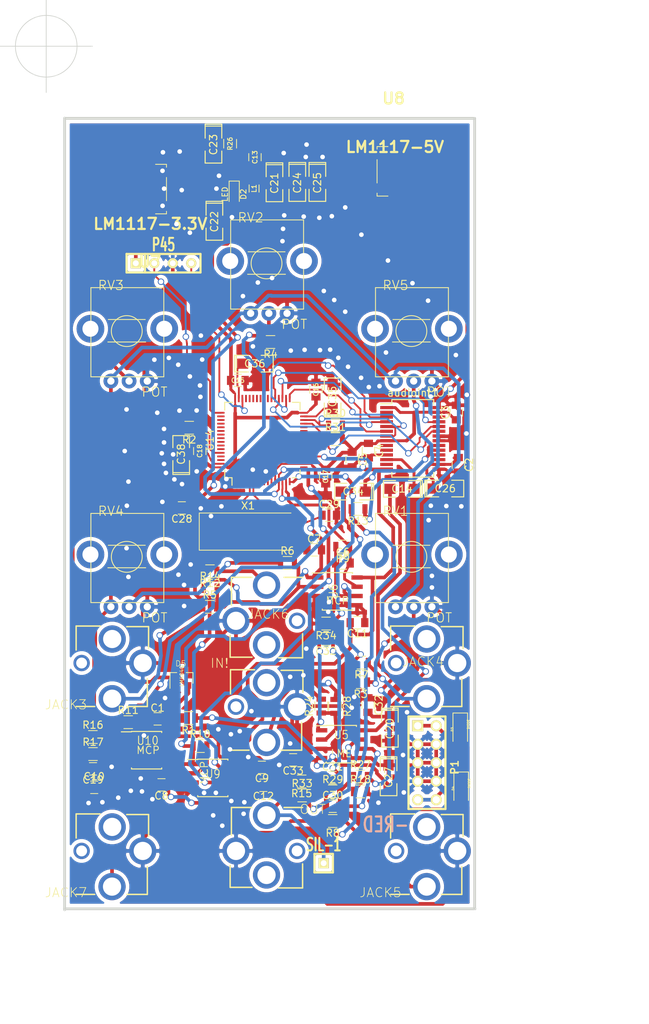
<source format=kicad_pcb>
(kicad_pcb (version 20171130) (host pcbnew 5.1.9+dfsg1-1~bpo10+1)
  (title_block (date "23 jun 2016"))
  (layers (0 Front signal) (31 Back signal) (34 B.Paste user) (35 F.Paste user hide) (36 B.SilkS user) (37 F.SilkS user) (38 B.Mask user) (39 F.Mask user hide) (44 Edge.Cuts user))
  (net 0 "")
  (net 1 +12V)
  (net 2 +3.3V)
  (net 3 +5V)
  (net 4 -12V)
  (net 5 /I2S_LRCK)
  (net 6 /I2S_MCLK)
  (net 7 /I2S_SCL)
  (net 8 /I2S_SCLK)
  (net 9 /I2S_SDA)
  (net 10 /I2S_SDI)
  (net 11 /I2S_SDO)
  (net 12 /SWCK)
  (net 13 /SWDIO)
  (net 14 /Sheet550B4EA0/CV1)
  (net 15 /Sheet550B4EA0/CV2)
  (net 16 /Sheet550B4EA0/CV3)
  (net 17 /Sheet550B4EA0/CV4)
  (net 18 /Sheet550B4EA0/CV5)
  (net 19 /Sheet550B4EA0/REF-10)
  (net 20 ADC0)
  (net 21 ADC1)
  (net 22 ADC2)
  (net 23 ADC3)
  (net 24 ADC4)
  (net 25 AVDD)
  (net 26 GND)
  (net 27 LINEINL)
  (net 28 LINEOUTL)
  (net 29 N-000001)
  (net 30 N-000009)
  (net 31 N-000025)
  (net 32 N-000051)
  (net 33 N-000053)
  (net 34 N-000054)
  (net 35 N-000055)
  (net 36 N-000070)
  (net 37 N-000071)
  (net 38 N-000078)
  (net 39 N-000079)
  (net 40 N-000082)
  (net 41 N-000083)
  (net 42 N-000084)
  (net 43 N-000091)
  (net 44 N-000093)
  (net 45 N-000094)
  (net 46 N-000095)
  (net 47 N-000096)
  (net 48 N-000097)
  (net 49 N-000098)
  (net 50 N-000101)
  (net 51 N-000102)
  (net 52 N-000103)
  (net 53 N-000105)
  (net 54 N-000106)
  (net 55 N-000107)
  (module Crystals:Crystal_SMD_HC49-SD (layer Front) (at 143.5608 115.45062)
    (fp_text reference X1 (at 0 -3.55) (layer F.SilkS))
    (fp_text value 8_MHz)
    (pad 2 smd rect (at 4.25 0) (size 4.5 2) (layers Front F.Paste F.Mask) (net 35 N-000055))
    (pad 1 smd rect (at -4.25 0) (size 4.5 2) (layers Front F.Paste F.Mask) (net 32 N-000051))
  )
  (module Resistors_SMD:R_0805 (layer Front) (at 159.131 133.4389 180)
    (fp_text reference R7 (at 0 -1.65 180) (layer F.SilkS))
    (fp_text value 100K)
    (pad 2 smd rect (at 0.95 0 180) (size 0.7 1.3) (layers Front F.Paste F.Mask) (net 51 N-000102))
    (pad 1 smd rect (at -0.95 0 180) (size 0.7 1.3) (layers Front F.Paste F.Mask) (net 15 /Sheet550B4EA0/CV2))
  )
  (module Resistors_SMD:R_0805 (layer Front) (at 138.30046 125.7808)
    (fp_text reference R5 (at 0 -1.65) (layer F.SilkS))
    (fp_text value 100K)
    (pad 2 smd rect (at 0.95 0) (size 0.7 1.3) (layers Front F.Paste F.Mask) (net 48 N-000097))
    (pad 1 smd rect (at -0.95 0) (size 0.7 1.3) (layers Front F.Paste F.Mask) (net 14 /Sheet550B4EA0/CV1))
  )
  (module Resistors_SMD:R_0805 (layer Front) (at 155.194 155.194 180)
    (fp_text reference R8 (at 0 -1.65 180) (layer F.SilkS))
    (fp_text value 100K)
    (pad 2 smd rect (at 0.95 0 180) (size 0.7 1.3) (layers Front F.Paste F.Mask) (net 38 N-000078))
    (pad 1 smd rect (at -0.95 0 180) (size 0.7 1.3) (layers Front F.Paste F.Mask) (net 16 /Sheet550B4EA0/CV3))
  )
  (module Resistors_SMD:R_0805 (layer Front) (at 138.33094 120.89892 180)
    (fp_text reference R12 (at 0 -1.65 180) (layer F.SilkS))
    (fp_text value 100K)
    (pad 2 smd rect (at 0.95 0 180) (size 0.7 1.3) (layers Front F.Paste F.Mask) (net 44 N-000093))
    (pad 1 smd rect (at -0.95 0 180) (size 0.7 1.3) (layers Front F.Paste F.Mask) (net 17 /Sheet550B4EA0/CV4))
  )
  (module Resistors_SMD:R_0805 (layer Front) (at 122.2502 143.65986)
    (fp_text reference R16 (at 0 -1.65) (layer F.SilkS))
    (fp_text value 100K)
    (pad 2 smd rect (at 0.95 0) (size 0.7 1.3) (layers Front F.Paste F.Mask) (net 39 N-000079))
    (pad 1 smd rect (at -0.95 0) (size 0.7 1.3) (layers Front F.Paste F.Mask) (net 18 /Sheet550B4EA0/CV5))
  )
  (module Housings_SSOP:SSOP-28_5.3x10.2mm_Pitch0.65mm (layer Front) (at 166.18966 102.64902)
    (fp_text reference audioint1 (at 0 -6.25) (layer F.SilkS))
    (fp_text value AUDIOINT_WM8731)
    (pad 28 smd rect (at 3.6 -4.225) (size 1.75 0.45) (layers Front F.Paste F.Mask) (net 26 GND))
    (pad 27 smd rect (at 3.6 -3.575) (size 1.75 0.45) (layers Front F.Paste F.Mask) (net 2 +3.3V))
    (pad 26 smd rect (at 3.6 -2.925) (size 1.75 0.45) (layers Front F.Paste F.Mask))
    (pad 25 smd rect (at 3.6 -2.275) (size 1.75 0.45) (layers Front F.Paste F.Mask) (net 6 /I2S_MCLK))
    (pad 24 smd rect (at 3.6 -1.625) (size 1.75 0.45) (layers Front F.Paste F.Mask) (net 7 /I2S_SCL))
    (pad 23 smd rect (at 3.6 -0.975) (size 1.75 0.45) (layers Front F.Paste F.Mask) (net 9 /I2S_SDA))
    (pad 22 smd rect (at 3.6 -0.325) (size 1.75 0.45) (layers Front F.Paste F.Mask) (net 26 GND))
    (pad 21 smd rect (at 3.6 0.325) (size 1.75 0.45) (layers Front F.Paste F.Mask) (net 26 GND))
    (pad 20 smd rect (at 3.6 0.975) (size 1.75 0.45) (layers Front F.Paste F.Mask) (net 27 LINEINL))
    (pad 19 smd rect (at 3.6 1.625) (size 1.75 0.45) (layers Front F.Paste F.Mask))
    (pad 18 smd rect (at 3.6 2.275) (size 1.75 0.45) (layers Front F.Paste F.Mask))
    (pad 17 smd rect (at 3.6 2.925) (size 1.75 0.45) (layers Front F.Paste F.Mask))
    (pad 16 smd rect (at 3.6 3.575) (size 1.75 0.45) (layers Front F.Paste F.Mask) (net 29 N-000001))
    (pad 15 smd rect (at 3.6 4.225) (size 1.75 0.45) (layers Front F.Paste F.Mask) (net 26 GND))
    (pad 14 smd rect (at -3.6 4.225) (size 1.75 0.45) (layers Front F.Paste F.Mask) (net 25 AVDD))
    (pad 13 smd rect (at -3.6 3.575) (size 1.75 0.45) (layers Front F.Paste F.Mask))
    (pad 12 smd rect (at -3.6 2.925) (size 1.75 0.45) (layers Front F.Paste F.Mask) (net 28 LINEOUTL))
    (pad 11 smd rect (at -3.6 2.275) (size 1.75 0.45) (layers Front F.Paste F.Mask) (net 26 GND))
    (pad 10 smd rect (at -3.6 1.625) (size 1.75 0.45) (layers Front F.Paste F.Mask))
    (pad 9 smd rect (at -3.6 0.975) (size 1.75 0.45) (layers Front F.Paste F.Mask))
    (pad 8 smd rect (at -3.6 0.325) (size 1.75 0.45) (layers Front F.Paste F.Mask) (net 2 +3.3V))
    (pad 7 smd rect (at -3.6 -0.325) (size 1.75 0.45) (layers Front F.Paste F.Mask) (net 5 /I2S_LRCK))
    (pad 6 smd rect (at -3.6 -0.975) (size 1.75 0.45) (layers Front F.Paste F.Mask) (net 10 /I2S_SDI))
    (pad 5 smd rect (at -3.6 -1.625) (size 1.75 0.45) (layers Front F.Paste F.Mask) (net 5 /I2S_LRCK))
    (pad 4 smd rect (at -3.6 -2.275) (size 1.75 0.45) (layers Front F.Paste F.Mask) (net 11 /I2S_SDO))
    (pad 3 smd rect (at -3.6 -2.925) (size 1.75 0.45) (layers Front F.Paste F.Mask) (net 8 /I2S_SCLK))
    (pad 2 smd rect (at -3.6 -3.575) (size 1.75 0.45) (layers Front F.Paste F.Mask))
    (pad 1 smd rect (at -3.6 -4.225) (size 1.75 0.45) (layers Front F.Paste F.Mask) (net 2 +3.3V))
  )
  (module Housings_QFP:LQFP-64_10x10mm_Pitch0.5mm (layer Front) (at 145.53 102.88 90)
    (fp_text reference U14 (at 0 -7.2 90) (layer F.SilkS))
    (fp_text value STM32F405RGT6)
    (pad 64 smd rect (at -3.75 -5.7 180) (size 1 0.25) (layers Front F.Paste F.Mask) (net 2 +3.3V))
    (pad 63 smd rect (at -3.25 -5.7 180) (size 1 0.25) (layers Front F.Paste F.Mask) (net 26 GND))
    (pad 62 smd rect (at -2.75 -5.7 180) (size 1 0.25) (layers Front F.Paste F.Mask))
    (pad 61 smd rect (at -2.25 -5.7 180) (size 1 0.25) (layers Front F.Paste F.Mask))
    (pad 60 smd rect (at -1.75 -5.7 180) (size 1 0.25) (layers Front F.Paste F.Mask) (net 31 N-000025))
    (pad 59 smd rect (at -1.25 -5.7 180) (size 1 0.25) (layers Front F.Paste F.Mask))
    (pad 58 smd rect (at -0.75 -5.7 180) (size 1 0.25) (layers Front F.Paste F.Mask))
    (pad 57 smd rect (at -0.25 -5.7 180) (size 1 0.25) (layers Front F.Paste F.Mask))
    (pad 56 smd rect (at 0.25 -5.7 180) (size 1 0.25) (layers Front F.Paste F.Mask))
    (pad 55 smd rect (at 0.75 -5.7 180) (size 1 0.25) (layers Front F.Paste F.Mask))
    (pad 54 smd rect (at 1.25 -5.7 180) (size 1 0.25) (layers Front F.Paste F.Mask))
    (pad 53 smd rect (at 1.75 -5.7 180) (size 1 0.25) (layers Front F.Paste F.Mask))
    (pad 52 smd rect (at 2.25 -5.7 180) (size 1 0.25) (layers Front F.Paste F.Mask))
    (pad 51 smd rect (at 2.75 -5.7 180) (size 1 0.25) (layers Front F.Paste F.Mask))
    (pad 50 smd rect (at 3.25 -5.7 180) (size 1 0.25) (layers Front F.Paste F.Mask))
    (pad 49 smd rect (at 3.75 -5.7 180) (size 1 0.25) (layers Front F.Paste F.Mask) (net 12 /SWCK))
    (pad 48 smd rect (at 5.7 -3.75 90) (size 1 0.25) (layers Front F.Paste F.Mask) (net 2 +3.3V))
    (pad 47 smd rect (at 5.7 -3.25 90) (size 1 0.25) (layers Front F.Paste F.Mask) (net 33 N-000053))
    (pad 46 smd rect (at 5.7 -2.75 90) (size 1 0.25) (layers Front F.Paste F.Mask) (net 13 /SWDIO))
    (pad 45 smd rect (at 5.7 -2.25 90) (size 1 0.25) (layers Front F.Paste F.Mask))
    (pad 44 smd rect (at 5.7 -1.75 90) (size 1 0.25) (layers Front F.Paste F.Mask))
    (pad 43 smd rect (at 5.7 -1.25 90) (size 1 0.25) (layers Front F.Paste F.Mask))
    (pad 42 smd rect (at 5.7 -0.75 90) (size 1 0.25) (layers Front F.Paste F.Mask))
    (pad 41 smd rect (at 5.7 -0.25 90) (size 1 0.25) (layers Front F.Paste F.Mask))
    (pad 40 smd rect (at 5.7 0.25 90) (size 1 0.25) (layers Front F.Paste F.Mask))
    (pad 39 smd rect (at 5.7 0.75 90) (size 1 0.25) (layers Front F.Paste F.Mask))
    (pad 38 smd rect (at 5.7 1.25 90) (size 1 0.25) (layers Front F.Paste F.Mask))
    (pad 37 smd rect (at 5.7 1.75 90) (size 1 0.25) (layers Front F.Paste F.Mask) (net 6 /I2S_MCLK))
    (pad 36 smd rect (at 5.7 2.25 90) (size 1 0.25) (layers Front F.Paste F.Mask) (net 11 /I2S_SDO))
    (pad 35 smd rect (at 5.7 2.75 90) (size 1 0.25) (layers Front F.Paste F.Mask) (net 10 /I2S_SDI))
    (pad 34 smd rect (at 5.7 3.25 90) (size 1 0.25) (layers Front F.Paste F.Mask) (net 8 /I2S_SCLK))
    (pad 33 smd rect (at 5.7 3.75 90) (size 1 0.25) (layers Front F.Paste F.Mask) (net 5 /I2S_LRCK))
    (pad 32 smd rect (at 3.75 5.7 180) (size 1 0.25) (layers Front F.Paste F.Mask) (net 2 +3.3V))
    (pad 31 smd rect (at 3.25 5.7 180) (size 1 0.25) (layers Front F.Paste F.Mask) (net 34 N-000054))
    (pad 30 smd rect (at 2.75 5.7 180) (size 1 0.25) (layers Front F.Paste F.Mask) (net 9 /I2S_SDA))
    (pad 29 smd rect (at 2.25 5.7 180) (size 1 0.25) (layers Front F.Paste F.Mask) (net 7 /I2S_SCL))
    (pad 28 smd rect (at 1.75 5.7 180) (size 1 0.25) (layers Front F.Paste F.Mask))
    (pad 27 smd rect (at 1.25 5.7 180) (size 1 0.25) (layers Front F.Paste F.Mask))
    (pad 26 smd rect (at 0.75 5.7 180) (size 1 0.25) (layers Front F.Paste F.Mask))
    (pad 25 smd rect (at 0.25 5.7 180) (size 1 0.25) (layers Front F.Paste F.Mask))
    (pad 24 smd rect (at -0.25 5.7 180) (size 1 0.25) (layers Front F.Paste F.Mask))
    (pad 23 smd rect (at -0.75 5.7 180) (size 1 0.25) (layers Front F.Paste F.Mask))
    (pad 22 smd rect (at -1.25 5.7 180) (size 1 0.25) (layers Front F.Paste F.Mask))
    (pad 21 smd rect (at -1.75 5.7 180) (size 1 0.25) (layers Front F.Paste F.Mask))
    (pad 20 smd rect (at -2.25 5.7 180) (size 1 0.25) (layers Front F.Paste F.Mask) (net 24 ADC4))
    (pad 19 smd rect (at -2.75 5.7 180) (size 1 0.25) (layers Front F.Paste F.Mask) (net 2 +3.3V))
    (pad 18 smd rect (at -3.25 5.7 180) (size 1 0.25) (layers Front F.Paste F.Mask) (net 26 GND))
    (pad 17 smd rect (at -3.75 5.7 180) (size 1 0.25) (layers Front F.Paste F.Mask) (net 23 ADC3))
    (pad 16 smd rect (at -5.7 3.75 90) (size 1 0.25) (layers Front F.Paste F.Mask) (net 22 ADC2))
    (pad 15 smd rect (at -5.7 3.25 90) (size 1 0.25) (layers Front F.Paste F.Mask) (net 21 ADC1))
    (pad 14 smd rect (at -5.7 2.75 90) (size 1 0.25) (layers Front F.Paste F.Mask) (net 20 ADC0))
    (pad 13 smd rect (at -5.7 2.25 90) (size 1 0.25) (layers Front F.Paste F.Mask) (net 25 AVDD))
    (pad 12 smd rect (at -5.7 1.75 90) (size 1 0.25) (layers Front F.Paste F.Mask) (net 26 GND))
    (pad 11 smd rect (at -5.7 1.25 90) (size 1 0.25) (layers Front F.Paste F.Mask))
    (pad 10 smd rect (at -5.7 0.75 90) (size 1 0.25) (layers Front F.Paste F.Mask))
    (pad 9 smd rect (at -5.7 0.25 90) (size 1 0.25) (layers Front F.Paste F.Mask))
    (pad 8 smd rect (at -5.7 -0.25 90) (size 1 0.25) (layers Front F.Paste F.Mask))
    (pad 7 smd rect (at -5.7 -0.75 90) (size 1 0.25) (layers Front F.Paste F.Mask))
    (pad 6 smd rect (at -5.7 -1.25 90) (size 1 0.25) (layers Front F.Paste F.Mask) (net 35 N-000055))
    (pad 5 smd rect (at -5.7 -1.75 90) (size 1 0.25) (layers Front F.Paste F.Mask) (net 32 N-000051))
    (pad 4 smd rect (at -5.7 -2.25 90) (size 1 0.25) (layers Front F.Paste F.Mask))
    (pad 3 smd rect (at -5.7 -2.75 90) (size 1 0.25) (layers Front F.Paste F.Mask))
    (pad 2 smd rect (at -5.7 -3.25 90) (size 1 0.25) (layers Front F.Paste F.Mask))
    (pad 1 smd rect (at -5.7 -3.75 90) (size 1 0.25) (layers Front F.Paste F.Mask) (net 2 +3.3V))
  )
  (module new_kicad:SMD-1206_Pol1.4mmnew (layer Front) (at 158.01086 109.95914 180)
    (fp_text reference C34 (at 0 0 180) (layer F.SilkS))
    (fp_text value 10u)
    (pad 1 smd rect (at -1.651 0 180) (size 1.524 1.4) (layers Front F.Paste F.Mask) (net 27 LINEINL))
    (pad 2 smd rect (at 1.651 0 180) (size 1.524 1.4) (layers Front F.Paste F.Mask) (net 46 N-000095))
  )
  (module new_kicad:SMD-1206_Pol1.4mmnew (layer Front) (at 153.0858 67.564 270)
    (fp_text reference C25 (at 0 0 270) (layer F.SilkS))
    (fp_text value 10uF)
    (pad 1 smd rect (at -1.651 0 270) (size 1.524 1.4) (layers Front F.Paste F.Mask) (net 3 +5V))
    (pad 2 smd rect (at 1.651 0 270) (size 1.524 1.4) (layers Front F.Paste F.Mask) (net 26 GND))
  )
  (module new_kicad:SMD-1206_Pol1.4mmnew (layer Front) (at 170.6499 109.54004)
    (fp_text reference C26 (at 0 0) (layer F.SilkS))
    (fp_text value 10uF)
    (pad 1 smd rect (at -1.651 0) (size 1.524 1.4) (layers Front F.Paste F.Mask) (net 29 N-000001))
    (pad 2 smd rect (at 1.651 0) (size 1.524 1.4) (layers Front F.Paste F.Mask) (net 26 GND))
  )
  (module new_kicad:SMD-1206_Pol1.4mmnew (layer Front) (at 163.0426 142.5067 270)
    (fp_text reference C20 (at 0 0 270) (layer F.SilkS))
    (fp_text value 10u)
    (pad 1 smd rect (at -1.651 0 270) (size 1.524 1.4) (layers Front F.Paste F.Mask) (net 1 +12V))
    (pad 2 smd rect (at 1.651 0 270) (size 1.524 1.4) (layers Front F.Paste F.Mask) (net 26 GND))
  )
  (module new_kicad:SMD-1206_Pol1.4mmnew (layer Front) (at 147.19046 67.60972 270)
    (fp_text reference C21 (at 0 0 270) (layer F.SilkS))
    (fp_text value 10uF)
    (pad 1 smd rect (at -1.651 0 270) (size 1.524 1.4) (layers Front F.Paste F.Mask) (net 25 AVDD))
    (pad 2 smd rect (at 1.651 0 270) (size 1.524 1.4) (layers Front F.Paste F.Mask) (net 26 GND))
  )
  (module new_kicad:SMD-1206_Pol1.4mmnew (layer Front) (at 138.938 72.898 270)
    (fp_text reference C22 (at 0 0 270) (layer F.SilkS))
    (fp_text value 10uF)
    (pad 1 smd rect (at -1.651 0 270) (size 1.524 1.4) (layers Front F.Paste F.Mask) (net 3 +5V))
    (pad 2 smd rect (at 1.651 0 270) (size 1.524 1.4) (layers Front F.Paste F.Mask) (net 26 GND))
  )
  (module new_kicad:SMD-1206_Pol1.4mmnew (layer Front) (at 138.811 62.30874 270)
    (fp_text reference C23 (at 0 0 270) (layer F.SilkS))
    (fp_text value 10uF)
    (pad 1 smd rect (at -1.651 0 270) (size 1.524 1.4) (layers Front F.Paste F.Mask) (net 2 +3.3V))
    (pad 2 smd rect (at 1.651 0 270) (size 1.524 1.4) (layers Front F.Paste F.Mask) (net 26 GND))
  )
  (module new_kicad:SMD-1206_Pol1.4mmnew (layer Front) (at 150.3299 67.564 270)
    (fp_text reference C24 (at 0 0 270) (layer F.SilkS))
    (fp_text value 10uF)
    (pad 1 smd rect (at -1.651 0 270) (size 1.524 1.4) (layers Front F.Paste F.Mask) (net 1 +12V))
    (pad 2 smd rect (at 1.651 0 270) (size 1.524 1.4) (layers Front F.Paste F.Mask) (net 26 GND))
  )
  (module new_kicad:SMD-1206_Pol1.4mmnew (layer Front) (at 155.17876 96.901 90)
    (fp_text reference C35 (at 0 0 90) (layer F.SilkS))
    (fp_text value 2.2uF)
    (pad 1 smd rect (at -1.651 0 90) (size 1.524 1.4) (layers Front F.Paste F.Mask) (net 34 N-000054))
    (pad 2 smd rect (at 1.651 0 90) (size 1.524 1.4) (layers Front F.Paste F.Mask) (net 26 GND))
  )
  (module new_kicad:SMD-1206_Pol1.4mmnew (layer Front) (at 144.48028 92.38996)
    (fp_text reference C36 (at 0 0) (layer F.SilkS))
    (fp_text value 2.2uF)
    (pad 1 smd rect (at -1.651 0) (size 1.524 1.4) (layers Front F.Paste F.Mask) (net 33 N-000053))
    (pad 2 smd rect (at 1.651 0) (size 1.524 1.4) (layers Front F.Paste F.Mask) (net 26 GND))
  )
  (module new_kicad:SMD-1206_Pol1.4mmnew (layer Front) (at 134.3787 104.8131 90)
    (fp_text reference C38 (at 0 0 90) (layer F.SilkS))
    (fp_text value 4.7uF)
    (pad 1 smd rect (at -1.651 0 90) (size 1.524 1.4) (layers Front F.Paste F.Mask) (net 2 +3.3V))
    (pad 2 smd rect (at 1.651 0 90) (size 1.524 1.4) (layers Front F.Paste F.Mask) (net 26 GND))
  )
  (module new_kicad:SMD-1206_Pol1.4mmnew (layer Front) (at 164.70884 109.58068 180)
    (fp_text reference C14 (at 0 0 180) (layer F.SilkS))
    (fp_text value 10u)
    (pad 1 smd rect (at -1.651 0 180) (size 1.524 1.4) (layers Front F.Paste F.Mask) (net 28 LINEOUTL))
    (pad 2 smd rect (at 1.651 0 180) (size 1.524 1.4) (layers Front F.Paste F.Mask) (net 53 N-000105))
  )
  (module new_kicad:SMD-1206_Pol1.4mmnew (layer Front) (at 162.8648 149.1742 270)
    (fp_text reference C27 (at 0 0 270) (layer F.SilkS))
    (fp_text value 10u)
    (pad 1 smd rect (at -1.651 0 270) (size 1.524 1.4) (layers Front F.Paste F.Mask) (net 26 GND))
    (pad 2 smd rect (at 1.651 0 270) (size 1.524 1.4) (layers Front F.Paste F.Mask) (net 4 -12V))
  )
  (module Resistors_SMD:R_0805 (layer Front) (at 135.382 141.05382 180)
    (fp_text reference R1 (at 0 -1.65 180) (layer F.SilkS))
    (fp_text value 200R)
    (pad 2 smd rect (at 0.95 0 180) (size 0.7 1.3) (layers Front F.Paste F.Mask) (net 19 /Sheet550B4EA0/REF-10))
    (pad 1 smd rect (at -0.95 0 180) (size 0.7 1.3) (layers Front F.Paste F.Mask) (net 4 -12V))
  )
  (module Resistors_SMD:R_0805 (layer Front) (at 135.48106 101.19106 180)
    (fp_text reference R2 (at 0 -1.65 180) (layer F.SilkS))
    (fp_text value 10K)
    (pad 2 smd rect (at 0.95 0 180) (size 0.7 1.3) (layers Front F.Paste F.Mask) (net 26 GND))
    (pad 1 smd rect (at -0.95 0 180) (size 0.7 1.3) (layers Front F.Paste F.Mask) (net 31 N-000025))
  )
  (module Resistors_SMD:R_0805 (layer Front) (at 150.9903 151.68118)
    (fp_text reference R33 (at 0 -1.65) (layer F.SilkS))
    (fp_text value 1K)
    (pad 2 smd rect (at 0.95 0) (size 0.7 1.3) (layers Front F.Paste F.Mask) (net 54 N-000106))
    (pad 1 smd rect (at -0.95 0) (size 0.7 1.3) (layers Front F.Paste F.Mask) (net 50 N-000101))
  )
  (module Resistors_SMD:R_0805 (layer Front) (at 155.56992 100.86086)
    (fp_text reference R30 (at 0 -1.65) (layer F.SilkS))
    (fp_text value 4.7K)
    (pad 2 smd rect (at 0.95 0) (size 0.7 1.3) (layers Front F.Paste F.Mask) (net 2 +3.3V))
    (pad 1 smd rect (at -0.95 0) (size 0.7 1.3) (layers Front F.Paste F.Mask) (net 9 /I2S_SDA))
  )
  (module Resistors_SMD:R_0805 (layer Front) (at 155.56992 102.76078)
    (fp_text reference R31 (at 0 -1.65) (layer F.SilkS))
    (fp_text value 4.7K)
    (pad 2 smd rect (at 0.95 0) (size 0.7 1.3) (layers Front F.Paste F.Mask) (net 2 +3.3V))
    (pad 1 smd rect (at -0.95 0) (size 0.7 1.3) (layers Front F.Paste F.Mask) (net 7 /I2S_SCL))
  )
  (module Resistors_SMD:R_0805 (layer Front) (at 155.51912 139.45108 270)
    (fp_text reference R28 (at 0 -1.65 270) (layer F.SilkS))
    (fp_text value 33K)
    (pad 2 smd rect (at 0.95 0 270) (size 0.7 1.3) (layers Front F.Paste F.Mask) (net 49 N-000098))
    (pad 1 smd rect (at -0.95 0 270) (size 0.7 1.3) (layers Front F.Paste F.Mask) (net 55 N-000107))
  )
  (module Resistors_SMD:R_0805 (layer Front) (at 159.004 149.098)
    (fp_text reference R27 (at 0 -1.65) (layer F.SilkS))
    (fp_text value 5.6K)
    (pad 2 smd rect (at 0.95 0) (size 0.7 1.3) (layers Front F.Paste F.Mask) (net 53 N-000105))
    (pad 1 smd rect (at -0.95 0) (size 0.7 1.3) (layers Front F.Paste F.Mask) (net 52 N-000103))
  )
  (module Resistors_SMD:R_0805 (layer Front) (at 154.2796 130.2004 180)
    (fp_text reference R32 (at 0 -1.65 180) (layer F.SilkS))
    (fp_text value 5.6K)
    (pad 2 smd rect (at 0.95 0 180) (size 0.7 1.3) (layers Front F.Paste F.Mask) (net 55 N-000107))
    (pad 1 smd rect (at -0.95 0 180) (size 0.7 1.3) (layers Front F.Paste F.Mask) (net 46 N-000095))
  )
  (module Resistors_SMD:R_0805 (layer Front) (at 154.2796 128.0795 180)
    (fp_text reference R34 (at 0 -1.65 180) (layer F.SilkS))
    (fp_text value 5.6K)
    (pad 2 smd rect (at 0.95 0 180) (size 0.7 1.3) (layers Front F.Paste F.Mask) (net 26 GND))
    (pad 1 smd rect (at -0.95 0 180) (size 0.7 1.3) (layers Front F.Paste F.Mask) (net 46 N-000095))
  )
  (module Resistors_SMD:R_0805 (layer Front) (at 153.6192 139.41044 90)
    (fp_text reference R24 (at 0 -1.65 90) (layer F.SilkS))
    (fp_text value 27K)
    (pad 2 smd rect (at 0.95 0 90) (size 0.7 1.3) (layers Front F.Paste F.Mask) (net 42 N-000084))
    (pad 1 smd rect (at -0.95 0 90) (size 0.7 1.3) (layers Front F.Paste F.Mask) (net 49 N-000098))
  )
  (module Resistors_SMD:R_0805 (layer Front) (at 159.004 151.13)
    (fp_text reference R18 (at 0 -1.65) (layer F.SilkS))
    (fp_text value 39K)
    (pad 2 smd rect (at 0.95 0) (size 0.7 1.3) (layers Front F.Paste F.Mask) (net 26 GND))
    (pad 1 smd rect (at -0.95 0) (size 0.7 1.3) (layers Front F.Paste F.Mask) (net 53 N-000105))
  )
  (module Resistors_SMD:R_0805 (layer Front) (at 155.194 151.13)
    (fp_text reference R29 (at 0 -1.65) (layer F.SilkS))
    (fp_text value 39K)
    (pad 2 smd rect (at 0.95 0) (size 0.7 1.3) (layers Front F.Paste F.Mask) (net 52 N-000103))
    (pad 1 smd rect (at -0.95 0) (size 0.7 1.3) (layers Front F.Paste F.Mask) (net 54 N-000106))
  )
  (module Resistors_SMD:R_0805 (layer Front) (at 127.09906 141.62024)
    (fp_text reference R11 (at 0 -1.65) (layer F.SilkS))
    (fp_text value 200K)
    (pad 2 smd rect (at 0.95 0) (size 0.7 1.3) (layers Front F.Paste F.Mask) (net 39 N-000079))
    (pad 1 smd rect (at -0.95 0) (size 0.7 1.3) (layers Front F.Paste F.Mask) (net 45 N-000094))
  )
  (module Resistors_SMD:R_0805 (layer Front) (at 158.67126 112.33912 180)
    (fp_text reference R13 (at 0 -1.65 180) (layer F.SilkS))
    (fp_text value 200K)
    (pad 2 smd rect (at 0.95 0 180) (size 0.7 1.3) (layers Front F.Paste F.Mask) (net 38 N-000078))
    (pad 1 smd rect (at -0.95 0 180) (size 0.7 1.3) (layers Front F.Paste F.Mask) (net 43 N-000091))
  )
  (module Resistors_SMD:R_0805 (layer Front) (at 159.0294 136.12114 180)
    (fp_text reference R3 (at 0 -1.65 180) (layer F.SilkS))
    (fp_text value 200K)
    (pad 2 smd rect (at 0.95 0 180) (size 0.7 1.3) (layers Front F.Paste F.Mask) (net 51 N-000102))
    (pad 1 smd rect (at -0.95 0 180) (size 0.7 1.3) (layers Front F.Paste F.Mask) (net 40 N-000082))
  )
  (module Resistors_SMD:R_0805 (layer Front) (at 146.64944 89.4207 180)
    (fp_text reference R4 (at 0 -1.65 180) (layer F.SilkS))
    (fp_text value 200K)
    (pad 2 smd rect (at 0.95 0 180) (size 0.7 1.3) (layers Front F.Paste F.Mask) (net 44 N-000093))
    (pad 1 smd rect (at -0.95 0 180) (size 0.7 1.3) (layers Front F.Paste F.Mask) (net 41 N-000083))
  )
  (module Resistors_SMD:R_0805 (layer Front) (at 148.98116 119.75084)
    (fp_text reference R6 (at 0 -1.65) (layer F.SilkS))
    (fp_text value 200K)
    (pad 2 smd rect (at 0.95 0) (size 0.7 1.3) (layers Front F.Paste F.Mask) (net 48 N-000097))
    (pad 1 smd rect (at -0.95 0) (size 0.7 1.3) (layers Front F.Paste F.Mask) (net 47 N-000096))
  )
  (module Resistors_SMD:R_0805 (layer Front) (at 156.57068 117.51056 180)
    (fp_text reference R9 (at 0 -1.65 180) (layer F.SilkS))
    (fp_text value 66.5K)
    (pad 2 smd rect (at 0.95 0 180) (size 0.7 1.3) (layers Front F.Paste F.Mask) (net 51 N-000102))
    (pad 1 smd rect (at -0.95 0 180) (size 0.7 1.3) (layers Front F.Paste F.Mask) (net 21 ADC1))
  )
  (module Resistors_SMD:R_0805 (layer Front) (at 136.96188 144.89684)
    (fp_text reference R10 (at 0 -1.65) (layer F.SilkS))
    (fp_text value 66.5K)
    (pad 2 smd rect (at 0.95 0) (size 0.7 1.3) (layers Front F.Paste F.Mask) (net 38 N-000078))
    (pad 1 smd rect (at -0.95 0) (size 0.7 1.3) (layers Front F.Paste F.Mask) (net 22 ADC2))
  )
  (module Resistors_SMD:R_0805 (layer Front) (at 138.35888 123.22048)
    (fp_text reference R14 (at 0 -1.65) (layer F.SilkS))
    (fp_text value 66.5K)
    (pad 2 smd rect (at 0.95 0) (size 0.7 1.3) (layers Front F.Paste F.Mask) (net 48 N-000097))
    (pad 1 smd rect (at -0.95 0) (size 0.7 1.3) (layers Front F.Paste F.Mask) (net 20 ADC0))
  )
  (module Resistors_SMD:R_0805 (layer Front) (at 150.92934 149.76094 180)
    (fp_text reference R15 (at 0 -1.65 180) (layer F.SilkS))
    (fp_text value 66.5K)
    (pad 2 smd rect (at 0.95 0 180) (size 0.7 1.3) (layers Front F.Paste F.Mask) (net 44 N-000093))
    (pad 1 smd rect (at -0.95 0 180) (size 0.7 1.3) (layers Front F.Paste F.Mask) (net 23 ADC3))
  )
  (module Resistors_SMD:R_0805 (layer Front) (at 122.26544 145.9992)
    (fp_text reference R17 (at 0 -1.65) (layer F.SilkS))
    (fp_text value 66.5K)
    (pad 2 smd rect (at 0.95 0) (size 0.7 1.3) (layers Front F.Paste F.Mask) (net 39 N-000079))
    (pad 1 smd rect (at -0.95 0) (size 0.7 1.3) (layers Front F.Paste F.Mask) (net 24 ADC4))
  )
  (module Resistors_SMD:R_0805 (layer Front) (at 141.09954 62.18936 90)
    (fp_text reference R26 (at 0 0 90) (layer F.SilkS) (effects (font (size 0.635 0.635) (thickness 0.127))))
    (fp_text value 330R hide)
    (pad 2 smd rect (at 0.95 0 90) (size 0.7 1.3) (layers Front F.Paste F.Mask) (net 2 +3.3V))
    (pad 1 smd rect (at -0.95 0 90) (size 0.7 1.3) (layers Front F.Paste F.Mask) (net 30 N-000009))
  )
  (module Capacitors_SMD:C_0805 (layer Front) (at 122.26544 148.0312 180)
    (fp_text reference C19 (at 0 -1.5 180) (layer F.SilkS))
    (fp_text value 1N)
    (pad 2 smd rect (at 1 0 180) (size 1 1.25) (layers Front F.Paste F.Mask) (net 24 ADC4))
    (pad 1 smd rect (at -1 0 180) (size 1 1.25) (layers Front F.Paste F.Mask) (net 39 N-000079))
  )
  (module Capacitors_SMD:C_0805 (layer Front) (at 145.669 150.28926 180)
    (fp_text reference C12 (at 0 -1.5 180) (layer F.SilkS))
    (fp_text value 1N)
    (pad 2 smd rect (at 1 0 180) (size 1 1.25) (layers Front F.Paste F.Mask) (net 23 ADC3))
    (pad 1 smd rect (at -1 0 180) (size 1 1.25) (layers Front F.Paste F.Mask) (net 44 N-000093))
  )
  (module Capacitors_SMD:C_0805 (layer Front) (at 131.67106 150.23084 180)
    (fp_text reference C8 (at 0 -1.5 180) (layer F.SilkS))
    (fp_text value 1N)
    (pad 2 smd rect (at 1 0 180) (size 1 1.25) (layers Front F.Paste F.Mask) (net 22 ADC2))
    (pad 1 smd rect (at -1 0 180) (size 1 1.25) (layers Front F.Paste F.Mask) (net 38 N-000078))
  )
  (module Capacitors_SMD:C_0805 (layer Front) (at 152.65908 117.96014)
    (fp_text reference C7 (at 0 -1.5) (layer F.SilkS))
    (fp_text value 1N)
    (pad 2 smd rect (at 1 0) (size 1 1.25) (layers Front F.Paste F.Mask) (net 20 ADC0))
    (pad 1 smd rect (at -1 0) (size 1 1.25) (layers Front F.Paste F.Mask) (net 48 N-000097))
  )
  (module Capacitors_SMD:C_0805 (layer Front) (at 156.591 119.77116)
    (fp_text reference C6 (at 0 -1.5) (layer F.SilkS))
    (fp_text value 1N)
    (pad 2 smd rect (at 1 0) (size 1 1.25) (layers Front F.Paste F.Mask) (net 21 ADC1))
    (pad 1 smd rect (at -1 0) (size 1 1.25) (layers Front F.Paste F.Mask) (net 51 N-000102))
  )
  (module Capacitors_SMD:C_0805 (layer Front) (at 134.4676 112.2045 180)
    (fp_text reference C28 (at 0 -1.5 180) (layer F.SilkS))
    (fp_text value 18pF)
    (pad 2 smd rect (at 1 0 180) (size 1 1.25) (layers Front F.Paste F.Mask) (net 26 GND))
    (pad 1 smd rect (at -1 0 180) (size 1 1.25) (layers Front F.Paste F.Mask) (net 32 N-000051))
  )
  (module Capacitors_SMD:C_0805 (layer Front) (at 154.71902 113.20018)
    (fp_text reference C29 (at 0 -1.5) (layer F.SilkS))
    (fp_text value 18pF)
    (pad 2 smd rect (at 1 0) (size 1 1.25) (layers Front F.Paste F.Mask) (net 26 GND))
    (pad 1 smd rect (at -1 0) (size 1 1.25) (layers Front F.Paste F.Mask) (net 35 N-000055))
  )
  (module Capacitors_SMD:C_0805 (layer Front) (at 155.194 153.162)
    (fp_text reference C30 (at 0 -1.5) (layer F.SilkS))
    (fp_text value 22P)
    (pad 2 smd rect (at 1 0) (size 1 1.25) (layers Front F.Paste F.Mask) (net 52 N-000103))
    (pad 1 smd rect (at -1 0) (size 1 1.25) (layers Front F.Paste F.Mask) (net 54 N-000106))
  )
  (module Capacitors_SMD:C_0805 (layer Front) (at 155.17114 149.2504)
    (fp_text reference C31 (at 0 -1.5) (layer F.SilkS))
    (fp_text value 220P)
    (pad 2 smd rect (at 1 0) (size 1 1.25) (layers Front F.Paste F.Mask) (net 46 N-000095))
    (pad 1 smd rect (at -1 0) (size 1 1.25) (layers Front F.Paste F.Mask) (net 26 GND))
  )
  (module Capacitors_SMD:C_0805 (layer Front) (at 158.5976 127.9525 180)
    (fp_text reference C11 (at 0 -1.5 180) (layer F.SilkS))
    (fp_text value 100N)
    (pad 2 smd rect (at 1 0 180) (size 1 1.25) (layers Front F.Paste F.Mask) (net 25 AVDD))
    (pad 1 smd rect (at -1 0 180) (size 1 1.25) (layers Front F.Paste F.Mask) (net 26 GND))
  )
  (module Capacitors_SMD:C_0805 (layer Front) (at 122.43054 150.5712)
    (fp_text reference C10 (at 0 -1.5) (layer F.SilkS))
    (fp_text value 100N)
    (pad 2 smd rect (at 1 0) (size 1 1.25) (layers Front F.Paste F.Mask) (net 25 AVDD))
    (pad 1 smd rect (at -1 0) (size 1 1.25) (layers Front F.Paste F.Mask) (net 26 GND))
  )
  (module Capacitors_SMD:C_0805 (layer Front) (at 145.4658 147.828 180)
    (fp_text reference C9 (at 0 -1.5 180) (layer F.SilkS))
    (fp_text value 100N)
    (pad 2 smd rect (at 1 0 180) (size 1 1.25) (layers Front F.Paste F.Mask) (net 25 AVDD))
    (pad 1 smd rect (at -1 0 180) (size 1 1.25) (layers Front F.Paste F.Mask) (net 26 GND))
  )
  (module Capacitors_SMD:C_0805 (layer Front) (at 157.861 105.55986 270)
    (fp_text reference C5 (at 0 -1.5 270) (layer F.SilkS))
    (fp_text value 100N)
    (pad 2 smd rect (at 1 0 270) (size 1 1.25) (layers Front F.Paste F.Mask) (net 26 GND))
    (pad 1 smd rect (at -1 0 270) (size 1 1.25) (layers Front F.Paste F.Mask) (net 2 +3.3V))
  )
  (module Capacitors_SMD:C_0805 (layer Front) (at 160.09874 104.3305 270)
    (fp_text reference C4 (at 0 -1.5 270) (layer F.SilkS))
    (fp_text value 100N)
    (pad 2 smd rect (at 1 0 270) (size 1 1.25) (layers Front F.Paste F.Mask) (net 26 GND))
    (pad 1 smd rect (at -1 0 270) (size 1 1.25) (layers Front F.Paste F.Mask) (net 2 +3.3V))
  )
  (module Capacitors_SMD:C_0805 (layer Front) (at 172.17 99.1 90)
    (fp_text reference C3 (at 0 -1.5 90) (layer F.SilkS))
    (fp_text value 100N)
    (pad 2 smd rect (at 1 0 90) (size 1 1.25) (layers Front F.Paste F.Mask) (net 26 GND))
    (pad 1 smd rect (at -1 0 90) (size 1 1.25) (layers Front F.Paste F.Mask) (net 2 +3.3V))
  )
  (module Capacitors_SMD:C_0805 (layer Front) (at 131.13512 141.16558)
    (fp_text reference C1 (at 0 -1.5) (layer F.SilkS))
    (fp_text value 100N)
    (pad 2 smd rect (at 1 0) (size 1 1.25) (layers Front F.Paste F.Mask) (net 19 /Sheet550B4EA0/REF-10))
    (pad 1 smd rect (at -1 0) (size 1 1.25) (layers Front F.Paste F.Mask) (net 26 GND))
  )
  (module Capacitors_SMD:C_0805 (layer Front) (at 172.45076 106.28122 270)
    (fp_text reference C2 (at 0 -1.5 270) (layer F.SilkS))
    (fp_text value 100N)
    (pad 2 smd rect (at 1 0 270) (size 1 1.25) (layers Front F.Paste F.Mask) (net 26 GND))
    (pad 1 smd rect (at -1 0 270) (size 1 1.25) (layers Front F.Paste F.Mask) (net 29 N-000001))
  )
  (module Capacitors_SMD:C_0805 (layer Front) (at 149.7584 146.79676 180)
    (fp_text reference C33 (at 0 -1.5 180) (layer F.SilkS))
    (fp_text value 100N)
    (pad 2 smd rect (at 1 0 180) (size 1 1.25) (layers Front F.Paste F.Mask) (net 26 GND))
    (pad 1 smd rect (at -1 0 180) (size 1 1.25) (layers Front F.Paste F.Mask) (net 4 -12V))
  )
  (module Capacitors_SMD:C_0805 (layer Front) (at 160.04032 139.27074 270)
    (fp_text reference C32 (at 0 -1.5 270) (layer F.SilkS))
    (fp_text value 100N)
    (pad 2 smd rect (at 1 0 270) (size 1 1.25) (layers Front F.Paste F.Mask) (net 1 +12V))
    (pad 1 smd rect (at -1 0 270) (size 1 1.25) (layers Front F.Paste F.Mask) (net 26 GND))
  )
  (module TO_SOT_Packages_SMD:TO-252-2_Rectifier (layer Front) (at 130.08 68.42 180)
    (fp_text reference U7 (at 0 -9.99998 180) (layer F.SilkS) (effects (font (size 1.524 1.524) (thickness 0.3048))))
    (fp_text value LM1117-3.3V (at -0.05588 -4.78028 180) (layer F.SilkS) (effects (font (size 1.524 1.524) (thickness 0.3048))))
    (pad 2 smd rect (at 2.825 0 90) (size 7 7) (layers Front F.Paste F.Mask) (net 2 +3.3V))
    (pad 3 smd rect (at -4.575 2.28 90) (size 2 3.5) (layers Front F.Paste F.Mask) (net 3 +5V))
    (pad 1 smd rect (at -4.575 -2.3 90) (size 2 3.5) (layers Front F.Paste F.Mask) (net 26 GND))
  )
  (module TO_SOT_Packages_SMD:TO-252-2_Rectifier (layer Front) (at 163.56 65.98)
    (fp_text reference U8 (at 0 -9.99998) (layer F.SilkS) (effects (font (size 1.524 1.524) (thickness 0.3048))))
    (fp_text value LM1117-5V (at 0.17526 -3.3401) (layer F.SilkS) (effects (font (size 1.524 1.524) (thickness 0.3048))))
    (pad 2 smd rect (at 2.825 0 270) (size 7 7) (layers Front F.Paste F.Mask) (net 3 +5V))
    (pad 3 smd rect (at -4.575 2.28 270) (size 2 3.5) (layers Front F.Paste F.Mask) (net 1 +12V))
    (pad 1 smd rect (at -4.575 -2.3 270) (size 2 3.5) (layers Front F.Paste F.Mask) (net 26 GND))
  )
  (module Housings_SOIC:SOIC-8_3.9x4.9mm_Pitch1.27mm (layer Front) (at 156.3751 144.6403)
    (fp_text reference U5 (at 0 -1.27) (layer F.SilkS) (effects (font (size 1.143 1.016) (thickness 0.127))))
    (fp_text value LME (at 0 1.27) (layer F.SilkS) (effects (font (size 1.016 1.016) (thickness 0.127))))
    (pad 8 smd rect (at 2.7 -1.905) (size 1.55 0.6) (layers Front F.Paste F.Mask) (net 1 +12V))
    (pad 7 smd rect (at 2.7 -0.635) (size 1.55 0.6) (layers Front F.Paste F.Mask) (net 54 N-000106))
    (pad 6 smd rect (at 2.7 0.635) (size 1.55 0.6) (layers Front F.Paste F.Mask) (net 52 N-000103))
    (pad 5 smd rect (at 2.7 1.905) (size 1.55 0.6) (layers Front F.Paste F.Mask) (net 26 GND))
    (pad 4 smd rect (at -2.7 1.905) (size 1.55 0.6) (layers Front F.Paste F.Mask) (net 4 -12V))
    (pad 3 smd rect (at -2.7 0.635) (size 1.55 0.6) (layers Front F.Paste F.Mask) (net 26 GND))
    (pad 2 smd rect (at -2.7 -0.635) (size 1.55 0.6) (layers Front F.Paste F.Mask) (net 49 N-000098))
    (pad 1 smd rect (at -2.7 -1.905) (size 1.55 0.6) (layers Front F.Paste F.Mask) (net 55 N-000107))
  )
  (module Housings_SOIC:SOIC-8_3.9x4.9mm_Pitch1.27mm (layer Front) (at 155.83916 123.6599)
    (fp_text reference U6 (at -0.54356 -0.01524 -270) (layer F.SilkS) (effects (font (size 1.143 1.016) (thickness 0.127))))
    (fp_text value MCP (at 0 1.27) (layer F.SilkS) (effects (font (size 1.016 1.016) (thickness 0.127))))
    (pad 8 smd rect (at 2.7 -1.905) (size 1.55 0.6) (layers Front F.Paste F.Mask) (net 25 AVDD))
    (pad 7 smd rect (at 2.7 -0.635) (size 1.55 0.6) (layers Front F.Paste F.Mask) (net 21 ADC1))
    (pad 6 smd rect (at 2.7 0.635) (size 1.55 0.6) (layers Front F.Paste F.Mask) (net 51 N-000102))
    (pad 5 smd rect (at 2.7 1.905) (size 1.55 0.6) (layers Front F.Paste F.Mask) (net 26 GND))
    (pad 4 smd rect (at -2.7 1.905) (size 1.55 0.6) (layers Front F.Paste F.Mask) (net 26 GND))
    (pad 3 smd rect (at -2.7 0.635) (size 1.55 0.6) (layers Front F.Paste F.Mask) (net 26 GND))
    (pad 2 smd rect (at -2.7 -0.635) (size 1.55 0.6) (layers Front F.Paste F.Mask) (net 48 N-000097))
    (pad 1 smd rect (at -2.7 -1.905) (size 1.55 0.6) (layers Front F.Paste F.Mask) (net 20 ADC0))
  )
  (module Housings_SOIC:SOIC-8_3.9x4.9mm_Pitch1.27mm (layer Front) (at 138.7221 149.2758)
    (fp_text reference U9 (at 0.03302 -0.52832) (layer F.SilkS) (effects (font (size 1.143 1.016) (thickness 0.127))))
    (fp_text value MCP (at -1.1811 -0.7239 -270) (layer F.SilkS) (effects (font (size 1.016 1.016) (thickness 0.127))))
    (pad 8 smd rect (at 2.7 -1.905) (size 1.55 0.6) (layers Front F.Paste F.Mask) (net 25 AVDD))
    (pad 7 smd rect (at 2.7 -0.635) (size 1.55 0.6) (layers Front F.Paste F.Mask) (net 23 ADC3))
    (pad 6 smd rect (at 2.7 0.635) (size 1.55 0.6) (layers Front F.Paste F.Mask) (net 44 N-000093))
    (pad 5 smd rect (at 2.7 1.905) (size 1.55 0.6) (layers Front F.Paste F.Mask) (net 26 GND))
    (pad 4 smd rect (at -2.7 1.905) (size 1.55 0.6) (layers Front F.Paste F.Mask) (net 26 GND))
    (pad 3 smd rect (at -2.7 0.635) (size 1.55 0.6) (layers Front F.Paste F.Mask) (net 26 GND))
    (pad 2 smd rect (at -2.7 -0.635) (size 1.55 0.6) (layers Front F.Paste F.Mask) (net 38 N-000078))
    (pad 1 smd rect (at -2.7 -1.905) (size 1.55 0.6) (layers Front F.Paste F.Mask) (net 22 ADC2))
  )
  (module Housings_SOIC:SOIC-8_3.9x4.9mm_Pitch1.27mm (layer Front) (at 129.62636 145.47088)
    (fp_text reference U10 (at 0.1524 -1.3208) (layer F.SilkS) (effects (font (size 1.143 1.016) (thickness 0.127))))
    (fp_text value MCP (at 0.2032 0) (layer F.SilkS) (effects (font (size 1.016 1.016) (thickness 0.127))))
    (pad 1 smd rect (at -2.7 -1.905) (size 1.55 0.6) (layers Front F.Paste F.Mask) (net 24 ADC4))
    (pad 2 smd rect (at -2.7 -0.635) (size 1.55 0.6) (layers Front F.Paste F.Mask) (net 39 N-000079))
    (pad 3 smd rect (at -2.7 0.635) (size 1.55 0.6) (layers Front F.Paste F.Mask) (net 26 GND))
    (pad 4 smd rect (at -2.7 1.905) (size 1.55 0.6) (layers Front F.Paste F.Mask) (net 26 GND))
    (pad 5 smd rect (at 2.7 1.905) (size 1.55 0.6) (layers Front F.Paste F.Mask))
    (pad 6 smd rect (at 2.7 0.635) (size 1.55 0.6) (layers Front F.Paste F.Mask))
    (pad 7 smd rect (at 2.7 -0.635) (size 1.55 0.6) (layers Front F.Paste F.Mask))
    (pad 8 smd rect (at 2.7 -1.905) (size 1.55 0.6) (layers Front F.Paste F.Mask) (net 25 AVDD))
  )
  (module Diodes_SMD:D_SOD-123 (layer Front) (at 172.83938 150.7109 270)
    (fp_text reference D4 (at 0 1.09982 270) (layer F.SilkS) (effects (font (size 0.29972 0.29972) (thickness 0.0762))))
    (fp_text value DIODE (at -0.70104 -1.09982 270) (layer F.SilkS) (effects (font (size 0.29972 0.29972) (thickness 0.0762))))
    (pad 1 smd rect (at -1.65 0 270) (size 0.9 1.2) (layers Front F.Paste F.Mask) (net 36 N-000070))
    (pad 2 smd rect (at 1.65 0 270) (size 0.9 1.2) (layers Front F.Paste F.Mask) (net 4 -12V))
  )
  (module Diodes_SMD:D_SOD-123 (layer Front) (at 172.70984 142.61084 270)
    (fp_text reference D3 (at 0 1.09982 270) (layer F.SilkS) (effects (font (size 0.29972 0.29972) (thickness 0.0762))))
    (fp_text value DIODE (at -0.70104 -1.09982 270) (layer F.SilkS) (effects (font (size 0.29972 0.29972) (thickness 0.0762))))
    (pad 1 smd rect (at -1.65 0 270) (size 0.9 1.2) (layers Front F.Paste F.Mask) (net 1 +12V))
    (pad 2 smd rect (at 1.65 0 270) (size 0.9 1.2) (layers Front F.Paste F.Mask) (net 37 N-000071))
  )
  (module TO_SOT_Packages_SMD:SOT-23 (layer Front) (at 134.4168 135.5725 90)
    (fp_text reference D5 (at 1.99898 -0.09906 180) (layer F.SilkS) (effects (font (size 0.762 0.762) (thickness 0.0762))))
    (fp_text value LM4040 (at 0.28194 0.0381 90) (layer F.SilkS) (effects (font (size 0.50038 0.50038) (thickness 0.0762))))
    (pad 3 smd rect (at 1 0 90) (size 0.9 0.8) (layers Front F.Paste F.Mask))
    (pad 2 smd rect (at -1 0.95 90) (size 0.9 0.8) (layers Front F.Paste F.Mask) (net 19 /Sheet550B4EA0/REF-10))
    (pad 1 smd rect (at -1 -0.95 90) (size 0.9 0.8) (layers Front F.Paste F.Mask) (net 26 GND))
  )
  (module LEDs:LED_0805 (layer Front) (at 141.66088 69.12102 270)
    (fp_text reference D2 (at 0 -1.27 270) (layer F.SilkS) (effects (font (size 0.762 0.762) (thickness 0.127))))
    (fp_text value LED (at 0 1.27 270) (layer F.SilkS) (effects (font (size 0.762 0.762) (thickness 0.127))))
    (pad 1 smd rect (at -1.1 0 90) (size 1.2 1.2) (layers Front F.Paste F.Mask) (net 30 N-000009))
    (pad 2 smd rect (at 1.1 0 90) (size 1.2 1.2) (layers Front F.Paste F.Mask) (net 26 GND))
  )
  (module Inductors_SMD:L_0603 (layer Front) (at 144.38884 68.34124 270)
    (fp_text reference L1 (at 0 0 270) (layer F.SilkS) (effects (font (size 0.635 0.635) (thickness 0.127))))
    (fp_text value INDUCTOR hide)
    (pad 1 smd rect (at -0.75 0 270) (size 0.5 0.9) (layers Front F.Paste F.Mask) (net 25 AVDD))
    (pad 2 smd rect (at 0.75 0 270) (size 0.5 0.9) (layers Front F.Paste F.Mask) (net 2 +3.3V))
  )
  (module Capacitors_SMD:C_0805 (layer Front) (at 136.92886 104.38892 90)
    (fp_text reference C18 (at 0 0 90) (layer F.SilkS) (effects (font (size 0.635 0.635) (thickness 0.127))))
    (fp_text value 100nF hide)
    (pad 2 smd rect (at 1 0 90) (size 1 1.25) (layers Front F.Paste F.Mask) (net 26 GND))
    (pad 1 smd rect (at -1 0 90) (size 1 1.25) (layers Front F.Paste F.Mask) (net 2 +3.3V))
  )
  (module Capacitors_SMD:C_0805 (layer Front) (at 154.2288 107.8992 270)
    (fp_text reference C17 (at 0 0 270) (layer F.SilkS) (effects (font (size 0.635 0.635) (thickness 0.127))))
    (fp_text value 100nF hide)
    (pad 2 smd rect (at 1 0 270) (size 1 1.25) (layers Front F.Paste F.Mask) (net 26 GND))
    (pad 1 smd rect (at -1 0 270) (size 1 1.25) (layers Front F.Paste F.Mask) (net 2 +3.3V))
  )
  (module Capacitors_SMD:C_0805 (layer Front) (at 142.1638 94.6912)
    (fp_text reference C15 (at 0 0) (layer F.SilkS) (effects (font (size 0.635 0.635) (thickness 0.127))))
    (fp_text value 100nF hide)
    (pad 2 smd rect (at 1 0) (size 1 1.25) (layers Front F.Paste F.Mask) (net 26 GND))
    (pad 1 smd rect (at -1 0) (size 1 1.25) (layers Front F.Paste F.Mask) (net 2 +3.3V))
  )
  (module Capacitors_SMD:C_0805 (layer Front) (at 144.51076 64.04102 270)
    (fp_text reference C13 (at 0 0 270) (layer F.SilkS) (effects (font (size 0.635 0.635) (thickness 0.127))))
    (fp_text value 100nF hide)
    (pad 2 smd rect (at 1 0 270) (size 1 1.25) (layers Front F.Paste F.Mask) (net 26 GND))
    (pad 1 smd rect (at -1 0 270) (size 1 1.25) (layers Front F.Paste F.Mask) (net 25 AVDD))
  )
  (module Capacitors_SMD:C_0805 (layer Front) (at 152.89022 95.95104 90)
    (fp_text reference C16 (at 0 0 90) (layer F.SilkS) (effects (font (size 0.635 0.635) (thickness 0.127))))
    (fp_text value 100nF hide)
    (pad 2 smd rect (at 1 0 90) (size 1 1.25) (layers Front F.Paste F.Mask) (net 26 GND))
    (pad 1 smd rect (at -1 0 90) (size 1 1.25) (layers Front F.Paste F.Mask) (net 2 +3.3V))
  )
  (module SIL-4 (layer Front) (at 131.95046 78.6003)
    (fp_text reference P45 (at 0 -2.54) (layer F.SilkS) (effects (font (size 1.73482 1.08712) (thickness 0.27178))))
    (fp_text value SWD hide)
    (pad 1 thru_hole rect (at -3.81 0) (size 1.397 1.397) (drill 0.8128) (layers *.Cu *.Mask F.SilkS) (net 2 +3.3V))
    (pad 2 thru_hole circle (at -1.27 0) (size 1.397 1.397) (drill 0.8128) (layers *.Cu *.Mask F.SilkS) (net 12 /SWCK))
    (pad 3 thru_hole circle (at 1.27 0) (size 1.397 1.397) (drill 0.8128) (layers *.Cu *.Mask F.SilkS) (net 26 GND))
    (pad 4 thru_hole circle (at 3.81 0) (size 1.397 1.397) (drill 0.8128) (layers *.Cu *.Mask F.SilkS) (net 13 /SWDIO))
  )
  (module RV1 (layer Front) (at 146.1008 78.30058)
    (fp_text reference RV2 (at -2.18186 -5.95884) (layer F.SilkS) (effects (font (size 1.27 1.27) (thickness 0.127))))
    (fp_text value POT (at 3.81508 8.68172 180) (layer F.SilkS) (effects (font (size 1.27 1.27) (thickness 0.127))))
    (pad 1 thru_hole oval (at -2.18186 7.18058) (size 2.032 2.032) (drill 0.99822) (layers *.Cu *.Mask) (net 19 /Sheet550B4EA0/REF-10))
    (pad 2 thru_hole oval (at 0.3175 7.18058) (size 2.032 2.032) (drill 0.99822) (layers *.Cu *.Mask) (net 41 N-000083))
    (pad 3 thru_hole oval (at 2.81686 7.18058) (size 2.032 2.032) (drill 0.99822) (layers *.Cu *.Mask) (net 26 GND))
    (pad N$1 thru_hole oval (at -4.98856 0) (size 3.81 3.81) (drill 2.19964) (layers *.Cu *.Mask))
    (pad N$2 thru_hole oval (at 5.14604 0) (size 3.81 3.81) (drill 2.19964) (layers *.Cu *.Mask))
  )
  (module RV1 (layer Front) (at 165.99916 118.60022)
    (fp_text reference RV1 (at -2.18186 -5.95884) (layer F.SilkS) (effects (font (size 1.27 1.27) (thickness 0.127))))
    (fp_text value POT (at 3.81508 8.68172 180) (layer F.SilkS) (effects (font (size 1.27 1.27) (thickness 0.127))))
    (pad 1 thru_hole oval (at -2.18186 7.18058) (size 2.032 2.032) (drill 0.99822) (layers *.Cu *.Mask) (net 19 /Sheet550B4EA0/REF-10))
    (pad 2 thru_hole oval (at 0.3175 7.18058) (size 2.032 2.032) (drill 0.99822) (layers *.Cu *.Mask) (net 40 N-000082))
    (pad 3 thru_hole oval (at 2.81686 7.18058) (size 2.032 2.032) (drill 0.99822) (layers *.Cu *.Mask) (net 26 GND))
    (pad N$1 thru_hole oval (at -4.98856 0) (size 3.79984 3.79984) (drill 2.19964) (layers *.Cu *.Mask))
    (pad N$2 thru_hole oval (at 5.14604 0) (size 3.79984 3.79984) (drill 2.19964) (layers *.Cu *.Mask))
  )
  (module RV1 (layer Front) (at 126.90094 87.59952)
    (fp_text reference RV3 (at -2.18186 -5.95884) (layer F.SilkS) (effects (font (size 1.27 1.27) (thickness 0.127))))
    (fp_text value POT (at 3.81508 8.68172 180) (layer F.SilkS) (effects (font (size 1.27 1.27) (thickness 0.127))))
    (pad 1 thru_hole oval (at -2.18186 7.18058) (size 2.032 2.032) (drill 0.99822) (layers *.Cu *.Mask) (net 19 /Sheet550B4EA0/REF-10))
    (pad 2 thru_hole oval (at 0.3175 7.18058) (size 2.032 2.032) (drill 0.99822) (layers *.Cu *.Mask) (net 45 N-000094))
    (pad 3 thru_hole oval (at 2.81686 7.18058) (size 2.032 2.032) (drill 0.99822) (layers *.Cu *.Mask) (net 26 GND))
    (pad N$1 thru_hole oval (at -4.98856 0) (size 3.81 3.81) (drill 2.19964) (layers *.Cu *.Mask))
    (pad N$2 thru_hole oval (at 5.14604 0) (size 3.81 3.81) (drill 2.19964) (layers *.Cu *.Mask))
  )
  (module RV1 (layer Front) (at 126.90094 118.60022)
    (fp_text reference RV4 (at -2.18186 -5.95884) (layer F.SilkS) (effects (font (size 1.27 1.27) (thickness 0.127))))
    (fp_text value POT (at 3.81508 8.68172 180) (layer F.SilkS) (effects (font (size 1.27 1.27) (thickness 0.127))))
    (pad 1 thru_hole oval (at -2.18186 7.18058) (size 2.032 2.032) (drill 0.99822) (layers *.Cu *.Mask) (net 19 /Sheet550B4EA0/REF-10))
    (pad 2 thru_hole oval (at 0.3175 7.18058) (size 2.032 2.032) (drill 0.99822) (layers *.Cu *.Mask) (net 47 N-000096))
    (pad 3 thru_hole oval (at 2.81686 7.18058) (size 2.032 2.032) (drill 0.99822) (layers *.Cu *.Mask) (net 26 GND))
    (pad N$1 thru_hole oval (at -4.98856 0) (size 3.81 3.81) (drill 2.19964) (layers *.Cu *.Mask))
    (pad N$2 thru_hole oval (at 5.14604 0) (size 3.79984 3.79984) (drill 2.19964) (layers *.Cu *.Mask))
  )
  (module RV1 (layer Front) (at 165.99916 87.59952)
    (fp_text reference RV5 (at -2.18186 -5.95884) (layer F.SilkS) (effects (font (size 1.27 1.27) (thickness 0.127))))
    (fp_text value POT (at 3.81508 8.68172 180) (layer F.SilkS) (effects (font (size 1.27 1.27) (thickness 0.127))))
    (pad 1 thru_hole oval (at -2.18186 7.18058) (size 2.032 2.032) (drill 0.99822) (layers *.Cu *.Mask) (net 19 /Sheet550B4EA0/REF-10))
    (pad 2 thru_hole oval (at 0.3175 7.18058) (size 2.032 2.032) (drill 0.99822) (layers *.Cu *.Mask) (net 43 N-000091))
    (pad 3 thru_hole oval (at 2.81686 7.18058) (size 2.032 2.032) (drill 0.99822) (layers *.Cu *.Mask) (net 26 GND))
    (pad N$1 thru_hole oval (at -4.98856 0) (size 3.79984 3.79984) (drill 2.19964) (layers *.Cu *.Mask))
    (pad N$2 thru_hole oval (at 5.14604 0) (size 3.79984 3.79984) (drill 2.19964) (layers *.Cu *.Mask))
  )
  (module PIN_ARRAY_5x2 (layer Front) (at 168.14038 147.19046 270)
    (fp_text reference P1 (at 0.635 -3.81 270) (layer F.SilkS) (effects (font (size 1.016 1.016) (thickness 0.2032))))
    (fp_text value CONN_5X2 hide)
    (pad 1 thru_hole rect (at -5.08 1.27 270) (size 1.524 1.524) (drill 1.016) (layers *.Cu *.Mask F.SilkS) (net 37 N-000071))
    (pad 2 thru_hole circle (at -5.08 -1.27 270) (size 1.524 1.524) (drill 1.016) (layers *.Cu *.Mask F.SilkS) (net 37 N-000071))
    (pad 3 thru_hole circle (at -2.54 1.27 270) (size 1.524 1.524) (drill 1.016) (layers *.Cu *.Mask F.SilkS) (net 26 GND))
    (pad 4 thru_hole circle (at -2.54 -1.27 270) (size 1.524 1.524) (drill 1.016) (layers *.Cu *.Mask F.SilkS) (net 26 GND))
    (pad 5 thru_hole circle (at 0 1.27 270) (size 1.524 1.524) (drill 1.016) (layers *.Cu *.Mask F.SilkS) (net 26 GND))
    (pad 6 thru_hole circle (at 0 -1.27 270) (size 1.524 1.524) (drill 1.016) (layers *.Cu *.Mask F.SilkS) (net 26 GND))
    (pad 7 thru_hole circle (at 2.54 1.27 270) (size 1.524 1.524) (drill 1.016) (layers *.Cu *.Mask F.SilkS) (net 26 GND))
    (pad 8 thru_hole circle (at 2.54 -1.27 270) (size 1.524 1.524) (drill 1.016) (layers *.Cu *.Mask F.SilkS) (net 26 GND))
    (pad 9 thru_hole circle (at 5.08 1.27 270) (size 1.524 1.524) (drill 1.016) (layers *.Cu *.Mask F.SilkS) (net 36 N-000070))
    (pad 10 thru_hole circle (at 5.08 -1.27 270) (size 1.524 1.524) (drill 1.016) (layers *.Cu *.Mask F.SilkS) (net 36 N-000070))
  )
  (module ERTHENVAR-JACK (layer Front) (at 124.89942 159.30118 180)
    (fp_text reference JACK7 (at 6.35 -5.715 180) (layer F.SilkS) (effects (font (size 1.27 1.27) (thickness 0.1016))))
    (fp_text value AUDIO-JACKERTHENVAR_ERTHENVAR-JACK hide)
    (pad 1@1 thru_hole oval (at -4.19862 0 270) (size 3.74904 3.74904) (drill 2.49936) (layers *.Cu *.Mask) (net 26 GND))
    (pad 3 thru_hole oval (at 0.02286 -4.89966 270) (size 3.74904 3.74904) (drill 2.49936) (layers *.Cu *.Mask) (net 18 /Sheet550B4EA0/CV5))
    (pad 2 thru_hole oval (at 0 3.29946 270) (size 3.74904 3.74904) (drill 2.49936) (layers *.Cu *.Mask))
    (pad 1@2 thru_hole oval (at 4.19862 0 270) (size 2.2479 2.2479) (drill 1.4986) (layers *.Cu *.Mask))
  )
  (module ERTHENVAR-JACK (layer Front) (at 146.1008 127.70104)
    (fp_text reference JACK6 (at 0.24892 -0.91186) (layer F.SilkS) (effects (font (size 1.27 1.27) (thickness 0.1016))))
    (fp_text value AUDIO-JACKERTHENVAR_ERTHENVAR-JACK hide)
    (pad 1@1 thru_hole oval (at -4.19862 0 90) (size 3.74904 3.74904) (drill 2.49936) (layers *.Cu *.Mask) (net 26 GND))
    (pad 3 thru_hole oval (at 0 -4.89966 90) (size 3.74904 3.74904) (drill 2.49936) (layers *.Cu *.Mask) (net 17 /Sheet550B4EA0/CV4))
    (pad 2 thru_hole oval (at 0 3.29946 90) (size 3.74904 3.74904) (drill 2.49936) (layers *.Cu *.Mask))
    (pad 1@2 thru_hole oval (at 4.19862 0 90) (size 2.2479 2.2479) (drill 1.4986) (layers *.Cu *.Mask))
  )
  (module ERTHENVAR-JACK (layer Front) (at 168.09974 159.30118 180)
    (fp_text reference JACK5 (at 6.35 -5.715 180) (layer F.SilkS) (effects (font (size 1.27 1.27) (thickness 0.1016))))
    (fp_text value AUDIO-JACKERTHENVAR_ERTHENVAR-JACK hide)
    (pad 1@1 thru_hole oval (at -4.19862 0 270) (size 3.74904 3.74904) (drill 2.49936) (layers *.Cu *.Mask) (net 26 GND))
    (pad 3 thru_hole oval (at 0 -4.89966 270) (size 3.74904 3.74904) (drill 2.49936) (layers *.Cu *.Mask) (net 16 /Sheet550B4EA0/CV3))
    (pad 2 thru_hole oval (at 0 3.29946 270) (size 3.74904 3.74904) (drill 2.49936) (layers *.Cu *.Mask))
    (pad 1@2 thru_hole oval (at 4.19862 0 270) (size 2.2479 2.2479) (drill 1.4986) (layers *.Cu *.Mask))
  )
  (module ERTHENVAR-JACK (layer Front) (at 168.09974 133.49986 180)
    (fp_text reference JACK4 (at 0.5207 0.17018 180) (layer F.SilkS) (effects (font (size 1.27 1.27) (thickness 0.1016))))
    (fp_text value AUDIO-JACKERTHENVAR_ERTHENVAR-JACK hide)
    (pad 1@1 thru_hole oval (at -4.19862 0 270) (size 3.74904 3.74904) (drill 2.49936) (layers *.Cu *.Mask) (net 26 GND))
    (pad 3 thru_hole oval (at 0 -4.89966 270) (size 3.74904 3.74904) (drill 2.49936) (layers *.Cu *.Mask) (net 15 /Sheet550B4EA0/CV2))
    (pad 2 thru_hole oval (at 0 3.29946 270) (size 3.74904 3.74904) (drill 2.49936) (layers *.Cu *.Mask))
    (pad 1@2 thru_hole oval (at 4.19862 0 270) (size 2.2479 2.2479) (drill 1.4986) (layers *.Cu *.Mask))
  )
  (module ERTHENVAR-JACK (layer Front) (at 124.89942 133.49986 180)
    (fp_text reference JACK3 (at 6.35 -5.715 180) (layer F.SilkS) (effects (font (size 1.27 1.27) (thickness 0.1016))))
    (fp_text value AUDIO-JACKERTHENVAR_ERTHENVAR-JACK hide)
    (pad 1@1 thru_hole oval (at -4.19862 0 270) (size 3.74904 3.74904) (drill 2.49936) (layers *.Cu *.Mask) (net 26 GND))
    (pad 3 thru_hole oval (at 0 -4.89966 270) (size 3.74904 3.74904) (drill 2.49936) (layers *.Cu *.Mask) (net 14 /Sheet550B4EA0/CV1))
    (pad 2 thru_hole oval (at 0 3.29946 270) (size 3.74904 3.74904) (drill 2.49936) (layers *.Cu *.Mask))
    (pad 1@2 thru_hole oval (at 4.19862 0 270) (size 2.2479 2.2479) (drill 1.4986) (layers *.Cu *.Mask))
  )
  (module ERTHENVAR-JACK (layer Front) (at 146.1008 159.30118)
    (fp_text reference OUT (at 6.35 -5.715) (layer F.SilkS) (effects (font (size 1.27 1.27) (thickness 0.1016))))
    (fp_text value AUDIO-JACKERTHENVAR_ERTHENVAR-JACK hide)
    (pad 1@1 thru_hole oval (at -4.19862 0 90) (size 3.74904 3.74904) (drill 2.49936) (layers *.Cu *.Mask) (net 26 GND))
    (pad 3 thru_hole oval (at 0 -4.89966 90) (size 3.74904 3.74904) (drill 2.49936) (layers *.Cu *.Mask) (net 50 N-000101))
    (pad 2 thru_hole oval (at 0 3.29946 90) (size 3.74904 3.74904) (drill 2.49936) (layers *.Cu *.Mask))
    (pad 1@2 thru_hole oval (at 4.19862 0 90) (size 2.2479 2.2479) (drill 1.4986) (layers *.Cu *.Mask))
  )
  (module ERTHENVAR-JACK (layer Front) (at 146.1008 139.49934 180)
    (fp_text reference IN! (at 6.44398 5.97408 180) (layer F.SilkS) (effects (font (size 1.27 1.27) (thickness 0.1016))))
    (fp_text value AUDIO-JACKERTHENVAR_ERTHENVAR-JACK hide)
    (pad 1@1 thru_hole oval (at -4.19862 0 270) (size 3.74904 3.74904) (drill 2.49936) (layers *.Cu *.Mask) (net 26 GND))
    (pad 3 thru_hole oval (at 0 -4.89966 270) (size 3.74904 3.74904) (drill 2.49936) (layers *.Cu *.Mask) (net 42 N-000084))
    (pad 2 thru_hole oval (at 0 3.29946 270) (size 3.74904 3.74904) (drill 2.49936) (layers *.Cu *.Mask))
    (pad 1@2 thru_hole oval (at 4.19862 0 270) (size 2.2479 2.2479) (drill 1.4986) (layers *.Cu *.Mask))
  )
  (module SIL-1 (layer Front) (at 153.9494 160.98012)
    (fp_text reference SIL-1 (at 0 -2.54) (layer F.SilkS) (effects (font (size 1.72974 1.08712) (thickness 0.27178))))
    (fp_text value Val** hide)
    (pad 1 thru_hole rect (at 0 0) (size 1.397 1.397) (drill 0.8128) (layers *.Cu *.Mask F.SilkS) (net 50 N-000101))
  )
  (gr_line (start 118.34876 167.24884) (end 174.7393 167.24884) (angle 90) (layer Edge.Cuts) (width 0.381))
  (gr_line (start 174.69104 58.70956) (end 174.69104 167.13962) (angle 90) (layer Edge.Cuts) (width 0.381))
  (gr_line (start 118.40972 58.70956) (end 174.69104 58.70956) (angle 90) (layer Edge.Cuts) (width 0.381))
  (gr_line (start 118.364 167.386) (end 118.364 58.674) (angle 90) (layer Edge.Cuts) (width 0.381))
  (gr_text -RED (at 162.46094 155.67914) (layer B.SilkS) (effects (font (size 2.032 1.524) (thickness 0.3048)) (justify mirror)))
  (target plus (at 115.8367 48.8061) (size 12.7) (width 0.09906) (layer Edge.Cuts))
  (segment (start 155.75534 68.4149) (end 154.72918 67.38874) (width 0.50038) (layer Front) (net 1))
  (segment (start 170.10888 135.79094) (end 166.9796 135.79094) (width 0.50038) (layer Front) (net 1))
  (segment (start 165.5699 121.33072) (end 165.5699 110.5408) (width 0.50038) (layer Back) (net 1))
  (segment (start 163.0426 140.8557) (end 160.67278 140.8557) (width 0.50038) (layer Front) (net 1))
  (segment (start 157.31998 68.4149) (end 155.75534 68.4149) (width 0.50038) (layer Front) (net 1))
  (segment (start 169.64914 106.46156) (end 169.64914 97.55886) (width 0.50038) (layer Back) (net 1))
  (segment (start 166.9796 135.79094) (end 166.9796 135.64108) (width 0.50038) (layer Front) (net 1))
  (segment (start 167.9702 134.65048) (end 162.02914 128.70942) (width 0.50038) (layer Back) (net 1))
  (segment (start 159.5501 142.7353) (end 161.163 142.7353) (width 0.50038) (layer Front) (net 1))
  (segment (start 162.02914 128.70942) (end 162.02914 124.87148) (width 0.50038) (layer Back) (net 1))
  (segment (start 171.37888 95.82912) (end 173.68012 93.52788) (width 0.50038) (layer Front) (net 1))
  (via (at 167.9702 134.65048) (size 0.889) (layers Front Back) (net 1))
  (segment (start 166.91864 135.79094) (end 163.0426 139.66698) (width 0.50038) (layer Front) (net 1))
  (via (at 171.37888 95.82912) (size 0.889) (layers Front Back) (net 1))
  (segment (start 172.70984 138.3919) (end 170.10888 135.79094) (width 0.50038) (layer Front) (net 1))
  (segment (start 154.72918 67.38874) (end 150.42896 67.38874) (width 0.50038) (layer Front) (net 1))
  (segment (start 160.67278 140.8557) (end 160.04032 140.22324) (width 0.50038) (layer Front) (net 1))
  (segment (start 150.42896 67.38874) (end 150.3299 67.28968) (width 0.50038) (layer Front) (net 1))
  (segment (start 172.70984 140.76172) (end 172.70984 138.3919) (width 0.50038) (layer Front) (net 1))
  (segment (start 169.64914 97.55886) (end 171.37888 95.82912) (width 0.50038) (layer Back) (net 1))
  (segment (start 150.3299 67.28968) (end 150.3299 65.913) (width 0.50038) (layer Front) (net 1))
  (segment (start 157.31998 68.75018) (end 157.31998 68.4149) (width 0.50038) (layer Front) (net 1))
  (segment (start 161.163 142.7353) (end 163.0426 140.8557) (width 0.50038) (layer Front) (net 1))
  (segment (start 166.9796 135.79094) (end 166.91864 135.79094) (width 0.50038) (layer Front) (net 1))
  (segment (start 162.02914 124.87148) (end 165.5699 121.33072) (width 0.50038) (layer Back) (net 1))
  (segment (start 163.0426 139.66698) (end 163.0426 140.8557) (width 0.50038) (layer Front) (net 1))
  (segment (start 173.68012 93.52788) (end 173.68012 85.11032) (width 0.50038) (layer Front) (net 1))
  (segment (start 165.5699 110.5408) (end 169.64914 106.46156) (width 0.50038) (layer Back) (net 1))
  (segment (start 173.68012 85.11032) (end 157.31998 68.75018) (width 0.50038) (layer Front) (net 1))
  (segment (start 166.9796 135.64108) (end 167.9702 134.65048) (width 0.50038) (layer Front) (net 1))
  (segment (start 131.25196 60.65774) (end 140.52042 60.65774) (width 0.50038) (layer Front) (net 2))
  (segment (start 141.2113 89.02192) (end 141.2113 94.6912) (width 0.50038) (layer Front) (net 2))
  (segment (start 141.7955 107.76966) (end 141.7955 107.07624) (width 0.39878) (layer Front) (net 2))
  (segment (start 160.09874 103.378) (end 159.09036 103.378) (width 0.50038) (layer Front) (net 2))
  (segment (start 141.7955 105.6005) (end 141.7955 105.79608) (width 0.50038) (layer Front) (net 2))
  (segment (start 152.88006 97.93986) (end 152.88006 97.95002) (width 0.39878) (layer Front) (net 2))
  (segment (start 138.64082 75.94092) (end 132.46354 75.94092) (width 0.50038) (layer Front) (net 2))
  (segment (start 141.7955 99.16922) (end 141.7955 105.6005) (width 0.50038) (layer Front) (net 2))
  (segment (start 154.2288 106.9467) (end 154.2288 106.91114) (width 0.50038) (layer Front) (net 2))
  (segment (start 157.861 104.60736) (end 157.861 104.09936) (width 0.50038) (layer Front) (net 2))
  (segment (start 147.3708 100.01758) (end 147.44954 99.93884) (width 0.50038) (layer Front) (net 2))
  (segment (start 141.7955 107.07624) (end 141.72946 107.0102) (width 0.39878) (layer Front) (net 2))
  (segment (start 141.7955 97.13468) (end 141.7955 96.52508) (width 0.24892) (layer Front) (net 2))
  (segment (start 152.88006 97.95002) (end 152.15108 98.679) (width 0.39878) (layer Front) (net 2))
  (segment (start 147.3708 105.63606) (end 147.3708 100.01758) (width 0.50038) (layer Front) (net 2))
  (segment (start 148.90242 99.79914) (end 147.44954 99.79914) (width 0.50038) (layer Front) (net 2))
  (segment (start 138.64082 86.45144) (end 141.2113 89.02192) (width 0.50038) (layer Front) (net 2))
  (segment (start 149.59076 99.1108) (end 148.90242 99.79914) (width 0.50038) (layer Front) (net 2))
  (segment (start 128.14046 71.61784) (end 124.97562 68.453) (width 0.50038) (layer Front) (net 2))
  (segment (start 141.91996 105.98912) (end 141.7955 105.98912) (width 0.39878) (layer Front) (net 2))
  (segment (start 141.7955 105.98912) (end 141.7955 105.72496) (width 0.24892) (layer Front) (net 2))
  (segment (start 141.7955 108.6358) (end 141.7955 107.76966) (width 0.24892) (layer Front) (net 2))
  (segment (start 138.64082 75.94092) (end 138.64082 86.45144) (width 0.50038) (layer Front) (net 2))
  (segment (start 141.2113 95.4405) (end 141.2113 94.6912) (width 0.24892) (layer Front) (net 2))
  (segment (start 136.92886 105.34142) (end 135.4582 105.3846) (width 0.50038) (layer Front) (net 2))
  (segment (start 140.52042 60.65774) (end 141.09954 61.23686) (width 0.50038) (layer Front) (net 2))
  (segment (start 150.33752 99.1108) (end 149.59076 99.1108) (width 0.50038) (layer Front) (net 2))
  (segment (start 132.46354 75.94092) (end 124.97562 68.453) (width 0.50038) (layer Front) (net 2))
  (segment (start 152.88006 97.93986) (end 152.89022 97.9297) (width 0.24892) (layer Front) (net 2))
  (segment (start 165.33876 102.96906) (end 166.38016 102.00894) (width 0.50038) (layer Front) (net 2))
  (segment (start 138.60272 106.63682) (end 136.92886 105.34142) (width 0.50038) (layer Front) (net 2))
  (segment (start 141.80058 98.1202) (end 141.7955 98.1202) (width 0.39878) (layer Front) (net 2))
  (segment (start 141.7955 96.52508) (end 141.6304 96.35998) (width 0.24892) (layer Front) (net 2))
  (segment (start 151.2951 105.63606) (end 152.91816 105.63606) (width 0.24892) (layer Front) (net 2))
  (segment (start 141.09954 61.23686) (end 141.07668 61.23686) (width 0.50038) (layer Front) (net 2))
  (segment (start 141.7955 98.12528) (end 141.80058 98.1202) (width 0.39878) (layer Front) (net 2))
  (segment (start 151.2951 105.63606) (end 150.25116 105.63606) (width 0.24892) (layer Front) (net 2))
  (segment (start 147.44954 99.79914) (end 141.94028 99.79914) (width 0.50038) (layer Front) (net 2))
  (segment (start 141.87932 105.9688) (end 141.7955 105.9688) (width 0.50038) (layer Front) (net 2))
  (segment (start 124.97562 68.453) (end 124.97562 66.93408) (width 0.50038) (layer Front) (net 2))
  (segment (start 151.68372 99.1362) (end 152.15108 98.66884) (width 0.24892) (layer Front) (net 2))
  (segment (start 139.79398 106.63682) (end 138.60272 106.63682) (width 0.24892) (layer Front) (net 2))
  (segment (start 141.7955 99.16922) (end 141.7955 98.12528) (width 0.39878) (layer Front) (net 2))
  (segment (start 152.91816 105.63606) (end 153.0096 105.7275) (width 0.24892) (layer Front) (net 2))
  (segment (start 166.38016 99.18954) (end 166.38016 99.09302) (width 0.50038) (layer Front) (net 2))
  (segment (start 141.20114 95.4913) (end 141.15034 95.4405) (width 0.39878) (layer Front) (net 2))
  (segment (start 151.2951 99.1362) (end 150.36292 99.1362) (width 0.24892) (layer Front) (net 2))
  (segment (start 142.27302 105.63606) (end 141.91996 105.98912) (width 0.39878) (layer Front) (net 2))
  (segment (start 141.7955 105.79608) (end 140.95476 106.63682) (width 0.50038) (layer Front) (net 2))
  (segment (start 140.70838 75.94092) (end 138.64082 75.94092) (width 0.50038) (layer Front) (net 2))
  (segment (start 153.0096 105.7275) (end 154.2288 106.9467) (width 0.39878) (layer Front) (net 2))
  (segment (start 141.15034 95.4405) (end 141.2113 95.4405) (width 0.39878) (layer Front) (net 2))
  (segment (start 124.97562 66.93408) (end 131.25196 60.65774) (width 0.50038) (layer Front) (net 2))
  (segment (start 156.52242 100.86086) (end 156.52242 102.76078) (width 0.50038) (layer Front) (net 2))
  (segment (start 147.44954 99.93884) (end 147.44954 99.79914) (width 0.50038) (layer Front) (net 2))
  (segment (start 141.7955 97.13468) (end 141.7955 98.1202) (width 0.24892) (layer Front) (net 2))
  (segment (start 152.15108 98.679) (end 152.15108 98.66884) (width 0.39878) (layer Front) (net 2))
  (segment (start 141.07668 61.23686) (end 140.49756 60.65774) (width 0.50038) (layer Front) (net 2))
  (segment (start 141.6304 96.35998) (end 141.20114 95.93072) (width 0.39878) (layer Front) (net 2))
  (segment (start 159.09036 103.378) (end 157.861 104.60736) (width 0.50038) (layer Front) (net 2))
  (segment (start 147.46986 105.63606) (end 147.3708 105.63606) (width 0.24892) (layer Front) (net 2))
  (segment (start 141.72946 107.0102) (end 141.7955 107.0102) (width 0.39878) (layer Front) (net 2))
  (segment (start 156.53258 104.60736) (end 157.861 104.60736) (width 0.50038) (layer Front) (net 2))
  (segment (start 152.89022 97.9297) (end 152.89022 96.90354) (width 0.50038) (layer Front) (net 2))
  (segment (start 140.49756 60.65774) (end 138.811 60.65774) (width 0.50038) (layer Front) (net 2))
  (segment (start 140.79982 106.63682) (end 141.2113 106.63682) (width 0.50038) (layer Front) (net 2))
  (segment (start 140.79982 106.63682) (end 139.79398 106.63682) (width 0.24892) (layer Front) (net 2))
  (segment (start 135.4582 105.3846) (end 134.3787 106.4641) (width 0.50038) (layer Front) (net 2))
  (segment (start 147.3708 105.63606) (end 142.27302 105.63606) (width 0.39878) (layer Front) (net 2))
  (segment (start 154.2288 106.91114) (end 156.53258 104.60736) (width 0.50038) (layer Front) (net 2))
  (segment (start 157.861 104.09936) (end 156.52242 102.76078) (width 0.50038) (layer Front) (net 2))
  (segment (start 141.7955 106.19994) (end 141.7955 107.0102) (width 0.39878) (layer Front) (net 2))
  (segment (start 166.38016 102.00894) (end 166.38016 99.18954) (width 0.50038) (layer Front) (net 2))
  (segment (start 141.7955 105.9688) (end 141.7955 105.98912) (width 0.24892) (layer Front) (net 2))
  (segment (start 141.20114 95.93072) (end 141.20114 95.4913) (width 0.39878) (layer Front) (net 2))
  (segment (start 141.2113 106.63682) (end 141.87932 105.9688) (width 0.50038) (layer Front) (net 2))
  (segment (start 151.2951 99.1362) (end 151.68372 99.1362) (width 0.24892) (layer Front) (net 2))
  (segment (start 140.95476 106.63682) (end 140.79982 106.63682) (width 0.50038) (layer Front) (net 2))
  (segment (start 141.7955 106.19994) (end 141.7955 105.9688) (width 0.24892) (layer Front) (net 2))
  (segment (start 144.38884 72.26046) (end 140.70838 75.94092) (width 0.50038) (layer Front) (net 2))
  (segment (start 128.14046 78.6003) (end 128.14046 71.61784) (width 0.50038) (layer Front) (net 2))
  (segment (start 150.36292 99.1362) (end 150.33752 99.1108) (width 0.50038) (layer Front) (net 2))
  (segment (start 144.38884 69.29374) (end 144.38884 72.26046) (width 0.50038) (layer Front) (net 2))
  (segment (start 150.25116 105.26) (end 150.25116 105.63606) (width 0.39878) (layer Front) (net 2))
  (segment (start 147.851 105.26) (end 150.25116 105.26) (width 0.39878) (layer Front) (net 2))
  (segment (start 147.47494 105.63606) (end 147.851 105.26) (width 0.39878) (layer Front) (net 2))
  (segment (start 147.46986 105.63606) (end 147.47494 105.63606) (width 0.39878) (layer Front) (net 2))
  (segment (start 164.45 99.09302) (end 166.38016 99.09302) (width 0.39878) (layer Front) (net 2))
  (segment (start 162.58966 98.42402) (end 163.781 98.42402) (width 0.39878) (layer Front) (net 2))
  (segment (start 163.781 98.42402) (end 164.45 99.09302) (width 0.39878) (layer Front) (net 2))
  (segment (start 163.013332 102.999629) (end 165.33876 102.96906) (width 0.39878) (layer Front) (net 2))
  (segment (start 161.395147 102.999629) (end 163.013332 102.999629) (width 0.39878) (layer Front) (net 2))
  (segment (start 161.315269 103.144731) (end 161.315269 103.079507) (width 0.39878) (layer Front) (net 2))
  (segment (start 160.09874 103.378) (end 161.082 103.378) (width 0.39878) (layer Front) (net 2))
  (segment (start 161.315269 103.079507) (end 161.395147 102.999629) (width 0.39878) (layer Front) (net 2))
  (segment (start 161.082 103.378) (end 161.315269 103.144731) (width 0.39878) (layer Front) (net 2))
  (segment (start 166.41318 99.06) (end 166.38016 99.09302) (width 0.39878) (layer Front) (net 2))
  (segment (start 169.71264 99.06) (end 166.41318 99.06) (width 0.39878) (layer Front) (net 2))
  (segment (start 169.71583 99.05681) (end 169.71264 99.06) (width 0.39878) (layer Front) (net 2))
  (segment (start 171.77004 99.86264) (end 170.96421 99.05681) (width 0.39878) (layer Front) (net 2))
  (segment (start 170.96421 99.05681) (end 169.71583 99.05681) (width 0.39878) (layer Front) (net 2))
  (segment (start 141.8971 62.23) (end 142.58036 61.54674) (width 0.50038) (layer Front) (net 3))
  (segment (start 167.55618 65.913) (end 167.59428 65.8749) (width 0.50038) (layer Front) (net 3))
  (segment (start 135.24992 65.913) (end 135.24992 65.01892) (width 0.50038) (layer Front) (net 3))
  (segment (start 142.58036 61.4807) (end 143.38046 60.6806) (width 0.50038) (layer Front) (net 3))
  (segment (start 162.39998 60.6806) (end 167.59428 65.8749) (width 0.50038) (layer Front) (net 3))
  (segment (start 153.0858 65.913) (end 167.55618 65.913) (width 0.50038) (layer Front) (net 3))
  (segment (start 136.61898 67.28206) (end 135.24992 65.913) (width 0.50038) (layer Front) (net 3))
  (segment (start 136.61898 67.60972) (end 136.61898 67.28206) (width 0.50038) (layer Front) (net 3))
  (segment (start 138.03884 62.23) (end 141.8971 62.23) (width 0.50038) (layer Front) (net 3))
  (segment (start 135.24992 65.01892) (end 138.03884 62.23) (width 0.50038) (layer Front) (net 3))
  (segment (start 143.38046 60.6806) (end 162.39998 60.6806) (width 0.50038) (layer Front) (net 3))
  (segment (start 142.58036 61.54674) (end 142.61084 61.51626) (width 0.50038) (layer Front) (net 3))
  (segment (start 138.938 71.247) (end 138.938 69.92874) (width 0.50038) (layer Front) (net 3))
  (segment (start 142.58036 61.54674) (end 142.58036 61.4807) (width 0.50038) (layer Front) (net 3))
  (segment (start 138.938 69.92874) (end 136.61898 67.60972) (width 0.50038) (layer Front) (net 3))
  (segment (start 152.91054 147.46986) (end 152.91054 146.91106) (width 0.50038) (layer Front) (net 4))
  (segment (start 150.7109 146.79676) (end 152.94864 146.79676) (width 0.50038) (layer Front) (net 4))
  (segment (start 156.34462 147.5105) (end 155.17876 146.35988) (width 0.50038) (layer Front) (net 4))
  (segment (start 162.8648 152.03424) (end 162.8648 150.8252) (width 0.50038) (layer Front) (net 4))
  (segment (start 162.8648 150.23592) (end 161.25952 148.63064) (width 0.50038) (layer Front) (net 4))
  (segment (start 154.2796 147.56892) (end 154.2796 147.0406) (width 0.50038) (layer Back) (net 4))
  (via (at 155.17876 146.35988) (size 0.889) (layers Front Back) (net 4))
  (segment (start 155.17876 146.35988) (end 154.53106 147.20062) (width 0.50038) (layer Back) (net 4))
  (segment (start 152.91054 146.83486) (end 153.2001 146.5453) (width 0.50038) (layer Front) (net 4))
  (segment (start 154.53106 147.20062) (end 154.051 147.56892) (width 0.50038) (layer Back) (net 4))
  (segment (start 172.21962 153.5811) (end 164.41166 153.5811) (width 0.50038) (layer Front) (net 4))
  (segment (start 154.2796 147.5994) (end 153.04008 147.5994) (width 0.50038) (layer Back) (net 4))
  (segment (start 154.051 147.56892) (end 154.2796 147.56892) (width 0.50038) (layer Back) (net 4))
  (segment (start 154.2796 147.5994) (end 154.2796 147.56892) (width 0.50038) (layer Back) (net 4))
  (segment (start 152.91054 146.91106) (end 152.91054 146.83486) (width 0.50038) (layer Front) (net 4))
  (segment (start 148.9202 141.6812) (end 144.272 141.732) (width 0.50038) (layer Back) (net 4))
  (segment (start 138.0744 141.05382) (end 136.3345 141.05382) (width 0.50038) (layer Front) (net 4))
  (segment (start 154.2796 147.0406) (end 148.9202 141.6812) (width 0.50038) (layer Back) (net 4))
  (segment (start 144.272 141.732) (end 138.63066 141.00048) (width 0.50038) (layer Back) (net 4))
  (via (at 138.63066 141.00048) (size 0.889) (layers Front Back) (net 4))
  (segment (start 161.25952 148.3487) (end 160.42132 147.5105) (width 0.50038) (layer Front) (net 4))
  (segment (start 164.41166 153.5811) (end 162.8648 152.03424) (width 0.50038) (layer Front) (net 4))
  (segment (start 172.83938 152.56002) (end 172.83938 152.96134) (width 0.50038) (layer Front) (net 4))
  (segment (start 153.04008 147.5994) (end 152.91054 147.46986) (width 0.50038) (layer Front) (net 4))
  (segment (start 162.8648 150.8252) (end 162.8648 150.23592) (width 0.50038) (layer Front) (net 4))
  (segment (start 172.83938 152.96134) (end 172.21962 153.5811) (width 0.50038) (layer Front) (net 4))
  (via (at 153.04008 147.5994) (size 0.889) (layers Front Back) (net 4))
  (segment (start 161.25952 148.63064) (end 161.25952 148.3487) (width 0.50038) (layer Front) (net 4))
  (segment (start 160.42132 147.5105) (end 156.34462 147.5105) (width 0.50038) (layer Front) (net 4))
  (segment (start 138.63066 141.00048) (end 138.0744 141.05382) (width 0.50038) (layer Front) (net 4))
  (segment (start 152.94864 146.79676) (end 152.91054 146.83486) (width 0.50038) (layer Front) (net 4))
  (segment (start 158.25978 99.3902) (end 163.42106 99.3902) (width 0.24892) (layer Back) (net 5))
  (segment (start 155.92806 96.7486) (end 157.8991 98.71964) (width 0.24892) (layer Front) (net 5))
  (segment (start 163.42106 99.3902) (end 164.92982 100.89896) (width 0.24892) (layer Back) (net 5))
  (segment (start 154.39898 96.7486) (end 155.92806 96.7486) (width 0.24892) (layer Front) (net 5))
  (segment (start 157.8991 98.71964) (end 157.8991 99.02952) (width 0.24892) (layer Front) (net 5))
  (segment (start 149.93874 95.9612) (end 153.61158 95.9612) (width 0.24892) (layer Front) (net 5))
  (via (at 157.8991 99.02952) (size 0.889) (layers Front Back) (net 5))
  (segment (start 149.29612 96.60382) (end 149.93874 95.9612) (width 0.24892) (layer Front) (net 5))
  (segment (start 153.61158 95.9612) (end 154.39898 96.7486) (width 0.24892) (layer Front) (net 5))
  (segment (start 157.8991 99.02952) (end 158.25978 99.3902) (width 0.24892) (layer Back) (net 5))
  (segment (start 149.29612 97.13468) (end 149.29612 96.60382) (width 0.24892) (layer Front) (net 5))
  (via (at 164.92982 100.89896) (size 0.889) (layers Front Back) (net 5))
  (segment (start 164.77996 101.04882) (end 164.92982 100.89896) (width 0.24892) (layer Front) (net 5))
  (segment (start 163.449741 101.04882) (end 164.77996 101.04882) (width 0.24892) (layer Front) (net 5))
  (segment (start 163.52548 101.124559) (end 163.449741 101.04882) (width 0.24892) (layer Front) (net 5))
  (segment (start 163.724229 101.124559) (end 163.52548 101.124559) (width 0.24892) (layer Front) (net 5))
  (segment (start 163.57092 102.36962) (end 163.717059 102.223481) (width 0.24892) (layer Front) (net 5))
  (segment (start 162.63366 102.36962) (end 163.57092 102.36962) (width 0.24892) (layer Front) (net 5))
  (segment (start 163.724229 102.223481) (end 163.789121 102.158589) (width 0.24892) (layer Front) (net 5))
  (segment (start 163.717059 102.223481) (end 163.724229 102.223481) (width 0.24892) (layer Front) (net 5))
  (segment (start 163.789121 102.158589) (end 163.789121 101.189451) (width 0.24892) (layer Front) (net 5))
  (segment (start 163.789121 101.189451) (end 163.724229 101.124559) (width 0.24892) (layer Front) (net 5))
  (segment (start 147.08124 95.75038) (end 147.2946 95.96374) (width 0.24892) (layer Front) (net 6))
  (segment (start 168.2242 100.41382) (end 167.92956 100.11918) (width 0.24892) (layer Front) (net 6))
  (segment (start 147.08124 94.2975) (end 147.08124 95.75038) (width 0.24892) (layer Front) (net 6))
  (segment (start 147.2946 95.96374) (end 147.2946 97.13468) (width 0.24892) (layer Front) (net 6))
  (segment (start 167.68064 97.8408) (end 166.98976 97.14992) (width 0.24892) (layer Back) (net 6))
  (segment (start 147.72894 93.6498) (end 147.08124 94.2975) (width 0.24892) (layer Front) (net 6))
  (segment (start 155.21178 93.6498) (end 147.72894 93.6498) (width 0.24892) (layer Back) (net 6))
  (via (at 147.72894 93.6498) (size 0.889) (layers Front Back) (net 6))
  (via (at 167.92956 100.11918) (size 0.889) (layers Front Back) (net 6))
  (segment (start 167.92956 100.11918) (end 167.68064 99.87026) (width 0.24892) (layer Back) (net 6))
  (segment (start 169.74566 100.41382) (end 168.2242 100.41382) (width 0.24892) (layer Front) (net 6))
  (segment (start 158.7119 97.14992) (end 155.21178 93.6498) (width 0.24892) (layer Back) (net 6))
  (segment (start 167.68064 99.87026) (end 167.68064 97.8408) (width 0.24892) (layer Back) (net 6))
  (segment (start 166.98976 97.14992) (end 158.7119 97.14992) (width 0.24892) (layer Back) (net 6))
  (segment (start 168.69156 101.04882) (end 167.12946 102.61092) (width 0.24892) (layer Front) (net 7))
  (via (at 165.58006 104.6988) (size 0.889) (layers Front Back) (net 7))
  (segment (start 169.74566 101.04882) (end 168.69156 101.04882) (width 0.24892) (layer Front) (net 7))
  (segment (start 154.61742 102.76078) (end 154.49042 102.76078) (width 0.24892) (layer Front) (net 7))
  (segment (start 157.38094 102.2604) (end 155.17114 104.4702) (width 0.24892) (layer Back) (net 7))
  (segment (start 167.12946 103.1494) (end 165.58006 104.6988) (width 0.24892) (layer Front) (net 7))
  (segment (start 152.36444 100.6348) (end 151.2951 100.6348) (width 0.24892) (layer Front) (net 7))
  (via (at 155.17114 104.4702) (size 0.889) (layers Front Back) (net 7))
  (segment (start 154.61742 103.91648) (end 154.61742 102.76078) (width 0.24892) (layer Front) (net 7))
  (segment (start 163.14166 102.2604) (end 157.38094 102.2604) (width 0.24892) (layer Back) (net 7))
  (segment (start 167.12946 102.61092) (end 167.12946 103.1494) (width 0.24892) (layer Front) (net 7))
  (segment (start 165.58006 104.6988) (end 163.14166 102.2604) (width 0.24892) (layer Back) (net 7))
  (segment (start 154.49042 102.76078) (end 152.36444 100.6348) (width 0.24892) (layer Front) (net 7))
  (segment (start 155.17114 104.4702) (end 154.61742 103.91648) (width 0.24892) (layer Front) (net 7))
  (via (at 154.559 92.6592) (size 0.889) (layers Front Back) (net 8))
  (segment (start 146.78914 96.90862) (end 148.55952 98.679) (width 0.24892) (layer Back) (net 8))
  (segment (start 155.28798 92.6592) (end 154.559 92.6592) (width 0.24892) (layer Front) (net 8))
  (segment (start 162.63366 99.75342) (end 160.33242 99.75342) (width 0.24892) (layer Front) (net 8))
  (segment (start 159.56026 96.93148) (end 155.28798 92.6592) (width 0.24892) (layer Front) (net 8))
  (segment (start 147.83054 92.25026) (end 146.78914 93.29166) (width 0.24892) (layer Back) (net 8))
  (segment (start 154.15006 92.25026) (end 147.83054 92.25026) (width 0.24892) (layer Back) (net 8))
  (segment (start 148.79574 98.44278) (end 148.79574 97.13468) (width 0.24892) (layer Front) (net 8))
  (segment (start 159.56026 98.98126) (end 159.56026 96.93148) (width 0.24892) (layer Front) (net 8))
  (segment (start 160.33242 99.75342) (end 159.56026 98.98126) (width 0.24892) (layer Front) (net 8))
  (segment (start 154.559 92.6592) (end 154.15006 92.25026) (width 0.24892) (layer Back) (net 8))
  (via (at 148.55952 98.679) (size 0.889) (layers Front Back) (net 8))
  (segment (start 148.55952 98.679) (end 148.79574 98.44278) (width 0.24892) (layer Front) (net 8))
  (segment (start 146.78914 93.29166) (end 146.78914 96.90862) (width 0.24892) (layer Back) (net 8))
  (segment (start 153.70048 99.949) (end 153.37028 100.2792) (width 0.24892) (layer Front) (net 9))
  (segment (start 153.37028 100.62972) (end 153.37028 100.77196) (width 0.24892) (layer Front) (net 9))
  (segment (start 153.45918 100.86086) (end 154.61742 100.86086) (width 0.24892) (layer Front) (net 9))
  (via (at 167.28948 104.1908) (size 0.889) (layers Front Back) (net 9))
  (segment (start 167.28948 104.1908) (end 162.687 99.949) (width 0.24892) (layer Back) (net 9))
  (segment (start 152.73528 100.13696) (end 153.37028 100.77196) (width 0.24892) (layer Front) (net 9))
  (segment (start 153.37028 100.2792) (end 153.37028 100.62972) (width 0.24892) (layer Front) (net 9))
  (segment (start 153.37028 100.77196) (end 153.45918 100.86086) (width 0.24892) (layer Front) (net 9))
  (via (at 153.70048 99.949) (size 0.889) (layers Front Back) (net 9))
  (segment (start 162.687 99.949) (end 153.70048 99.949) (width 0.24892) (layer Back) (net 9))
  (segment (start 151.2951 100.13696) (end 152.73528 100.13696) (width 0.24892) (layer Front) (net 9))
  (segment (start 167.94 102.57) (end 167.94 103.54028) (width 0.24892) (layer Front) (net 9))
  (segment (start 169.74566 101.70922) (end 168.80078 101.70922) (width 0.24892) (layer Front) (net 9))
  (segment (start 167.94 103.54028) (end 167.28948 104.1908) (width 0.24892) (layer Front) (net 9))
  (segment (start 168.80078 101.70922) (end 167.94 102.57) (width 0.24892) (layer Front) (net 9))
  (segment (start 159.81934 101.70922) (end 158.99892 100.8888) (width 0.24892) (layer Front) (net 10))
  (segment (start 148.0693 94.79026) (end 148.29536 95.01632) (width 0.24892) (layer Front) (net 10))
  (segment (start 157.77972 97.42932) (end 155.36926 95.01886) (width 0.24892) (layer Back) (net 10))
  (segment (start 158.99892 98.64852) (end 157.77972 97.42932) (width 0.24892) (layer Front) (net 10))
  (segment (start 162.63366 101.70922) (end 159.81934 101.70922) (width 0.24892) (layer Front) (net 10))
  (segment (start 155.36926 95.01886) (end 148.2979 95.01886) (width 0.24892) (layer Back) (net 10))
  (via (at 148.0693 94.79026) (size 0.889) (layers Front Back) (net 10))
  (segment (start 158.99892 100.8888) (end 158.99892 98.64852) (width 0.24892) (layer Front) (net 10))
  (segment (start 148.2979 95.01886) (end 148.0693 94.79026) (width 0.24892) (layer Back) (net 10))
  (via (at 157.77972 97.42932) (size 0.889) (layers Front Back) (net 10))
  (segment (start 148.29536 95.01632) (end 148.29536 97.13468) (width 0.24892) (layer Front) (net 10))
  (segment (start 147.79498 97.13468) (end 147.79498 97.93478) (width 0.24892) (layer Front) (net 11))
  (segment (start 155.84932 101.0412) (end 156.42082 100.4697) (width 0.24892) (layer Back) (net 11))
  (segment (start 160.5661 100.41382) (end 162.63366 100.41382) (width 0.24892) (layer Front) (net 11))
  (segment (start 156.42082 100.4697) (end 159.89046 100.4697) (width 0.24892) (layer Back) (net 11))
  (segment (start 159.89046 100.4697) (end 160.20034 100.77958) (width 0.24892) (layer Back) (net 11))
  (segment (start 160.20034 100.77958) (end 160.5661 100.41382) (width 0.24892) (layer Front) (net 11))
  (via (at 160.20034 100.77958) (size 0.889) (layers Front Back) (net 11))
  (segment (start 147.79498 97.93478) (end 147.02028 98.70948) (width 0.24892) (layer Front) (net 11))
  (via (at 147.02028 98.70948) (size 0.889) (layers Front Back) (net 11))
  (segment (start 147.02028 98.70948) (end 149.352 101.0412) (width 0.24892) (layer Back) (net 11))
  (segment (start 149.352 101.0412) (end 155.84932 101.0412) (width 0.24892) (layer Back) (net 11))
  (segment (start 135.01878 88.68918) (end 135.17118 89.63152) (width 0.24892) (layer Front) (net 12))
  (segment (start 135.17118 89.63152) (end 135.17118 91.64066) (width 0.24892) (layer Front) (net 12))
  (segment (start 134.9502 84.49056) (end 135.01878 88.68918) (width 0.24892) (layer Back) (net 12))
  (segment (start 130.68046 78.6003) (end 130.68046 80.22082) (width 0.24892) (layer Front) (net 12))
  (segment (start 135.17118 91.64066) (end 138.35126 94.82074) (width 0.24892) (layer Front) (net 12))
  (segment (start 138.35126 94.82074) (end 138.35126 98.75266) (width 0.24892) (layer Front) (net 12))
  (via (at 135.01878 88.68918) (size 0.889) (layers Front Back) (net 12))
  (via (at 131.59994 81.1403) (size 0.889) (layers Front Back) (net 12))
  (segment (start 130.68046 80.22082) (end 131.59994 81.1403) (width 0.24892) (layer Front) (net 12))
  (segment (start 138.35126 98.75266) (end 138.7348 99.1362) (width 0.24892) (layer Front) (net 12))
  (segment (start 131.59994 81.1403) (end 134.9502 84.49056) (width 0.24892) (layer Back) (net 12))
  (segment (start 138.7348 99.1362) (end 139.79398 99.1362) (width 0.24892) (layer Front) (net 12))
  (segment (start 142.79626 97.13468) (end 142.79626 98.57486) (width 0.24892) (layer Front) (net 13))
  (via (at 143.08074 98.85934) (size 0.889) (layers Front Back) (net 13))
  (segment (start 135.76046 84.88934) (end 135.76046 78.6003) (width 0.24892) (layer Front) (net 13))
  (segment (start 142.44066 98.21926) (end 141.47038 98.21926) (width 0.24892) (layer Back) (net 13))
  (segment (start 139.90066 96.64954) (end 139.62126 96.37014) (width 0.24892) (layer Front) (net 13))
  (segment (start 139.62126 88.75014) (end 135.76046 84.88934) (width 0.24892) (layer Front) (net 13))
  (segment (start 141.47038 98.21926) (end 139.90066 96.64954) (width 0.24892) (layer Back) (net 13))
  (via (at 139.90066 96.64954) (size 0.889) (layers Front Back) (net 13))
  (segment (start 139.62126 96.37014) (end 139.62126 88.75014) (width 0.24892) (layer Front) (net 13))
  (segment (start 142.79626 98.57486) (end 143.08074 98.85934) (width 0.24892) (layer Front) (net 13))
  (segment (start 143.08074 98.85934) (end 142.44066 98.21926) (width 0.24892) (layer Back) (net 13))
  (segment (start 124.89942 138.39952) (end 128.82118 138.39952) (width 0.50038) (layer Back) (net 14))
  (via (at 131.42976 129.70002) (size 0.889) (layers Front Back) (net 14))
  (segment (start 128.82118 138.39952) (end 131.20878 135.12038) (width 0.50038) (layer Back) (net 14))
  (segment (start 131.59994 132.48894) (end 131.42976 129.70002) (width 0.50038) (layer Back) (net 14))
  (segment (start 131.42976 129.70002) (end 137.45718 126.0221) (width 0.50038) (layer Front) (net 14))
  (segment (start 137.45718 126.0221) (end 137.34796 125.7808) (width 0.50038) (layer Front) (net 14))
  (segment (start 131.20878 135.12038) (end 131.59994 132.48894) (width 0.50038) (layer Back) (net 14))
  (segment (start 164.7698 138.39952) (end 162.0393 135.66902) (width 0.50038) (layer Back) (net 15))
  (segment (start 168.09974 138.39952) (end 164.7698 138.39952) (width 0.50038) (layer Back) (net 15))
  (segment (start 162.0393 135.66902) (end 160.0835 133.71322) (width 0.50038) (layer Front) (net 15))
  (segment (start 160.0835 133.71322) (end 160.0835 133.4389) (width 0.50038) (layer Front) (net 15))
  (via (at 162.0393 135.66902) (size 0.889) (layers Front Back) (net 15))
  (segment (start 165.91026 164.20084) (end 157.04058 155.33116) (width 0.50038) (layer Front) (net 16))
  (segment (start 157.04058 155.33116) (end 156.28366 155.33116) (width 0.50038) (layer Front) (net 16))
  (segment (start 156.28366 155.33116) (end 156.1465 155.194) (width 0.50038) (layer Front) (net 16))
  (segment (start 168.09974 164.20084) (end 165.91026 164.20084) (width 0.50038) (layer Front) (net 16))
  (segment (start 144.19834 120.89892) (end 146.1008 122.80138) (width 0.50038) (layer Front) (net 17))
  (segment (start 139.28344 120.89892) (end 144.19834 120.89892) (width 0.50038) (layer Front) (net 17))
  (segment (start 121.2977 143.65986) (end 120.5484 143.65986) (width 0.50038) (layer Front) (net 18))
  (segment (start 119.9388 155.26004) (end 124.87656 160.1978) (width 0.50038) (layer Front) (net 18))
  (segment (start 119.9388 144.26946) (end 119.9388 155.26004) (width 0.50038) (layer Front) (net 18))
  (segment (start 120.5484 143.65986) (end 119.9388 144.26946) (width 0.50038) (layer Front) (net 18))
  (segment (start 124.87656 160.1978) (end 124.87656 164.20084) (width 0.50038) (layer Front) (net 18))
  (segment (start 135.3693 137.66038) (end 135.3693 136.8425) (width 0.50038) (layer Front) (net 19))
  (segment (start 126.41072 136.09066) (end 122.57024 131.45008) (width 0.50038) (layer Front) (net 19))
  (segment (start 172.49902 105.8418) (end 166.91102 111.4298) (width 0.50038) (layer Back) (net 19))
  (segment (start 142.56766 85.48116) (end 143.91894 85.48116) (width 0.50038) (layer Back) (net 19))
  (segment (start 135.3693 136.81964) (end 134.03072 135.48106) (width 0.50038) (layer Front) (net 19))
  (segment (start 146.35988 83.04022) (end 143.91894 85.48116) (width 0.50038) (layer Back) (net 19))
  (segment (start 163.8173 94.7801) (end 163.8173 93.56344) (width 0.50038) (layer Back) (net 19))
  (segment (start 163.8173 94.7801) (end 163.3982 94.7801) (width 0.50038) (layer Back) (net 19))
  (segment (start 170.38066 93.0402) (end 172.49902 95.15856) (width 0.50038) (layer Back) (net 19))
  (segment (start 124.71908 125.7808) (end 124.71908 94.7801) (width 0.50038) (layer Front) (net 19))
  (segment (start 164.34054 93.0402) (end 170.38066 93.0402) (width 0.50038) (layer Back) (net 19))
  (segment (start 122.57024 127.92964) (end 124.71908 125.7808) (width 0.50038) (layer Front) (net 19))
  (segment (start 132.19938 141.05382) (end 132.08762 141.16558) (width 0.50038) (layer Front) (net 19))
  (segment (start 163.3982 94.7801) (end 160.38068 91.76258) (width 0.50038) (layer Back) (net 19))
  (segment (start 124.71908 94.44228) (end 128.9812 90.18016) (width 0.50038) (layer Back) (net 19))
  (segment (start 128.9812 90.18016) (end 137.86866 90.18016) (width 0.50038) (layer Back) (net 19))
  (segment (start 130.22834 136.09066) (end 126.41072 136.09066) (width 0.50038) (layer Front) (net 19))
  (segment (start 135.3693 136.8425) (end 135.3693 136.81964) (width 0.50038) (layer Front) (net 19))
  (segment (start 160.38068 91.76258) (end 151.70912 83.09102) (width 0.50038) (layer Back) (net 19))
  (segment (start 146.7485 83.04022) (end 146.35988 83.04022) (width 0.50038) (layer Back) (net 19))
  (segment (start 134.03072 135.48106) (end 130.83794 135.48106) (width 0.50038) (layer Front) (net 19))
  (segment (start 130.83794 135.48106) (end 130.22834 136.09066) (width 0.50038) (layer Front) (net 19))
  (segment (start 172.49902 95.15856) (end 172.49902 105.8418) (width 0.50038) (layer Back) (net 19))
  (segment (start 137.86866 90.18016) (end 142.56766 85.48116) (width 0.50038) (layer Back) (net 19))
  (segment (start 146.7993 83.09102) (end 146.7485 83.04022) (width 0.50038) (layer Back) (net 19))
  (segment (start 132.08762 141.16558) (end 132.08762 140.94206) (width 0.50038) (layer Front) (net 19))
  (segment (start 166.91102 122.68708) (end 163.8173 125.7808) (width 0.50038) (layer Back) (net 19))
  (segment (start 132.08762 140.94206) (end 135.3693 137.66038) (width 0.50038) (layer Front) (net 19))
  (segment (start 166.91102 111.4298) (end 166.91102 122.68708) (width 0.50038) (layer Back) (net 19))
  (segment (start 122.57024 131.45008) (end 122.57024 127.92964) (width 0.50038) (layer Front) (net 19))
  (segment (start 163.8173 93.56344) (end 164.34054 93.0402) (width 0.50038) (layer Back) (net 19))
  (segment (start 134.4295 141.05382) (end 132.19938 141.05382) (width 0.50038) (layer Front) (net 19))
  (segment (start 124.71908 94.7801) (end 124.71908 94.44228) (width 0.50038) (layer Back) (net 19))
  (segment (start 151.70912 83.09102) (end 146.7993 83.09102) (width 0.50038) (layer Back) (net 19))
  (via (at 141.9606 123.1392) (size 0.889) (layers Front Back) (net 20))
  (segment (start 152.4 114.74196) (end 152.4 113.28146) (width 0.50038) (layer Back) (net 20))
  (segment (start 152.15108 114.99088) (end 152.4 114.74196) (width 0.50038) (layer Back) (net 20))
  (segment (start 148.26996 110.87862) (end 148.26996 110.39856) (width 0.24892) (layer Front) (net 20))
  (via (at 148.22932 110.91926) (size 0.889) (layers Front Back) (net 20))
  (segment (start 152.4 113.28146) (end 150.0378 110.91926) (width 0.50038) (layer Back) (net 20))
  (via (at 152.15108 114.99088) (size 0.889) (layers Front Back) (net 20))
  (segment (start 150.0378 110.91926) (end 148.22932 110.91926) (width 0.50038) (layer Back) (net 20))
  (segment (start 152.66416 121.7549) (end 152.66416 121.44756) (width 0.50038) (layer Front) (net 20))
  (segment (start 142.15872 124.75972) (end 142.15872 123.89866) (width 0.50038) (layer Back) (net 20))
  (segment (start 148.29536 109.6137) (end 148.29536 108.6358) (width 0.24892) (layer Front) (net 20))
  (segment (start 153.61158 116.45138) (end 152.15108 114.99088) (width 0.50038) (layer Front) (net 20))
  (segment (start 140.32992 122.06986) (end 138.557 122.06986) (width 0.50038) (layer Front) (net 20))
  (segment (start 148.22932 110.91926) (end 148.26996 110.87862) (width 0.24892) (layer Front) (net 20))
  (segment (start 148.26996 109.6391) (end 148.29536 109.6137) (width 0.24892) (layer Front) (net 20))
  (segment (start 153.61158 120.50014) (end 153.61158 117.96014) (width 0.50038) (layer Front) (net 20))
  (segment (start 142.15872 123.89866) (end 141.9606 123.1392) (width 0.50038) (layer Back) (net 20))
  (segment (start 151.4094 120.89892) (end 147.72894 125.36932) (width 0.50038) (layer Back) (net 20))
  (segment (start 138.557 122.06986) (end 137.40638 123.22048) (width 0.50038) (layer Front) (net 20))
  (segment (start 152.66416 121.44756) (end 153.61158 120.50014) (width 0.50038) (layer Front) (net 20))
  (segment (start 147.72894 125.36932) (end 142.76832 125.36932) (width 0.50038) (layer Back) (net 20))
  (via (at 151.4094 120.89892) (size 0.889) (layers Front Back) (net 20))
  (segment (start 151.73452 121.7549) (end 151.4094 120.89892) (width 0.50038) (layer Front) (net 20))
  (segment (start 142.76832 125.36932) (end 142.15872 124.75972) (width 0.50038) (layer Back) (net 20))
  (segment (start 152.66416 121.7549) (end 151.73452 121.7549) (width 0.50038) (layer Front) (net 20))
  (segment (start 153.61158 117.96014) (end 153.61158 116.45138) (width 0.50038) (layer Front) (net 20))
  (segment (start 141.9606 123.1392) (end 140.32992 122.06986) (width 0.50038) (layer Front) (net 20))
  (segment (start 148.26996 110.39856) (end 148.26996 109.6391) (width 0.24892) (layer Front) (net 20))
  (segment (start 148.79574 109.94644) (end 148.79574 108.6358) (width 0.24892) (layer Front) (net 21))
  (segment (start 157.5435 119.77116) (end 157.5435 117.53088) (width 0.50038) (layer Front) (net 21))
  (segment (start 149.12086 111.23168) (end 149.12086 110.27156) (width 0.39878) (layer Front) (net 21))
  (segment (start 156.17952 116.18722) (end 154.67076 114.67846) (width 0.39878) (layer Front) (net 21))
  (segment (start 159.01416 123.0249) (end 158.38424 123.0249) (width 0.50038) (layer Front) (net 21))
  (segment (start 154.67076 112.06988) (end 154.40152 111.80064) (width 0.39878) (layer Front) (net 21))
  (segment (start 154.40152 111.80064) (end 149.68982 111.80064) (width 0.39878) (layer Front) (net 21))
  (segment (start 149.12086 110.27156) (end 148.79574 109.94644) (width 0.39878) (layer Front) (net 21))
  (segment (start 157.5435 117.53088) (end 157.52318 117.51056) (width 0.50038) (layer Front) (net 21))
  (segment (start 156.19984 116.18722) (end 156.17952 116.18722) (width 0.39878) (layer Front) (net 21))
  (segment (start 157.5435 117.53088) (end 156.19984 116.18722) (width 0.39878) (layer Front) (net 21))
  (segment (start 149.68982 111.80064) (end 149.12086 111.23168) (width 0.39878) (layer Front) (net 21))
  (segment (start 154.67076 114.67846) (end 154.67076 112.06988) (width 0.39878) (layer Front) (net 21))
  (segment (start 158.53916 123.0249) (end 156.83 121.98) (width 0.39878) (layer Front) (net 21))
  (segment (start 156.83 121.98) (end 156.81 121.22) (width 0.39878) (layer Front) (net 21))
  (segment (start 156.81 121.22) (end 157.5435 119.77116) (width 0.39878) (layer Front) (net 21))
  (segment (start 140.32992 129.78892) (end 140.7414 130.2004) (width 0.50038) (layer Back) (net 22))
  (segment (start 136.00938 146.90852) (end 136.00938 144.89684) (width 0.50038) (layer Front) (net 22))
  (segment (start 157.93974 110.58906) (end 157.72892 110.37824) (width 0.50038) (layer Front) (net 22))
  (segment (start 135.04926 131.51866) (end 136.779 129.78892) (width 0.50038) (layer Back) (net 22))
  (segment (start 136.00938 144.89684) (end 134.73684 144.89684) (width 0.50038) (layer Front) (net 22))
  (via (at 157.93974 110.58906) (size 0.889) (layers Front Back) (net 22))
  (segment (start 157.93974 116.84) (end 157.93974 110.58906) (width 0.50038) (layer Back) (net 22))
  (segment (start 156.92882 107.88904) (end 150.54072 107.88904) (width 0.50038) (layer Back) (net 22))
  (segment (start 157.5689 108.52912) (end 156.92882 107.88904) (width 0.50038) (layer Front) (net 22))
  (segment (start 135.5471 147.3708) (end 136.00938 146.90852) (width 0.50038) (layer Front) (net 22))
  (segment (start 133.9088 148.29028) (end 134.82828 147.3708) (width 0.50038) (layer Front) (net 22))
  (via (at 150.54072 107.88904) (size 0.889) (layers Front Back) (net 22))
  (segment (start 135.04926 143.94942) (end 135.04926 131.51866) (width 0.50038) (layer Back) (net 22))
  (segment (start 134.73684 144.89684) (end 134.41934 144.57934) (width 0.50038) (layer Front) (net 22))
  (segment (start 136.779 129.78892) (end 140.32992 129.78892) (width 0.50038) (layer Back) (net 22))
  (segment (start 148.5392 126.24054) (end 157.93974 116.84) (width 0.50038) (layer Back) (net 22))
  (segment (start 140.7414 130.2004) (end 143.0782 130.2004) (width 0.50038) (layer Back) (net 22))
  (segment (start 130.71856 149.28088) (end 131.70916 148.29028) (width 0.50038) (layer Front) (net 22))
  (segment (start 147.03806 126.24054) (end 148.5392 126.24054) (width 0.50038) (layer Back) (net 22))
  (segment (start 143.0782 130.2004) (end 147.03806 126.24054) (width 0.50038) (layer Back) (net 22))
  (segment (start 157.72892 110.37824) (end 157.8102 108.86948) (width 0.50038) (layer Front) (net 22))
  (via (at 134.41934 144.57934) (size 0.889) (layers Front Back) (net 22))
  (segment (start 157.8102 108.86948) (end 157.5689 108.52912) (width 0.50038) (layer Front) (net 22))
  (via (at 156.92882 107.88904) (size 0.889) (layers Front Back) (net 22))
  (segment (start 130.71856 150.23084) (end 130.71856 149.28088) (width 0.50038) (layer Front) (net 22))
  (segment (start 150.54072 107.88904) (end 149.79396 108.6358) (width 0.39878) (layer Front) (net 22))
  (segment (start 149.79396 108.6358) (end 149.29612 108.6358) (width 0.24892) (layer Front) (net 22))
  (segment (start 134.41934 144.57934) (end 135.04926 143.94942) (width 0.50038) (layer Back) (net 22))
  (segment (start 131.70916 148.29028) (end 133.9088 148.29028) (width 0.50038) (layer Front) (net 22))
  (segment (start 134.82828 147.3708) (end 135.5471 147.3708) (width 0.50038) (layer Front) (net 22))
  (segment (start 149.27834 148.48078) (end 151.45258 148.48078) (width 0.50038) (layer Front) (net 23))
  (segment (start 144.7165 150.28926) (end 144.11706 150.0378) (width 0.50038) (layer Front) (net 23))
  (segment (start 148.65858 149.10054) (end 149.27834 148.48078) (width 0.50038) (layer Front) (net 23))
  (segment (start 152.25014 109.50956) (end 151.8412 109.10062) (width 0.50038) (layer Front) (net 23))
  (segment (start 151.79802 128.9304) (end 152.02916 128.69926) (width 0.50038) (layer Back) (net 23))
  (segment (start 146.88058 133.5405) (end 147.1803 133.5405) (width 0.50038) (layer Back) (net 23))
  (segment (start 151.7904 128.9304) (end 151.79802 128.9304) (width 0.50038) (layer Back) (net 23))
  (segment (start 139.16914 145.12036) (end 137.11936 143.07058) (width 0.50038) (layer Back) (net 23))
  (segment (start 137.11936 143.07058) (end 137.11936 140.97) (width 0.50038) (layer Back) (net 23))
  (segment (start 153.49982 114.6683) (end 153.49982 110.75924) (width 0.50038) (layer Back) (net 23))
  (segment (start 151.88184 148.91004) (end 151.88184 149.76094) (width 0.50038) (layer Front) (net 23))
  (segment (start 151.8412 107.18292) (end 151.2951 106.63682) (width 0.24892) (layer Front) (net 23))
  (segment (start 154.6098 115.77828) (end 153.89098 115.05946) (width 0.50038) (layer Front) (net 23))
  (via (at 138.9888 147.11934) (size 0.889) (layers Front Back) (net 23))
  (segment (start 144.7165 150.28926) (end 144.7165 150.09368) (width 0.50038) (layer Front) (net 23))
  (segment (start 145.70964 149.10054) (end 148.65858 149.10054) (width 0.50038) (layer Front) (net 23))
  (segment (start 139.16914 146.939) (end 139.16914 145.12036) (width 0.50038) (layer Back) (net 23))
  (segment (start 152.019 124.21108) (end 152.02916 124.20346) (width 0.50038) (layer Back) (net 23))
  (segment (start 151.45258 148.48078) (end 151.88184 148.91004) (width 0.50038) (layer Front) (net 23))
  (segment (start 146.88058 133.5405) (end 147.06092 133.5405) (width 0.50038) (layer Back) (net 23))
  (segment (start 152.02916 124.21108) (end 152.02916 124.20346) (width 0.50038) (layer Back) (net 23))
  (segment (start 144.7165 150.09368) (end 145.70964 149.10054) (width 0.50038) (layer Front) (net 23))
  (segment (start 154.6098 122.15114) (end 154.6098 115.77828) (width 0.50038) (layer Front) (net 23))
  (segment (start 140.51026 148.6408) (end 138.9888 147.11934) (width 0.50038) (layer Front) (net 23))
  (via (at 154.66 122.24) (size 0.889) (layers Front Back) (net 23))
  (segment (start 154.50058 122.26036) (end 154.6098 122.15114) (width 0.50038) (layer Front) (net 23))
  (via (at 153.89098 115.05946) (size 0.889) (layers Front Back) (net 23))
  (segment (start 147.1803 133.5405) (end 151.7904 128.9304) (width 0.50038) (layer Back) (net 23))
  (segment (start 138.9888 147.11934) (end 139.16914 146.939) (width 0.50038) (layer Back) (net 23))
  (segment (start 140.42898 137.66038) (end 141.1986 137.66038) (width 0.50038) (layer Back) (net 23))
  (segment (start 144.11706 150.0378) (end 142.72006 148.6408) (width 0.50038) (layer Front) (net 23))
  (segment (start 152.02916 124.20346) (end 154.50058 122.26036) (width 0.50038) (layer Back) (net 23))
  (via (at 152.25014 109.50956) (size 0.889) (layers Front Back) (net 23))
  (segment (start 153.49982 110.75924) (end 152.25014 109.50956) (width 0.50038) (layer Back) (net 23))
  (segment (start 142.72006 148.6408) (end 141.8971 148.6408) (width 0.50038) (layer Front) (net 23))
  (segment (start 137.11936 140.97) (end 140.42898 137.66038) (width 0.50038) (layer Back) (net 23))
  (segment (start 141.1986 137.66038) (end 145.31848 133.5405) (width 0.50038) (layer Back) (net 23))
  (segment (start 141.8971 148.6408) (end 140.51026 148.6408) (width 0.50038) (layer Front) (net 23))
  (segment (start 145.31848 133.5405) (end 146.88058 133.5405) (width 0.50038) (layer Back) (net 23))
  (segment (start 153.89098 115.05946) (end 153.49982 114.6683) (width 0.50038) (layer Back) (net 23))
  (segment (start 152.02916 128.69926) (end 152.02916 124.21108) (width 0.50038) (layer Back) (net 23))
  (segment (start 137.11936 143.07058) (end 137.25906 143.21028) (width 0.50038) (layer Back) (net 23))
  (segment (start 151.8412 109.10062) (end 151.8412 107.18292) (width 0.50038) (layer Front) (net 23))
  (segment (start 128.4605 139.30884) (end 129.3622 139.30884) (width 0.50038) (layer Front) (net 24))
  (segment (start 153.95702 105.13568) (end 151.2951 105.13568) (width 0.24892) (layer Front) (net 24))
  (segment (start 156.57068 110.39094) (end 158.93034 108.03128) (width 0.50038) (layer Back) (net 24))
  (segment (start 159.75838 105.4481) (end 154.26944 105.4481) (width 0.50038) (layer Back) (net 24))
  (segment (start 160.3502 106.89082) (end 160.3502 106.03992) (width 0.50038) (layer Back) (net 24))
  (segment (start 138.75004 125.84938) (end 138.75004 124.28982) (width 0.50038) (layer Back) (net 24))
  (segment (start 126.45136 143.56588) (end 126.45136 143.13916) (width 0.50038) (layer Front) (net 24))
  (segment (start 121.31294 145.59788) (end 122.1994 144.71142) (width 0.50038) (layer Front) (net 24))
  (segment (start 154.26944 105.4481) (end 154.03068 105.20934) (width 0.50038) (layer Back) (net 24))
  (via (at 131.53898 136.40054) (size 0.889) (layers Front Back) (net 24))
  (via (at 154.03068 105.20934) (size 0.889) (layers Front Back) (net 24))
  (segment (start 158.93034 108.03128) (end 158.98114 107.98048) (width 0.24892) (layer Back) (net 24))
  (segment (start 121.31294 145.9992) (end 121.31294 145.59788) (width 0.50038) (layer Front) (net 24))
  (segment (start 142.66926 120.3706) (end 150.10892 120.3706) (width 0.50038) (layer Back) (net 24))
  (segment (start 121.31294 148.0312) (end 121.31294 145.9992) (width 0.50038) (layer Front) (net 24))
  (segment (start 132.8293 130.4798) (end 138.75004 125.84938) (width 0.50038) (layer Back) (net 24))
  (segment (start 127.11938 140.64996) (end 128.4605 139.30884) (width 0.50038) (layer Front) (net 24))
  (segment (start 122.1994 142.56258) (end 122.5423 142.21968) (width 0.50038) (layer Front) (net 24))
  (segment (start 160.3502 106.03992) (end 159.75838 105.4481) (width 0.50038) (layer Back) (net 24))
  (segment (start 156.57068 113.90884) (end 156.57068 110.39094) (width 0.50038) (layer Back) (net 24))
  (segment (start 138.75004 124.28982) (end 142.66926 120.3706) (width 0.50038) (layer Back) (net 24))
  (segment (start 159.20974 108.03128) (end 160.3502 106.89082) (width 0.50038) (layer Back) (net 24))
  (segment (start 150.10892 120.3706) (end 156.57068 113.90884) (width 0.50038) (layer Back) (net 24))
  (segment (start 125.23724 143.56588) (end 126.45136 143.56588) (width 0.50038) (layer Front) (net 24))
  (segment (start 122.1994 144.71142) (end 122.1994 142.56258) (width 0.50038) (layer Front) (net 24))
  (segment (start 127.11938 142.47114) (end 127.11938 140.64996) (width 0.50038) (layer Front) (net 24))
  (segment (start 123.89104 142.21968) (end 125.23724 143.56588) (width 0.50038) (layer Front) (net 24))
  (segment (start 154.03068 105.20934) (end 153.95702 105.13568) (width 0.50038) (layer Front) (net 24))
  (segment (start 132.10032 135.05942) (end 132.8293 130.4798) (width 0.50038) (layer Back) (net 24))
  (segment (start 129.3622 139.30884) (end 131.53898 136.40054) (width 0.50038) (layer Front) (net 24))
  (segment (start 126.45136 143.13916) (end 127.11938 142.47114) (width 0.50038) (layer Front) (net 24))
  (segment (start 158.93034 108.03128) (end 159.20974 108.03128) (width 0.50038) (layer Back) (net 24))
  (segment (start 131.53898 136.40054) (end 132.10032 135.05942) (width 0.50038) (layer Back) (net 24))
  (segment (start 122.5423 142.21968) (end 123.89104 142.21968) (width 0.50038) (layer Front) (net 24))
  (segment (start 143.73606 147.828) (end 143.27886 147.3708) (width 0.50038) (layer Front) (net 25))
  (segment (start 147.1803 110.28934) (end 147.79498 109.67466) (width 0.24892) (layer Front) (net 25))
  (segment (start 145.88998 67.38874) (end 147.19046 66.08826) (width 0.50038) (layer Front) (net 25))
  (segment (start 147.19046 65.95872) (end 147.19046 66.06794) (width 0.50038) (layer Front) (net 25))
  (segment (start 145.76044 67.38874) (end 147.19046 65.95872) (width 0.50038) (layer Front) (net 25))
  (segment (start 160.28924 129.58064) (end 160.66008 129.01168) (width 0.50038) (layer Front) (net 25))
  (segment (start 157.6451 127.9525) (end 157.6451 128.7272) (width 0.50038) (layer Front) (net 25))
  (segment (start 138.3411 110.28934) (end 145.86966 110.28934) (width 0.50038) (layer Back) (net 25))
  (segment (start 143.51 137.16) (end 143.51 134.874) (width 0.50038) (layer Front) (net 25))
  (segment (start 161.91992 106.91622) (end 161.54908 106.91622) (width 0.50038) (layer Front) (net 25))
  (via (at 147.1803 110.28934) (size 0.889) (layers Front Back) (net 25))
  (segment (start 137.66038 109.60862) (end 138.3411 110.28934) (width 0.50038) (layer Back) (net 25))
  (segment (start 144.78 133.604) (end 155.448 133.604) (width 0.50038) (layer Front) (net 25))
  (segment (start 143.51 134.874) (end 144.78 133.604) (width 0.50038) (layer Front) (net 25))
  (segment (start 144.38884 67.38874) (end 145.53946 67.38874) (width 0.50038) (layer Front) (net 25))
  (segment (start 157.6451 128.7272) (end 158.03118 129.11328) (width 0.50038) (layer Front) (net 25))
  (segment (start 139.7508 83.42122) (end 139.7508 86.1822) (width 0.50038) (layer Front) (net 25))
  (segment (start 147.19046 64.17056) (end 146.10842 63.08852) (width 0.50038) (layer Front) (net 25))
  (via (at 142.12062 88.79078) (size 0.889) (layers Front Back) (net 25))
  (segment (start 159.09036 106.94924) (end 149.62886 106.94924) (width 0.50038) (layer Back) (net 25))
  (segment (start 159.01416 121.7549) (end 160.93948 121.7549) (width 0.50038) (layer Front) (net 25))
  (segment (start 147.79498 109.67466) (end 147.79498 108.6358) (width 0.24892) (layer Front) (net 25))
  (segment (start 145.62074 67.38874) (end 145.76044 67.38874) (width 0.50038) (layer Front) (net 25))
  (segment (start 163.4998 120.54078) (end 163.4998 114.87912) (width 0.50038) (layer Front) (net 25))
  (via (at 159.32912 106.60126) (size 0.889) (layers Front Back) (net 25))
  (segment (start 159.32912 106.60126) (end 159.09036 106.94924) (width 0.50038) (layer Back) (net 25))
  (segment (start 142.12062 88.79078) (end 138.7602 92.0496) (width 0.50038) (layer Back) (net 25))
  (segment (start 144.38884 67.38874) (end 145.88998 67.38874) (width 0.50038) (layer Front) (net 25))
  (segment (start 137.66038 107.97032) (end 137.66038 109.60862) (width 0.50038) (layer Back) (net 25))
  (segment (start 139.7508 86.1822) (end 142.12062 88.79078) (width 0.50038) (layer Front) (net 25))
  (segment (start 163.4998 114.87912) (end 161.54908 112.9284) (width 0.50038) (layer Front) (net 25))
  (segment (start 145.62074 77.55128) (end 139.7508 83.42122) (width 0.50038) (layer Front) (net 25))
  (segment (start 142.494 145.288) (end 143.764 144.018) (width 0.50038) (layer Front) (net 25))
  (segment (start 158.49854 129.58064) (end 160.28924 129.58064) (width 0.50038) (layer Front) (net 25))
  (segment (start 159.63646 106.91622) (end 159.32912 106.60126) (width 0.50038) (layer Front) (net 25))
  (segment (start 145.86966 110.28934) (end 147.1803 110.28934) (width 0.50038) (layer Back) (net 25))
  (segment (start 160.66008 122.0216) (end 160.93948 121.7549) (width 0.50038) (layer Front) (net 25))
  (segment (start 138.7602 92.0496) (end 138.7602 106.8705) (width 0.50038) (layer Back) (net 25))
  (segment (start 147.76958 108.331) (end 148.61794 108.09986) (width 0.50038) (layer Back) (net 25))
  (segment (start 148.61794 108.09986) (end 149.62886 107.08894) (width 0.50038) (layer Back) (net 25))
  (segment (start 145.86966 110.28934) (end 145.86966 109.8804) (width 0.50038) (layer Back) (net 25))
  (segment (start 149.62886 107.08894) (end 149.62886 106.94924) (width 0.50038) (layer Back) (net 25))
  (segment (start 145.86966 109.8804) (end 147.76958 108.331) (width 0.50038) (layer Back) (net 25))
  (segment (start 138.7602 106.8705) (end 137.66038 107.97032) (width 0.50038) (layer Back) (net 25))
  (segment (start 145.62074 67.63766) (end 145.62074 77.55128) (width 0.50038) (layer Front) (net 25))
  (segment (start 147.19046 66.08826) (end 147.19046 65.95872) (width 0.50038) (layer Front) (net 25))
  (segment (start 143.27886 147.3708) (end 142.5702 147.3708) (width 0.50038) (layer Front) (net 25))
  (segment (start 160.93948 121.7549) (end 162.28568 121.7549) (width 0.50038) (layer Front) (net 25))
  (segment (start 144.5133 147.828) (end 143.73606 147.828) (width 0.50038) (layer Front) (net 25))
  (segment (start 157.6451 131.4069) (end 157.6451 127.9525) (width 0.50038) (layer Front) (net 25))
  (segment (start 146.10842 63.08852) (end 144.51076 63.08852) (width 0.50038) (layer Front) (net 25))
  (via (at 148.48078 106.94924) (size 0.889) (layers Front Back) (net 25))
  (segment (start 145.53946 67.38874) (end 145.62074 67.38874) (width 0.50038) (layer Front) (net 25))
  (segment (start 147.19046 66.06794) (end 145.62074 67.63766) (width 0.50038) (layer Front) (net 25))
  (segment (start 155.448 133.604) (end 157.6451 131.4069) (width 0.50038) (layer Front) (net 25))
  (segment (start 145.542 141.224) (end 145.542 139.192) (width 0.50038) (layer Front) (net 25))
  (segment (start 147.19046 65.95872) (end 147.19046 64.17056) (width 0.50038) (layer Front) (net 25))
  (segment (start 145.542 139.192) (end 143.51 137.16) (width 0.50038) (layer Front) (net 25))
  (segment (start 160.66008 129.01168) (end 160.66008 122.0216) (width 0.50038) (layer Front) (net 25))
  (segment (start 158.03118 129.11328) (end 158.49854 129.58064) (width 0.50038) (layer Front) (net 25))
  (segment (start 162.63366 106.91622) (end 161.91992 106.91622) (width 0.50038) (layer Front) (net 25))
  (segment (start 142.494 147.3708) (end 142.494 145.288) (width 0.50038) (layer Front) (net 25))
  (segment (start 161.91992 106.91622) (end 159.63646 106.91622) (width 0.50038) (layer Front) (net 25))
  (segment (start 161.54908 107.07116) (end 161.54908 106.91622) (width 0.50038) (layer Front) (net 25))
  (segment (start 143.764 144.018) (end 143.764 143.002) (width 0.50038) (layer Front) (net 25))
  (segment (start 147.79498 107.63504) (end 147.79498 108.6358) (width 0.24892) (layer Front) (net 25))
  (segment (start 143.764 143.002) (end 145.542 141.224) (width 0.50038) (layer Front) (net 25))
  (segment (start 162.28568 121.7549) (end 163.4998 120.54078) (width 0.50038) (layer Front) (net 25))
  (segment (start 148.48078 106.94924) (end 147.79498 107.63504) (width 0.24892) (layer Front) (net 25))
  (segment (start 142.5702 147.3708) (end 142.494 147.3708) (width 0.50038) (layer Front) (net 25))
  (segment (start 161.54908 112.9284) (end 161.54908 107.07116) (width 0.50038) (layer Front) (net 25))
  (segment (start 149.62886 106.94924) (end 148.48078 106.94924) (width 0.50038) (layer Back) (net 25))
  (segment (start 141.8971 147.3708) (end 142.494 147.3708) (width 0.50038) (layer Front) (net 25))
  (segment (start 140.73886 147.3708) (end 141.8971 147.3708) (width 0.50038) (layer Front) (net 25))
  (segment (start 139.49934 146.13128) (end 140.73886 147.3708) (width 0.50038) (layer Front) (net 25))
  (segment (start 138.84148 143.54048) (end 139.49934 144.19834) (width 0.50038) (layer Front) (net 25))
  (segment (start 134.84098 143.54048) (end 138.84148 143.54048) (width 0.50038) (layer Front) (net 25))
  (segment (start 125.6788 150.5712) (end 131.0005 145.2495) (width 0.50038) (layer Front) (net 25))
  (segment (start 123.38304 150.5712) (end 125.6788 150.5712) (width 0.50038) (layer Front) (net 25))
  (segment (start 139.49934 144.19834) (end 139.49934 146.13128) (width 0.50038) (layer Front) (net 25))
  (segment (start 131.0005 145.2495) (end 131.0005 144.08912) (width 0.50038) (layer Front) (net 25))
  (segment (start 131.52374 143.56588) (end 134.81558 143.56588) (width 0.50038) (layer Front) (net 25))
  (segment (start 131.0005 144.08912) (end 131.52374 143.56588) (width 0.50038) (layer Front) (net 25))
  (segment (start 134.81558 143.56588) (end 134.84098 143.54048) (width 0.50038) (layer Front) (net 25))
  (via (at 131.79044 111.36884) (size 0.889) (layers Front Back) (net 26))
  (via (at 134.49046 108.93044) (size 0.889) (layers Front Back) (net 26))
  (via (at 131.70916 104.6988) (size 0.889) (layers Front Back) (net 26))
  (via (at 153.96972 82.4103) (size 0.889) (layers Front Back) (net 26))
  (via (at 155.39974 83.64982) (size 0.889) (layers Front Back) (net 26))
  (via (at 160.14954 95.61068) (size 0.889) (layers Front Back) (net 26))
  (via (at 135.67918 119.96928) (size 0.889) (layers Front Back) (net 26))
  (via (at 135.56996 74.4093) (size 0.889) (layers Front Back) (net 26))
  (via (at 151.33066 90.49004) (size 0.889) (layers Front Back) (net 26))
  (via (at 134.00024 121.36882) (size 0.889) (layers Front Back) (net 26))
  (segment (start 173.61916 96.61906) (end 173.61916 96.66986) (width 0.24892) (layer Back) (net 26))
  (via (at 148.52904 72.02932) (size 0.889) (layers Front Back) (net 26))
  (via (at 136.50976 107.18038) (size 0.889) (layers Front Back) (net 26))
  (via (at 155.06954 72.14108) (size 0.889) (layers Front Back) (net 26))
  (via (at 148.46046 63.46952) (size 0.889) (layers Front Back) (net 26))
  (via (at 149.43074 90.59926) (size 0.889) (layers Front Back) (net 26))
  (via (at 134.44982 68.55968) (size 0.889) (layers Front Back) (net 26))
  (via (at 139.90066 111.98098) (size 0.889) (layers Front Back) (net 26))
  (segment (start 137.0203 95.32874) (end 136.95934 95.3897) (width 0.24892) (layer Front) (net 26))
  (via (at 134.78002 125.66904) (size 0.889) (layers Front Back) (net 26))
  (via (at 151.49068 64.01054) (size 0.889) (layers Front Back) (net 26))
  (via (at 136.95934 95.3897) (size 0.889) (layers Front Back) (net 26))
  (via (at 157.29966 92.81922) (size 0.889) (layers Front Back) (net 26))
  (via (at 155.96108 91.58986) (size 0.889) (layers Front Back) (net 26))
  (segment (start 153.49982 90.53068) (end 153.44902 90.53068) (width 0.24892) (layer Back) (net 26))
  (via (at 153.44902 90.53068) (size 0.889) (layers Front Back) (net 26))
  (via (at 164.85108 146.12874) (size 0.889) (layers Front Back) (net 26))
  (via (at 151.16048 135.17118) (size 0.889) (layers Front Back) (net 26))
  (via (at 140.42898 109.25048) (size 0.889) (layers Front Back) (net 26))
  (via (at 124.82068 147.74926) (size 0.889) (layers Front Back) (net 26))
  (via (at 164.9603 151.2697) (size 0.889) (layers Front Back) (net 26))
  (via (at 137.0711 112.26038) (size 0.889) (layers Front Back) (net 26))
  (segment (start 137.0711 112.20958) (end 137.0711 112.26038) (width 0.24892) (layer Front) (net 26))
  (via (at 132.01904 101.35108) (size 0.889) (layers Front Back) (net 26))
  (via (at 128.82118 149.34946) (size 0.889) (layers Front Back) (net 26))
  (via (at 123.55068 152.61082) (size 0.889) (layers Front Back) (net 26))
  (via (at 170.79976 111.94034) (size 0.889) (layers Front Back) (net 26))
  (via (at 151.5999 62.30874) (size 0.889) (layers Front Back) (net 26))
  (via (at 153.79954 64.01054) (size 0.889) (layers Front Back) (net 26))
  (via (at 127.12954 121.67108) (size 0.889) (layers Front Back) (net 26))
  (via (at 133.27126 104.8512) (size 0.889) (layers Front Back) (net 26))
  (via (at 126.9111 111.8997) (size 0.889) (layers Front Back) (net 26))
  (segment (start 168.67124 111.85906) (end 168.67124 111.8997) (width 0.24892) (layer Back) (net 26))
  (via (at 134.17042 63.26124) (size 0.889) (layers Front Back) (net 26))
  (via (at 126.619 104.38892) (size 0.889) (layers Front Back) (net 26))
  (via (at 168.65092 96.901) (size 0.889) (layers Front Back) (net 26))
  (via (at 154.69108 125.1204) (size 0.889) (layers Front Back) (net 26))
  (via (at 125.73 151.99106) (size 0.889) (layers Front Back) (net 26))
  (via (at 151.20874 72.1995) (size 0.889) (layers Front Back) (net 26))
  (via (at 121.65076 152.72004) (size 0.889) (layers Front Back) (net 26))
  (via (at 168.67124 111.8997) (size 0.889) (layers Front Back) (net 26))
  (segment (start 141.25956 143.27886) (end 141.20876 143.27886) (width 0.24892) (layer Back) (net 26))
  (via (at 126.87046 117.729) (size 0.889) (layers Front Back) (net 26))
  (via (at 154.84094 90.46972) (size 0.889) (layers Front Back) (net 26))
  (via (at 138.47064 113.31956) (size 0.889) (layers Front Back) (net 26))
  (via (at 168.36898 113.8809) (size 0.889) (layers Front Back) (net 26))
  (via (at 137.0203 96.94926) (size 0.889) (layers Front Back) (net 26))
  (via (at 173.61916 96.66986) (size 0.889) (layers Front Back) (net 26))
  (via (at 127.45974 151.0411) (size 0.889) (layers Front Back) (net 26))
  (via (at 141.20876 143.27886) (size 0.889) (layers Front Back) (net 26))
  (via (at 146.86026 80.62976) (size 0.889) (layers Front Back) (net 26))
  (segment (start 126.87046 98.54946) (end 126.87046 98.679) (width 0.24892) (layer Front) (net 26))
  (via (at 142.9512 154.20086) (size 0.889) (layers Front Back) (net 26))
  (via (at 151.55926 131.5212) (size 0.889) (layers Front Back) (net 26))
  (via (at 127.12954 108.59008) (size 0.889) (layers Front Back) (net 26))
  (via (at 172.1104 91.20886) (size 0.889) (layers Front Back) (net 26))
  (via (at 162.5092 90.86088) (size 0.889) (layers Front Back) (net 26))
  (via (at 126.87046 98.679) (size 0.889) (layers Front Back) (net 26))
  (via (at 154.57932 126.46914) (size 0.889) (layers Front Back) (net 26))
  (via (at 165.39972 140.2588) (size 0.889) (layers Front Back) (net 26))
  (via (at 159.09036 94.33052) (size 0.889) (layers Front Back) (net 26))
  (via (at 140.02004 155.83916) (size 0.889) (layers Front Back) (net 26))
  (via (at 144.02054 140.10894) (size 0.889) (layers Front Back) (net 26))
  (via (at 134.76986 122.7709) (size 0.889) (layers Front Back) (net 26))
  (via (at 133.96976 92.53982) (size 0.889) (layers Front Back) (net 26))
  (via (at 135.56996 94.15018) (size 0.889) (layers Front Back) (net 26))
  (via (at 137.25906 91.83116) (size 0.889) (layers Front Back) (net 26))
  (via (at 137.08126 88.53932) (size 0.889) (layers Front Back) (net 26))
  (via (at 156.91104 85.26018) (size 0.889) (layers Front Back) (net 26))
  (via (at 159.131 74.68108) (size 0.889) (layers Front Back) (net 26))
  (via (at 168.29024 83.74126) (size 0.889) (layers Front Back) (net 26))
  (via (at 166.14902 81.34096) (size 0.889) (layers Front Back) (net 26))
  (via (at 162.78098 78.22946) (size 0.889) (layers Front Back) (net 26))
  (via (at 173.56074 101.981) (size 0.889) (layers Front Back) (net 26))
  (via (at 172.8597 111.98098) (size 0.889) (layers Front Back) (net 26))
  (via (at 139.57046 66.59118) (size 0.889) (layers Front Back) (net 26))
  (via (at 141.351 72.28078) (size 0.889) (layers Front Back) (net 26))
  (via (at 153.34996 72.35952) (size 0.889) (layers Front Back) (net 26))
  (via (at 156.91104 70.93966) (size 0.889) (layers Front Back) (net 26))
  (via (at 148.36902 73.88098) (size 0.889) (layers Front Back) (net 26))
  (segment (start 144.90954 81.34096) (end 144.90954 81.24952) (width 0.24892) (layer Front) (net 26))
  (via (at 144.90954 81.24952) (size 0.889) (layers Front Back) (net 26))
  (via (at 148.29028 75.57008) (size 0.889) (layers Front Back) (net 26))
  (via (at 142.85976 83.11896) (size 0.889) (layers Front Back) (net 26))
  (via (at 132.28066 107.3912) (size 0.889) (layers Front Back) (net 26))
  (via (at 132.01904 106.14914) (size 0.889) (layers Front Back) (net 26))
  (via (at 149.34946 144.54886) (size 0.889) (layers Front Back) (net 26))
  (segment (start 130.51028 152.19934) (end 130.41884 152.19934) (width 0.24892) (layer Front) (net 26))
  (via (at 142.42034 142.85976) (size 0.889) (layers Front Back) (net 26))
  (via (at 149.34946 135.38962) (size 0.889) (layers Front Back) (net 26))
  (via (at 130.41884 152.19934) (size 0.889) (layers Front Back) (net 26))
  (via (at 141.25956 152.44064) (size 0.889) (layers Front Back) (net 26))
  (via (at 138.77036 154.4193) (size 0.889) (layers Front Back) (net 26))
  (via (at 158.15056 138.1506) (size 0.889) (layers Front Back) (net 26))
  (via (at 128.98882 151.13) (size 0.889) (layers Front Back) (net 26))
  (via (at 141.07922 145.34896) (size 0.889) (layers Front Back) (net 26))
  (via (at 168.8211 121.52884) (size 0.889) (layers Front Back) (net 26))
  (via (at 139.47902 142.60068) (size 0.889) (layers Front Back) (net 26))
  (via (at 168.8211 123.12904) (size 0.889) (layers Front Back) (net 26))
  (via (at 129.2606 143.44904) (size 0.889) (layers Front Back) (net 26))
  (via (at 139.21994 68.35902) (size 0.889) (layers Front Back) (net 26))
  (via (at 137.52068 151.3205) (size 0.889) (layers Front Back) (net 26))
  (segment (start 137.52068 151.1808) (end 137.52068 151.3205) (width 0.50038) (layer Front) (net 26))
  (segment (start 147.8407 147.49018) (end 147.8407 147.27936) (width 0.50038) (layer Front) (net 26))
  (via (at 147.8407 147.49018) (size 0.889) (layers Front Back) (net 26))
  (segment (start 161.6202 95.48114) (end 161.6202 95.47098) (width 0.50038) (layer Back) (net 26))
  (via (at 161.6202 95.48114) (size 0.889) (layers Front Back) (net 26))
  (segment (start 139.21994 68.35902) (end 139.21994 68.15074) (width 0.50038) (layer Front) (net 26))
  (via (at 133.4389 108.2802) (size 0.889) (layers Front Back) (net 26))
  (segment (start 133.4389 108.2802) (end 133.4389 108.13034) (width 0.24892) (layer Front) (net 26))
  (via (at 132.01904 103.21036) (size 0.889) (layers Front Back) (net 26))
  (segment (start 132.01904 103.21036) (end 132.01904 103.1621) (width 0.24892) (layer Front) (net 26))
  (via (at 139.1412 151.3205) (size 0.889) (layers Front Back) (net 26))
  (segment (start 130.18262 142.66926) (end 134.62 142.66926) (width 0.50038) (layer Front) (net 26))
  (segment (start 129.7178 121.98858) (end 129.3495 121.62028) (width 0.50038) (layer Front) (net 26))
  (segment (start 168.81602 94.7801) (end 168.81602 95.00362) (width 0.50038) (layer Back) (net 26))
  (segment (start 157.8102 139.41044) (end 157.8102 139.63904) (width 0.24892) (layer Front) (net 26))
  (segment (start 121.31294 151.25192) (end 123.33986 153.27884) (width 0.50038) (layer Front) (net 26))
  (segment (start 148.7678 85.48116) (end 144.22882 90.02014) (width 0.50038) (layer Back) (net 26))
  (segment (start 151.63038 85.48116) (end 148.91766 85.48116) (width 0.50038) (layer Back) (net 26))
  (segment (start 169.14114 125.7808) (end 168.81602 125.7808) (width 0.50038) (layer Front) (net 26))
  (segment (start 162.60826 96.45904) (end 161.6202 95.47098) (width 0.50038) (layer Back) (net 26))
  (segment (start 161.6202 95.47098) (end 151.63038 85.48116) (width 0.50038) (layer Back) (net 26))
  (segment (start 167.3606 96.45904) (end 162.60826 96.45904) (width 0.50038) (layer Back) (net 26))
  (segment (start 168.81602 95.00362) (end 167.3606 96.45904) (width 0.50038) (layer Back) (net 26))
  (segment (start 171.14774 97.95764) (end 169.99966 96.80956) (width 0.50038) (layer Front) (net 26))
  (segment (start 147.19046 68.55968) (end 148.69922 67.05092) (width 0.50038) (layer Front) (net 26))
  (segment (start 157.8102 139.41044) (end 158.9024 138.31824) (width 0.50038) (layer Front) (net 26))
  (segment (start 159.5501 126.38024) (end 159.5501 127.9525) (width 0.50038) (layer Front) (net 26))
  (segment (start 139.1412 151.3205) (end 139.1412 151.1808) (width 0.24892) (layer Front) (net 26))
  (segment (start 149.62124 145.2753) (end 149.62124 140.17752) (width 0.50038) (layer Front) (net 26))
  (segment (start 141.23924 70.17004) (end 141.66088 70.17004) (width 0.50038) (layer Front) (net 26))
  (via (at 157.8102 139.63904) (size 0.889) (layers Front Back) (net 26))
  (segment (start 157.66034 139.6492) (end 157.66034 139.5603) (width 0.50038) (layer Front) (net 26))
  (segment (start 135.5471 151.1808) (end 130.38074 156.34716) (width 0.50038) (layer Front) (net 26))
  (segment (start 130.18262 142.66926) (end 130.18262 141.16558) (width 0.50038) (layer Front) (net 26))
  (segment (start 162.7124 138.31824) (end 167.53078 133.49986) (width 0.50038) (layer Front) (net 26))
  (segment (start 121.96064 139.15136) (end 126.0983 143.28902) (width 0.50038) (layer Back) (net 26))
  (segment (start 156.16936 145.95856) (end 156.21 145.9992) (width 0.50038) (layer Front) (net 26))
  (segment (start 141.90218 127.70104) (end 146.96948 127.70104) (width 0.50038) (layer Front) (net 26))
  (segment (start 135.5471 151.1808) (end 137.52068 151.1808) (width 0.50038) (layer Front) (net 26))
  (segment (start 171.1198 102.36962) (end 171.32046 102.57028) (width 0.50038) (layer Front) (net 26))
  (segment (start 132.15874 138.30046) (end 132.15874 138.55192) (width 0.24892) (layer Front) (net 26))
  (segment (start 148.91766 85.48116) (end 148.91766 81.42986) (width 0.50038) (layer Front) (net 26))
  (segment (start 156.21 145.9992) (end 156.08046 145.9992) (width 0.50038) (layer Front) (net 26))
  (segment (start 149.62124 145.2753) (end 153.2001 145.2753) (width 0.50038) (layer Front) (net 26))
  (segment (start 133.4643 137.24636) (end 133.4643 136.8425) (width 0.50038) (layer Front) (net 26))
  (segment (start 129.3495 100.25126) (end 132.67182 100.25126) (width 0.50038) (layer Front) (net 26))
  (segment (start 152.44064 139.41044) (end 157.04058 139.41044) (width 0.50038) (layer Front) (net 26))
  (segment (start 148.91766 85.48116) (end 148.7678 85.48116) (width 0.50038) (layer Back) (net 26))
  (segment (start 146.13128 91.9226) (end 146.13128 92.38996) (width 0.50038) (layer Front) (net 26))
  (segment (start 160.20034 81.42986) (end 168.81602 90.04554) (width 0.50038) (layer Front) (net 26))
  (segment (start 137.52068 151.1808) (end 139.1412 151.1808) (width 0.50038) (layer Front) (net 26))
  (segment (start 126.6063 145.95094) (end 128.17094 145.95094) (width 0.50038) (layer Front) (net 26))
  (segment (start 154.2288 108.79074) (end 156.50718 106.51236) (width 0.50038) (layer Front) (net 26))
  (segment (start 150.3299 69.215) (end 153.0858 69.215) (width 0.50038) (layer Front) (net 26))
  (segment (start 148.9202 67.67068) (end 148.9202 67.51066) (width 0.50038) (layer Front) (net 26))
  (segment (start 144.22882 90.02014) (end 146.13128 91.9226) (width 0.50038) (layer Front) (net 26))
  (via (at 144.22882 90.02014) (size 0.889) (layers Front Back) (net 26))
  (segment (start 157.04058 139.41044) (end 157.59938 139.96924) (width 0.50038) (layer Front) (net 26))
  (segment (start 138.811 67.7418) (end 139.21994 68.15074) (width 0.50038) (layer Front) (net 26))
  (segment (start 168.81602 90.04554) (end 168.81602 94.7801) (width 0.50038) (layer Front) (net 26))
  (segment (start 137.2489 74.549) (end 135.24992 72.55002) (width 0.50038) (layer Front) (net 26))
  (segment (start 154.9273 94.99854) (end 155.17876 95.25) (width 0.50038) (layer Front) (net 26))
  (segment (start 130.18262 143.93926) (end 130.18262 143.47952) (width 0.50038) (layer Front) (net 26))
  (segment (start 148.91766 81.42986) (end 148.91766 79.8576) (width 0.50038) (layer Front) (net 26))
  (segment (start 121.47804 150.5712) (end 121.31294 151.25192) (width 0.50038) (layer Front) (net 26))
  (segment (start 154.2415 145.66138) (end 153.89098 145.31086) (width 0.50038) (layer Front) (net 26))
  (segment (start 171.05376 107.23372) (end 170.73626 106.91622) (width 0.39878) (layer Front) (net 26))
  (segment (start 154.2288 108.8517) (end 154.2288 108.79074) (width 0.50038) (layer Front) (net 26))
  (segment (start 143.5481 61.57976) (end 148.63826 61.57976) (width 0.50038) (layer Front) (net 26))
  (segment (start 156.50718 106.51236) (end 157.861 106.51236) (width 0.50038) (layer Front) (net 26))
  (segment (start 139.21994 68.15074) (end 141.23924 70.17004) (width 0.50038) (layer Front) (net 26))
  (segment (start 173.68012 105.95864) (end 173.68012 103.79202) (width 0.50038) (layer Front) (net 26))
  (segment (start 129.3495 103.32974) (end 129.3495 100.25126) (width 0.50038) (layer Front) (net 26))
  (segment (start 121.79046 149.40026) (end 125.08992 149.40026) (width 0.50038) (layer Front) (net 26))
  (segment (start 135.3312 141.95806) (end 135.3312 139.62126) (width 0.50038) (layer Front) (net 26))
  (segment (start 148.91766 79.8576) (end 147.19046 78.1304) (width 0.50038) (layer Front) (net 26))
  (segment (start 154.44978 166.57066) (end 147.1803 159.30118) (width 0.50038) (layer Front) (net 26))
  (segment (start 121.47804 149.71268) (end 121.79046 149.40026) (width 0.50038) (layer Front) (net 26))
  (segment (start 154.04338 108.8517) (end 152.85974 107.66806) (width 0.50038) (layer Front) (net 26))
  (segment (start 130.18262 143.47952) (end 130.18262 142.66926) (width 0.50038) (layer Front) (net 26))
  (segment (start 133.62178 108.13034) (end 133.4389 108.13034) (width 0.50038) (layer Front) (net 26))
  (segment (start 133.4389 108.13034) (end 139.3698 108.13034) (width 0.50038) (layer Front) (net 26))
  (segment (start 121.96064 136.9695) (end 121.96064 139.15136) (width 0.50038) (layer Back) (net 26))
  (segment (start 138.9253 106.13644) (end 138.49096 105.7021) (width 0.24892) (layer Front) (net 26))
  (segment (start 139.1412 151.1808) (end 141.8971 151.1808) (width 0.50038) (layer Front) (net 26))
  (segment (start 156.67482 146.5453) (end 156.08046 145.95094) (width 0.50038) (layer Front) (net 26))
  (segment (start 141.66088 72.5297) (end 141.66088 70.17004) (width 0.50038) (layer Front) (net 26))
  (segment (start 149.62124 140.17752) (end 150.29942 139.49934) (width 0.50038) (layer Front) (net 26))
  (segment (start 158.9024 138.31824) (end 162.7124 138.31824) (width 0.50038) (layer Front) (net 26))
  (segment (start 133.22046 73.74128) (end 133.731 73.23074) (width 0.50038) (layer Back) (net 26))
  (segment (start 156.08046 145.95094) (end 156.08046 145.9992) (width 0.50038) (layer Front) (net 26))
  (segment (start 143.6497 94.6912) (end 145.95094 92.38996) (width 0.50038) (layer Front) (net 26))
  (segment (start 154.2288 108.8517) (end 154.04338 108.8517) (width 0.50038) (layer Front) (net 26))
  (segment (start 143.1163 94.6912) (end 143.6497 94.6912) (width 0.50038) (layer Front) (net 26))
  (segment (start 161.46272 147.5232) (end 160.48482 146.5453) (width 0.50038) (layer Front) (net 26))
  (segment (start 129.2606 143.44904) (end 129.1209 143.47952) (width 0.50038) (layer Front) (net 26))
  (segment (start 148.91766 81.42986) (end 160.20034 81.42986) (width 0.50038) (layer Front) (net 26))
  (segment (start 152.89022 94.99854) (end 154.9273 94.99854) (width 0.50038) (layer Front) (net 26))
  (segment (start 165.79088 144.65046) (end 166.87038 144.65046) (width 0.50038) (layer Front) (net 26))
  (segment (start 147.19046 69.26072) (end 153.04008 69.26072) (width 0.50038) (layer Front) (net 26))
  (segment (start 173.68012 103.79202) (end 172.01896 102.13086) (width 0.50038) (layer Front) (net 26))
  (segment (start 167.53078 133.49986) (end 172.29836 133.49986) (width 0.50038) (layer Front) (net 26))
  (segment (start 154.2288 110.5408) (end 154.2288 108.8517) (width 0.50038) (layer Front) (net 26))
  (segment (start 153.89098 145.31086) (end 153.89098 145.2753) (width 0.50038) (layer Front) (net 26))
  (via (at 161.47034 152.6794) (size 0.889) (layers Front Back) (net 26))
  (segment (start 172.3009 107.38358) (end 172.45076 107.23372) (width 0.50038) (layer Front) (net 26))
  (segment (start 153.3271 128.0795) (end 153.3271 127.71882) (width 0.50038) (layer Front) (net 26))
  (segment (start 159.5501 146.5453) (end 156.67482 146.5453) (width 0.50038) (layer Front) (net 26))
  (segment (start 153.3271 127.71882) (end 152.54986 126.94158) (width 0.50038) (layer Front) (net 26))
  (segment (start 157.861 106.51236) (end 157.94736 106.51236) (width 0.50038) (layer Front) (net 26))
  (segment (start 129.1209 143.47952) (end 130.25882 143.47952) (width 0.50038) (layer Front) (net 26))
  (segment (start 171.32046 102.72776) (end 172.01896 102.02926) (width 0.39878) (layer Front) (net 26))
  (segment (start 169.41038 144.65046) (end 169.41038 147.19046) (width 0.50038) (layer Front) (net 26))
  (segment (start 155.17876 94.68866) (end 152.47112 91.98102) (width 0.50038) (layer Front) (net 26))
  (segment (start 128.17094 145.95094) (end 130.18262 143.93926) (width 0.50038) (layer Front) (net 26))
  (segment (start 130.25882 143.47952) (end 130.18262 143.47952) (width 0.50038) (layer Front) (net 26))
  (segment (start 172.45076 107.23372) (end 172.45076 107.188) (width 0.50038) (layer Front) (net 26))
  (segment (start 164.41928 149.73046) (end 166.87038 149.73046) (width 0.50038) (layer Back) (net 26))
  (segment (start 147.22094 107.0102) (end 147.2946 107.0102) (width 0.50038) (layer Front) (net 26))
  (segment (start 152.54986 125.30074) (end 152.66416 125.30074) (width 0.50038) (layer Front) (net 26))
  (segment (start 130.38074 156.16936) (end 130.38074 156.34716) (width 0.50038) (layer Front) (net 26))
  (segment (start 159.9565 151.13) (end 159.9565 151.16556) (width 0.50038) (layer Front) (net 26))
  (segment (start 172.01896 102.13086) (end 172.01896 102.02926) (width 0.50038) (layer Front) (net 26))
  (segment (start 140.589 108.2294) (end 141.62786 107.19054) (width 0.50038) (layer Back) (net 26))
  (segment (start 126.45136 147.37588) (end 126.45136 146.10588) (width 0.50038) (layer Front) (net 26))
  (segment (start 157.94736 106.51236) (end 159.17672 105.283) (width 0.50038) (layer Front) (net 26))
  (segment (start 146.17954 107.0102) (end 147.22094 107.0102) (width 0.50038) (layer Front) (net 26))
  (segment (start 157.6197 139.5984) (end 157.6197 142.36954) (width 0.50038) (layer Front) (net 26))
  (segment (start 126.45136 146.10588) (end 126.6063 145.95094) (width 0.50038) (layer Front) (net 26))
  (segment (start 138.938 74.549) (end 137.2489 74.549) (width 0.50038) (layer Front) (net 26))
  (segment (start 160.04032 138.31824) (end 160.59658 138.31824) (width 0.50038) (layer Front) (net 26))
  (segment (start 172.29836 152.908) (end 169.41038 150.02002) (width 0.50038) (layer Back) (net 26))
  (segment (start 157.6197 142.36954) (end 156.16936 143.81988) (width 0.50038) (layer Front) (net 26))
  (segment (start 160.04032 138.31824) (end 158.89986 138.31824) (width 0.50038) (layer Front) (net 26))
  (segment (start 169.74566 95.70974) (end 168.81602 94.7801) (width 0.50038) (layer Front) (net 26))
  (segment (start 158.89986 138.31824) (end 157.6197 139.5984) (width 0.50038) (layer Front) (net 26))
  (segment (start 137.49274 132.11048) (end 141.90218 127.70104) (width 0.50038) (layer Front) (net 26))
  (segment (start 132.31876 106.82732) (end 133.62178 108.13034) (width 0.50038) (layer Front) (net 26))
  (segment (start 162.8648 147.5232) (end 162.8648 144.3355) (width 0.50038) (layer Front) (net 26))
  (segment (start 143.11122 66.55054) (end 143.11122 62.01664) (width 0.50038) (layer Front) (net 26))
  (segment (start 172.45076 107.188) (end 173.68012 105.95864) (width 0.50038) (layer Front) (net 26))
  (via (at 132.15874 138.30046) (size 0.889) (layers Front Back) (net 26))
  (segment (start 166.87038 149.73046) (end 169.41038 149.73046) (width 0.50038) (layer Front) (net 26))
  (segment (start 147.2946 108.6358) (end 147.2946 107.0102) (width 0.24892) (layer Front) (net 26))
  (segment (start 172.45076 107.23372) (end 171.05376 107.23372) (width 0.39878) (layer Front) (net 26))
  (segment (start 132.31876 103.1621) (end 132.31876 106.82732) (width 0.50038) (layer Front) (net 26))
  (segment (start 156.08046 145.9992) (end 156.08046 143.72082) (width 0.50038) (layer Front) (net 26))
  (via (at 145.9992 107.19054) (size 0.889) (layers Front Back) (net 26))
  (segment (start 143.11122 62.01664) (end 143.5481 61.57976) (width 0.50038) (layer Front) (net 26))
  (segment (start 171.32046 102.57028) (end 171.32046 102.72776) (width 0.50038) (layer Front) (net 26))
  (segment (start 129.09804 133.49986) (end 125.43028 133.49986) (width 0.50038) (layer Back) (net 26))
  (segment (start 166.87038 144.65046) (end 166.87038 149.73046) (width 0.50038) (layer Front) (net 26))
  (segment (start 159.17672 105.283) (end 160.09874 105.283) (width 0.50038) (layer Front) (net 26))
  (segment (start 161.47034 152.6794) (end 164.41928 149.73046) (width 0.50038) (layer Back) (net 26))
  (segment (start 134.3787 103.1621) (end 132.31876 103.1621) (width 0.50038) (layer Front) (net 26))
  (segment (start 145.9992 107.19054) (end 146.17954 107.0102) (width 0.50038) (layer Front) (net 26))
  (segment (start 157.66034 139.96924) (end 157.66034 139.6492) (width 0.50038) (layer Front) (net 26))
  (segment (start 133.22046 80.90916) (end 129.30886 84.82076) (width 0.50038) (layer Front) (net 26))
  (segment (start 156.16936 143.81988) (end 156.16936 145.95856) (width 0.50038) (layer Front) (net 26))
  (segment (start 143.6878 146.50974) (end 145.10004 146.50974) (width 0.50038) (layer Front) (net 26))
  (segment (start 134.3787 103.1621) (end 137.033 103.1621) (width 0.50038) (layer Front) (net 26))
  (segment (start 137.033 103.1621) (end 136.92886 103.43642) (width 0.50038) (layer Front) (net 26))
  (via (at 144.21104 106.94924) (size 0.889) (layers Front Back) (net 26))
  (segment (start 133.4008 112.3188) (end 133.5151 112.2045) (width 0.50038) (layer Front) (net 26))
  (segment (start 148.69922 67.05092) (end 148.69922 64.93002) (width 0.50038) (layer Front) (net 26))
  (segment (start 152.35174 139.49934) (end 152.44064 139.41044) (width 0.50038) (layer Front) (net 26))
  (segment (start 172.29836 128.93802) (end 169.14114 125.7808) (width 0.50038) (layer Front) (net 26))
  (segment (start 148.9202 67.51066) (end 148.85924 67.4497) (width 0.50038) (layer Front) (net 26))
  (segment (start 150.3299 68.92036) (end 148.9202 67.51066) (width 0.50038) (layer Front) (net 26))
  (segment (start 170.73626 106.91622) (end 169.74566 106.91622) (width 0.39878) (layer Front) (net 26))
  (segment (start 146.4183 147.8407) (end 146.96948 148.39188) (width 0.50038) (layer Front) (net 26))
  (segment (start 172.29836 159.30118) (end 172.29836 164.55136) (width 0.50038) (layer Front) (net 26))
  (segment (start 159.01416 125.5649) (end 152.66416 125.5649) (width 0.50038) (layer Front) (net 26))
  (segment (start 129.3495 121.62028) (end 129.3495 112.3188) (width 0.50038) (layer Front) (net 26))
  (segment (start 139.46886 108.2294) (end 140.589 108.2294) (width 0.50038) (layer Front) (net 26))
  (segment (start 148.0312 148.19884) (end 148.68906 147.54098) (width 0.50038) (layer Front) (net 26))
  (segment (start 149.3139 145.2753) (end 149.62124 145.2753) (width 0.50038) (layer Front) (net 26))
  (segment (start 159.30118 138.31824) (end 158.369 139.25042) (width 0.50038) (layer Front) (net 26))
  (segment (start 146.4183 147.828) (end 146.83994 147.828) (width 0.50038) (layer Front) (net 26))
  (segment (start 144.21104 107.19054) (end 145.9992 107.19054) (width 0.50038) (layer Back) (net 26))
  (segment (start 147.1803 159.30118) (end 141.90218 159.30118) (width 0.50038) (layer Front) (net 26))
  (segment (start 146.83994 147.828) (end 147.21078 148.19884) (width 0.50038) (layer Front) (net 26))
  (segment (start 159.01416 125.8443) (end 159.5501 126.38024) (width 0.50038) (layer Front) (net 26))
  (segment (start 130.18262 141.16558) (end 130.18262 140.52804) (width 0.50038) (layer Front) (net 26))
  (segment (start 129.09804 159.30118) (end 141.90218 159.30118) (width 0.50038) (layer Front) (net 26))
  (segment (start 162.8648 147.5232) (end 166.53764 147.5232) (width 0.50038) (layer Front) (net 26))
  (segment (start 157.5308 137.77976) (end 159.50184 137.77976) (width 0.50038) (layer Front) (net 26))
  (segment (start 150.29434 63.3349) (end 157.31998 63.3349) (width 0.50038) (layer Front) (net 26))
  (segment (start 123.33986 153.27884) (end 127.49022 153.27884) (width 0.50038) (layer Front) (net 26))
  (segment (start 169.74566 102.36962) (end 171.1198 102.36962) (width 0.50038) (layer Front) (net 26))
  (segment (start 147.21078 148.19884) (end 148.0312 148.19884) (width 0.50038) (layer Front) (net 26))
  (segment (start 143.11122 68.83908) (end 143.11122 66.55054) (width 0.50038) (layer Front) (net 26))
  (segment (start 152.66416 125.5649) (end 152.66416 125.30074) (width 0.50038) (layer Front) (net 26))
  (segment (start 157.66034 139.5603) (end 157.8102 139.41044) (width 0.50038) (layer Front) (net 26))
  (segment (start 148.63826 61.57976) (end 150.31974 63.26124) (width 0.50038) (layer Front) (net 26))
  (segment (start 121.47804 150.5712) (end 121.47804 149.71268) (width 0.50038) (layer Front) (net 26))
  (segment (start 169.41038 149.73046) (end 169.41038 147.19046) (width 0.50038) (layer Front) (net 26))
  (segment (start 150.29942 139.49934) (end 152.35174 139.49934) (width 0.50038) (layer Front) (net 26))
  (segment (start 141.8971 151.1808) (end 141.8971 151.45766) (width 0.50038) (layer Front) (net 26))
  (segment (start 160.59658 138.31824) (end 161.38906 139.11072) (width 0.50038) (layer Front) (net 26))
  (segment (start 145.95094 92.38996) (end 146.13128 92.38996) (width 0.50038) (layer Front) (net 26))
  (segment (start 152.66416 125.30074) (end 152.66416 124.2949) (width 0.50038) (layer Front) (net 26))
  (segment (start 141.62786 107.19054) (end 144.21104 107.19054) (width 0.50038) (layer Back) (net 26))
  (segment (start 143.05026 152.61082) (end 143.58874 152.07234) (width 0.50038) (layer Back) (net 26))
  (segment (start 147.8407 147.27936) (end 148.35886 146.7612) (width 0.50038) (layer Front) (net 26))
  (segment (start 147.29206 147.828) (end 147.8407 147.27936) (width 0.50038) (layer Front) (net 26))
  (segment (start 162.8648 147.5232) (end 161.46272 147.5232) (width 0.50038) (layer Front) (net 26))
  (segment (start 170.27906 166.57066) (end 154.44978 166.57066) (width 0.50038) (layer Front) (net 26))
  (segment (start 159.50184 137.77976) (end 160.04032 138.31824) (width 0.50038) (layer Front) (net 26))
  (segment (start 146.54022 91.98102) (end 146.13128 92.38996) (width 0.50038) (layer Front) (net 26))
  (via (at 143.58874 146.41068) (size 0.889) (layers Front Back) (net 26))
  (segment (start 146.4183 147.828) (end 147.29206 147.828) (width 0.50038) (layer Front) (net 26))
  (segment (start 146.4183 147.828) (end 146.4183 147.8407) (width 0.50038) (layer Front) (net 26))
  (segment (start 166.87038 147.19046) (end 166.87038 144.65046) (width 0.50038) (layer Front) (net 26))
  (segment (start 143.58874 146.41068) (end 143.6878 146.50974) (width 0.50038) (layer Front) (net 26))
  (segment (start 133.731 73.23074) (end 135.24992 71.71182) (width 0.50038) (layer Front) (net 26))
  (segment (start 138.811 63.95974) (end 138.811 67.7418) (width 0.50038) (layer Front) (net 26))
  (segment (start 172.29836 164.55136) (end 170.27906 166.57066) (width 0.50038) (layer Front) (net 26))
  (segment (start 148.75002 67.84086) (end 148.9202 67.67068) (width 0.50038) (layer Front) (net 26))
  (segment (start 147.77466 147.828) (end 148.8059 146.79676) (width 0.50038) (layer Front) (net 26))
  (segment (start 163.0426 144.1577) (end 165.29812 144.1577) (width 0.50038) (layer Front) (net 26))
  (segment (start 129.30886 94.37116) (end 129.7178 94.7801) (width 0.50038) (layer Front) (net 26))
  (segment (start 143.58874 152.07234) (end 143.58874 146.41068) (width 0.50038) (layer Back) (net 26))
  (segment (start 160.04032 138.31824) (end 159.30118 138.31824) (width 0.50038) (layer Front) (net 26))
  (segment (start 129.09804 133.49986) (end 129.09804 126.40056) (width 0.50038) (layer Front) (net 26))
  (segment (start 141.8971 151.45766) (end 143.05026 152.61082) (width 0.50038) (layer Front) (net 26))
  (segment (start 148.75002 69.215) (end 148.75002 67.84086) (width 0.50038) (layer Front) (net 26))
  (segment (start 172.3009 109.54004) (end 172.3009 107.38358) (width 0.50038) (layer Front) (net 26))
  (segment (start 162.8648 144.3355) (end 163.0426 144.1577) (width 0.50038) (layer Front) (net 26))
  (segment (start 134.62 142.66926) (end 135.3312 141.95806) (width 0.50038) (layer Front) (net 26))
  (segment (start 129.09804 126.40056) (end 129.7178 125.7808) (width 0.50038) (layer Front) (net 26))
  (segment (start 147.19046 78.1304) (end 147.19046 69.26072) (width 0.50038) (layer Front) (net 26))
  (segment (start 132.01904 103.1621) (end 129.60858 103.1621) (width 0.50038) (layer Front) (net 26))
  (segment (start 155.17876 95.25) (end 155.17876 94.68866) (width 0.50038) (layer Front) (net 26))
  (segment (start 169.41038 147.19046) (end 166.87038 147.19046) (width 0.50038) (layer Front) (net 26))
  (segment (start 156.08046 143.72082) (end 157.66034 142.14094) (width 0.50038) (layer Front) (net 26))
  (segment (start 155.96108 112.27308) (end 154.2288 110.5408) (width 0.50038) (layer Front) (net 26))
  (segment (start 143.11122 66.55054) (end 143.11122 66.39306) (width 0.50038) (layer Front) (net 26))
  (segment (start 147.3962 69.215) (end 148.75002 69.215) (width 0.50038) (layer Front) (net 26))
  (segment (start 129.09804 133.49986) (end 131.96062 133.49986) (width 0.50038) (layer Front) (net 26))
  (segment (start 169.41038 150.02002) (end 169.41038 149.73046) (width 0.50038) (layer Back) (net 26))
  (segment (start 152.47112 91.98102) (end 146.54022 91.98102) (width 0.50038) (layer Front) (net 26))
  (segment (start 132.31876 103.1621) (end 132.01904 103.1621) (width 0.50038) (layer Front) (net 26))
  (segment (start 129.30886 84.82076) (end 129.30886 94.37116) (width 0.50038) (layer Front) (net 26))
  (segment (start 129.09804 157.62986) (end 129.09804 159.30118) (width 0.50038) (layer Front) (net 26))
  (segment (start 129.60858 103.1621) (end 129.44094 103.32974) (width 0.50038) (layer Front) (net 26))
  (segment (start 148.75002 69.215) (end 153.0858 69.215) (width 0.50038) (layer Front) (net 26))
  (segment (start 133.22046 78.6003) (end 133.22046 80.90916) (width 0.50038) (layer Front) (net 26))
  (segment (start 130.18262 140.52804) (end 132.15874 138.55192) (width 0.50038) (layer Front) (net 26))
  (segment (start 132.15874 138.55192) (end 133.4643 137.24636) (width 0.50038) (layer Front) (net 26))
  (segment (start 135.24992 72.55002) (end 135.24992 70.993) (width 0.50038) (layer Front) (net 26))
  (segment (start 129.3495 100.25126) (end 129.3495 95.1484) (width 0.50038) (layer Front) (net 26))
  (segment (start 159.5501 146.5453) (end 156.6418 146.5453) (width 0.50038) (layer Front) (net 26))
  (segment (start 169.74566 98.45802) (end 169.74566 95.70974) (width 0.24892) (layer Front) (net 26))
  (segment (start 148.8059 145.7833) (end 149.3139 145.2753) (width 0.50038) (layer Front) (net 26))
  (segment (start 157.66034 142.14094) (end 157.66034 139.96924) (width 0.50038) (layer Front) (net 26))
  (segment (start 147.19046 69.26072) (end 147.19046 68.55968) (width 0.50038) (layer Front) (net 26))
  (segment (start 155.3718 145.2753) (end 153.89098 145.2753) (width 0.50038) (layer Front) (net 26))
  (segment (start 148.69922 64.93002) (end 150.31974 63.3095) (width 0.50038) (layer Front) (net 26))
  (segment (start 138.06932 104.78008) (end 136.92886 103.43642) (width 0.24892) (layer Front) (net 26))
  (segment (start 144.21104 106.94924) (end 144.21104 107.19054) (width 0.50038) (layer Back) (net 26))
  (segment (start 160.48482 146.5453) (end 159.5501 146.5453) (width 0.50038) (layer Front) (net 26))
  (segment (start 143.11122 66.39306) (end 144.51076 64.99352) (width 0.50038) (layer Front) (net 26))
  (segment (start 172.29836 159.30118) (end 172.29836 152.908) (width 0.50038) (layer Back) (net 26))
  (segment (start 139.79398 106.13644) (end 138.9253 106.13644) (width 0.24892) (layer Front) (net 26))
  (segment (start 165.29812 144.1577) (end 165.79088 144.65046) (width 0.50038) (layer Front) (net 26))
  (segment (start 130.38074 156.34716) (end 129.09804 157.62986) (width 0.50038) (layer Front) (net 26))
  (segment (start 155.67152 113.20018) (end 155.96108 112.27308) (width 0.50038) (layer Front) (net 26))
  (segment (start 145.10004 146.50974) (end 146.4183 147.828) (width 0.50038) (layer Front) (net 26))
  (segment (start 149.10562 125.5649) (end 152.66416 125.5649) (width 0.50038) (layer Front) (net 26))
  (segment (start 150.3299 69.215) (end 150.3299 68.92036) (width 0.50038) (layer Front) (net 26))
  (segment (start 153.04008 69.26072) (end 153.0858 69.215) (width 0.50038) (layer Front) (net 26))
  (segment (start 159.9565 151.16556) (end 161.47034 152.6794) (width 0.50038) (layer Front) (net 26))
  (segment (start 138.938 74.549) (end 139.64158 74.549) (width 0.50038) (layer Front) (net 26))
  (via (at 133.731 73.23074) (size 0.889) (layers Front Back) (net 26))
  (segment (start 129.3495 95.1484) (end 129.7178 94.7801) (width 0.50038) (layer Front) (net 26))
  (segment (start 125.43028 133.49986) (end 121.96064 136.9695) (width 0.50038) (layer Back) (net 26))
  (segment (start 157.59938 139.96924) (end 157.66034 139.96924) (width 0.50038) (layer Front) (net 26))
  (segment (start 152.54986 126.94158) (end 152.54986 125.30074) (width 0.50038) (layer Front) (net 26))
  (segment (start 126.0983 143.28902) (end 129.2606 143.44904) (width 0.50038) (layer Back) (net 26))
  (segment (start 133.35 132.11048) (end 137.49274 132.11048) (width 0.50038) (layer Front) (net 26))
  (segment (start 126.45136 148.03882) (end 126.45136 147.37588) (width 0.50038) (layer Front) (net 26))
  (segment (start 146.4183 147.828) (end 147.77466 147.828) (width 0.50038) (layer Front) (net 26))
  (segment (start 153.89098 145.2753) (end 153.2001 145.2753) (width 0.50038) (layer Front) (net 26))
  (segment (start 133.22046 78.6003) (end 133.22046 73.74128) (width 0.50038) (layer Back) (net 26))
  (via (at 143.05026 152.61082) (size 0.889) (layers Front Back) (net 26))
  (via (at 140.589 108.2294) (size 0.889) (layers Front Back) (net 26))
  (segment (start 159.01416 125.5649) (end 159.01416 125.8443) (width 0.50038) (layer Front) (net 26))
  (segment (start 135.24992 71.71182) (end 135.24992 70.993) (width 0.50038) (layer Front) (net 26))
  (segment (start 139.64158 74.549) (end 141.66088 72.5297) (width 0.50038) (layer Front) (net 26))
  (segment (start 139.3698 108.13034) (end 139.46886 108.2294) (width 0.50038) (layer Front) (net 26))
  (segment (start 150.31974 63.26124) (end 150.31974 63.3095) (width 0.50038) (layer Front) (net 26))
  (segment (start 129.7178 125.7808) (end 129.7178 121.98858) (width 0.50038) (layer Front) (net 26))
  (segment (start 150.31974 63.3095) (end 150.29434 63.3349) (width 0.50038) (layer Front) (net 26))
  (segment (start 129.44094 103.32974) (end 129.3495 103.32974) (width 0.50038) (layer Front) (net 26))
  (segment (start 131.96062 133.49986) (end 133.35 132.11048) (width 0.50038) (layer Front) (net 26))
  (segment (start 129.3495 112.3188) (end 133.4008 112.3188) (width 0.50038) (layer Front) (net 26))
  (segment (start 141.66088 70.17004) (end 141.78026 70.17004) (width 0.50038) (layer Front) (net 26))
  (segment (start 129.3495 112.3188) (end 129.3495 103.32974) (width 0.50038) (layer Front) (net 26))
  (segment (start 166.53764 147.5232) (end 166.87038 147.19046) (width 0.50038) (layer Front) (net 26))
  (segment (start 156.6418 146.5453) (end 155.3718 145.2753) (width 0.50038) (layer Front) (net 26))
  (segment (start 146.96948 127.70104) (end 149.10562 125.5649) (width 0.50038) (layer Front) (net 26))
  (segment (start 148.8059 146.79676) (end 148.8059 145.7833) (width 0.50038) (layer Front) (net 26))
  (segment (start 141.78026 70.17004) (end 143.11122 68.83908) (width 0.50038) (layer Front) (net 26))
  (segment (start 132.67182 100.25126) (end 134.52856 101.19106) (width 0.50038) (layer Front) (net 26))
  (segment (start 127.49022 153.27884) (end 130.38074 156.16936) (width 0.50038) (layer Front) (net 26))
  (segment (start 166.87038 144.65046) (end 169.41038 144.65046) (width 0.50038) (layer Front) (net 26))
  (segment (start 138.49096 105.7021) (end 138.06932 104.78008) (width 0.24892) (layer Front) (net 26))
  (segment (start 135.5471 149.9108) (end 135.5471 151.1808) (width 0.50038) (layer Front) (net 26))
  (segment (start 125.08992 149.40026) (end 126.45136 148.03882) (width 0.50038) (layer Front) (net 26))
  (segment (start 172.29836 133.49986) (end 172.29836 128.93802) (width 0.50038) (layer Front) (net 26))
  (segment (start 149.782791 147.821151) (end 148.7584 146.79676) (width 0.39878) (layer Front) (net 26))
  (segment (start 151.711609 147.821151) (end 149.782791 147.821151) (width 0.39878) (layer Front) (net 26))
  (segment (start 154.17114 149.2504) (end 153.140858 149.2504) (width 0.39878) (layer Front) (net 26))
  (segment (start 153.140858 149.2504) (end 151.711609 147.821151) (width 0.39878) (layer Front) (net 26))
  (segment (start 152.85974 106.8197) (end 152.85974 107.66806) (width 0.24892) (layer Front) (net 26))
  (segment (start 148.144879 106.159921) (end 152.199961 106.159921) (width 0.24892) (layer Front) (net 26))
  (segment (start 147.2946 107.0102) (end 148.144879 106.159921) (width 0.24892) (layer Front) (net 26))
  (segment (start 152.199961 106.159921) (end 152.85974 106.8197) (width 0.24892) (layer Front) (net 26))
  (segment (start 160.50522 104.92402) (end 162.58966 104.92402) (width 0.38) (layer Front) (net 26))
  (segment (start 160.09874 105.3305) (end 160.50522 104.92402) (width 0.38) (layer Front) (net 26))
  (segment (start 170.68136 98.42402) (end 171.14774 97.95764) (width 0.39878) (layer Front) (net 26))
  (segment (start 169.78966 98.42402) (end 170.68136 98.42402) (width 0.39878) (layer Front) (net 26))
  (segment (start 171.77004 97.95764) (end 171.14774 97.95764) (width 0.50038) (layer Front) (net 26))
  (segment (start 172.962209 99.149809) (end 171.77004 97.95764) (width 0.50038) (layer Front) (net 26))
  (segment (start 172.01896 102.02926) (end 172.998029 101.050191) (width 0.50038) (layer Front) (net 26))
  (segment (start 173.245191 100.960153) (end 173.245191 99.239847) (width 0.50038) (layer Front) (net 26))
  (segment (start 172.998029 101.050191) (end 173.155153 101.050191) (width 0.50038) (layer Front) (net 26))
  (segment (start 173.245191 99.239847) (end 173.155153 99.149809) (width 0.50038) (layer Front) (net 26))
  (segment (start 173.155153 101.050191) (end 173.245191 100.960153) (width 0.50038) (layer Front) (net 26))
  (segment (start 173.155153 99.149809) (end 172.962209 99.149809) (width 0.50038) (layer Front) (net 26))
  (segment (start 171.0742 102.97402) (end 171.32046 102.72776) (width 0.39878) (layer Front) (net 26))
  (segment (start 169.78966 102.97402) (end 171.0742 102.97402) (width 0.39878) (layer Front) (net 26))
  (segment (start 169.78966 102.97402) (end 169.78966 102.32402) (width 0.39878) (layer Front) (net 26))
  (via (at 130.69 91.85) (size 0.889) (drill 0.635) (layers Front Back) (net 26))
  (via (at 132.68 91.6) (size 0.889) (drill 0.635) (layers Front Back) (net 26))
  (via (at 131.09 99.13) (size 0.889) (drill 0.635) (layers Front Back) (net 26))
  (via (at 134.14 98.84) (size 0.889) (drill 0.635) (layers Front Back) (net 26))
  (via (at 136.5 98.82) (size 0.889) (drill 0.635) (layers Front Back) (net 26))
  (via (at 131.87 63.37) (size 0.889) (drill 0.635) (layers Front Back) (net 26))
  (via (at 132.03 68.36) (size 0.889) (drill 0.635) (layers Front Back) (net 26))
  (via (at 131.81 65.91) (size 0.889) (drill 0.635) (layers Front Back) (net 26))
  (via (at 131.82 70.72) (size 0.889) (drill 0.635) (layers Front Back) (net 26))
  (segment (start 167.87114 105.50906) (end 168.34104 104.95788) (width 0.50038) (layer Front) (net 27))
  (segment (start 160.6296 108.0008) (end 161.03092 107.10926) (width 0.50038) (layer Back) (net 27))
  (segment (start 159.66186 108.47832) (end 160.6296 108.0008) (width 0.50038) (layer Front) (net 27))
  (segment (start 159.66186 109.95914) (end 159.66186 108.47832) (width 0.50038) (layer Front) (net 27))
  (segment (start 168.34104 104.95788) (end 168.33088 104.97058) (width 0.50038) (layer Front) (net 27))
  (via (at 160.6296 108.0008) (size 0.889) (layers Front Back) (net 27))
  (segment (start 161.03092 107.10926) (end 166.27094 107.10926) (width 0.50038) (layer Back) (net 27))
  (via (at 167.87114 105.50906) (size 0.889) (layers Front Back) (net 27))
  (segment (start 166.27094 107.10926) (end 167.87114 105.50906) (width 0.50038) (layer Back) (net 27))
  (segment (start 168.34104 104.24104) (end 168.3 104.2) (width 0.39878) (layer Front) (net 27))
  (segment (start 168.34104 104.95788) (end 168.34104 104.24104) (width 0.39878) (layer Front) (net 27))
  (segment (start 168.620756 103.62402) (end 169.78966 103.62402) (width 0.39878) (layer Front) (net 27))
  (segment (start 168.34104 104.24104) (end 168.34104 103.903736) (width 0.39878) (layer Front) (net 27))
  (segment (start 168.34104 103.903736) (end 168.620756 103.62402) (width 0.39878) (layer Front) (net 27))
  (segment (start 166.35984 109.58068) (end 166.35984 107.27944) (width 0.39878) (layer Front) (net 28))
  (segment (start 166.35984 107.27944) (end 164.70122 105.62082) (width 0.39878) (layer Front) (net 28))
  (segment (start 164.65442 105.57402) (end 164.70122 105.62082) (width 0.24892) (layer Front) (net 28))
  (segment (start 162.58966 105.57402) (end 164.65442 105.57402) (width 0.38) (layer Front) (net 28))
  (segment (start 171.8691 105.32872) (end 172.45076 105.32872) (width 0.39878) (layer Front) (net 29))
  (segment (start 171.50796 106.22402) (end 172.45076 105.28122) (width 0.39878) (layer Front) (net 29))
  (segment (start 169.78966 106.22402) (end 171.50796 106.22402) (width 0.39878) (layer Front) (net 29))
  (segment (start 168.12 106.724776) (end 168.620756 106.22402) (width 0.39878) (layer Front) (net 29))
  (segment (start 168.620756 106.22402) (end 169.78966 106.22402) (width 0.39878) (layer Front) (net 29))
  (segment (start 168.12 107.46988) (end 168.12 106.724776) (width 0.39878) (layer Front) (net 29))
  (segment (start 168.9989 108.34878) (end 168.12 107.46988) (width 0.39878) (layer Front) (net 29))
  (segment (start 168.9989 109.54004) (end 168.9989 108.34878) (width 0.39878) (layer Front) (net 29))
  (segment (start 141.66088 66.02222) (end 141.09954 65.46088) (width 0.50038) (layer Front) (net 30))
  (segment (start 141.09954 65.46088) (end 141.09954 63.14186) (width 0.50038) (layer Front) (net 30))
  (segment (start 141.66088 68.072) (end 141.66088 66.02222) (width 0.50038) (layer Front) (net 30))
  (segment (start 139.79398 104.6353) (end 138.82624 104.6353) (width 0.24892) (layer Front) (net 31))
  (segment (start 138.26998 102.10038) (end 137.36066 101.19106) (width 0.24892) (layer Front) (net 31))
  (segment (start 137.36066 101.19106) (end 136.43356 101.19106) (width 0.24892) (layer Front) (net 31))
  (segment (start 138.82624 104.6353) (end 138.26998 104.07904) (width 0.24892) (layer Front) (net 31))
  (segment (start 138.26998 104.07904) (end 138.26998 102.10038) (width 0.24892) (layer Front) (net 31))
  (segment (start 136.7536 113.538) (end 135.4201 112.2045) (width 0.24892) (layer Front) (net 32))
  (segment (start 138.8618 115.45062) (end 140.55344 113.538) (width 0.24892) (layer Front) (net 32))
  (segment (start 143.79448 110.29696) (end 143.79448 108.6358) (width 0.24892) (layer Front) (net 32))
  (segment (start 138.8618 115.45062) (end 136.7536 113.538) (width 0.24892) (layer Front) (net 32))
  (segment (start 140.55344 113.538) (end 143.79448 110.29696) (width 0.24892) (layer Front) (net 32))
  (segment (start 142.1003 95.4405) (end 142.1003 93.11894) (width 0.24892) (layer Front) (net 33))
  (segment (start 142.29588 95.63608) (end 142.1003 95.4405) (width 0.24892) (layer Front) (net 33))
  (segment (start 142.1003 93.11894) (end 142.82928 92.38996) (width 0.24892) (layer Front) (net 33))
  (segment (start 142.29588 97.13468) (end 142.29588 95.63608) (width 0.24892) (layer Front) (net 33))
  (segment (start 155.17876 98.552) (end 153.9875 98.552) (width 0.24892) (layer Front) (net 34))
  (segment (start 153.9875 98.552) (end 152.90292 99.63658) (width 0.24892) (layer Front) (net 34))
  (segment (start 152.90292 99.63658) (end 151.2951 99.63658) (width 0.24892) (layer Front) (net 34))
  (segment (start 144.29486 110.38586) (end 144.29486 108.6358) (width 0.24892) (layer Front) (net 35))
  (segment (start 147.447 113.538) (end 144.29486 110.38586) (width 0.24892) (layer Front) (net 35))
  (segment (start 148.2598 115.45062) (end 153.2255 113.538) (width 0.24892) (layer Front) (net 35))
  (segment (start 153.2255 113.538) (end 153.76652 113.20018) (width 0.24892) (layer Front) (net 35))
  (segment (start 148.2598 115.45062) (end 147.447 113.538) (width 0.24892) (layer Front) (net 35))
  (segment (start 172.47616 148.86178) (end 172.83938 148.86178) (width 0.50038) (layer Front) (net 36))
  (segment (start 166.87038 152.27046) (end 169.41038 152.27046) (width 0.50038) (layer Back) (net 36))
  (segment (start 169.06748 152.27046) (end 172.47616 148.86178) (width 0.50038) (layer Front) (net 36))
  (segment (start 166.87038 152.27046) (end 169.06748 152.27046) (width 0.50038) (layer Front) (net 36))
  (segment (start 166.87038 142.11046) (end 169.41038 142.11046) (width 0.50038) (layer Front) (net 37))
  (segment (start 171.75988 144.45996) (end 169.41038 142.11046) (width 0.50038) (layer Front) (net 37))
  (segment (start 172.70984 144.45996) (end 171.75988 144.45996) (width 0.50038) (layer Front) (net 37))
  (segment (start 155.29052 157.02026) (end 156.51988 157.02026) (width 0.50038) (layer Front) (net 38))
  (segment (start 135.5471 148.6408) (end 136.61898 148.6408) (width 0.50038) (layer Front) (net 38))
  (segment (start 156.51988 157.02026) (end 158.1912 155.34894) (width 0.50038) (layer Back) (net 38))
  (via (at 159.83966 115.57) (size 0.889) (layers Front Back) (net 38))
  (segment (start 160.55086 124.38888) (end 163.64966 121.29008) (width 0.50038) (layer Back) (net 38))
  (segment (start 159.7406 144.94002) (end 159.7406 133.43128) (width 0.50038) (layer Back) (net 38))
  (segment (start 154.2415 155.194) (end 149.45614 155.194) (width 0.50038) (layer Front) (net 38))
  (segment (start 159.7406 133.43128) (end 160.55086 132.62102) (width 0.50038) (layer Back) (net 38))
  (segment (start 132.969 151.88946) (end 132.62356 151.54402) (width 0.50038) (layer Front) (net 38))
  (segment (start 163.64966 121.29008) (end 163.64966 117.61978) (width 0.50038) (layer Back) (net 38))
  (segment (start 159.83966 115.57) (end 157.71876 113.4491) (width 0.50038) (layer Front) (net 38))
  (segment (start 161.59988 115.57) (end 159.83966 115.57) (width 0.50038) (layer Back) (net 38))
  (segment (start 135.79094 152.69972) (end 134.98068 151.88946) (width 0.50038) (layer Back) (net 38))
  (segment (start 154.2415 155.97124) (end 155.29052 157.02026) (width 0.50038) (layer Front) (net 38))
  (segment (start 136.61898 148.6408) (end 137.91438 147.3454) (width 0.50038) (layer Front) (net 38))
  (segment (start 139.30884 152.69972) (end 135.79094 152.69972) (width 0.50038) (layer Front) (net 38))
  (segment (start 132.62356 150.15464) (end 133.7691 149.0091) (width 0.50038) (layer Front) (net 38))
  (segment (start 143.4084 156.79928) (end 139.30884 152.69972) (width 0.50038) (layer Front) (net 38))
  (segment (start 137.91438 147.3454) (end 137.91438 144.89684) (width 0.50038) (layer Front) (net 38))
  (segment (start 158.1912 155.34894) (end 158.26994 151.55926) (width 0.50038) (layer Back) (net 38))
  (segment (start 154.2415 155.194) (end 154.2415 155.97124) (width 0.50038) (layer Front) (net 38))
  (segment (start 158.26994 151.55926) (end 159.7406 144.94002) (width 0.50038) (layer Back) (net 38))
  (segment (start 157.71876 113.4491) (end 157.71876 112.33912) (width 0.50038) (layer Front) (net 38))
  (via (at 135.79094 152.69972) (size 0.889) (layers Front Back) (net 38))
  (via (at 156.51988 157.02026) (size 0.889) (layers Front Back) (net 38))
  (segment (start 160.55086 132.62102) (end 160.55086 124.38888) (width 0.50038) (layer Back) (net 38))
  (segment (start 134.98068 151.88946) (end 132.969 151.88946) (width 0.50038) (layer Back) (net 38))
  (segment (start 163.64966 117.61978) (end 161.59988 115.57) (width 0.50038) (layer Back) (net 38))
  (segment (start 149.45614 155.194) (end 147.85086 156.79928) (width 0.50038) (layer Front) (net 38))
  (segment (start 133.7691 149.0091) (end 135.1788 149.0091) (width 0.50038) (layer Front) (net 38))
  (segment (start 132.62356 151.54402) (end 132.62356 150.23084) (width 0.50038) (layer Front) (net 38))
  (segment (start 132.62356 150.23084) (end 132.62356 150.15464) (width 0.50038) (layer Front) (net 38))
  (segment (start 135.1788 149.0091) (end 135.5471 148.6408) (width 0.50038) (layer Front) (net 38))
  (via (at 132.969 151.88946) (size 0.889) (layers Front Back) (net 38))
  (segment (start 147.85086 156.79928) (end 143.4084 156.79928) (width 0.50038) (layer Front) (net 38))
  (segment (start 123.2027 148.01596) (end 123.21794 148.0312) (width 0.50038) (layer Front) (net 39))
  (segment (start 123.2027 144.78) (end 123.2027 148.01596) (width 0.50038) (layer Front) (net 39))
  (segment (start 123.21794 145.9992) (end 123.21794 144.8816) (width 0.50038) (layer Front) (net 39))
  (segment (start 123.2027 144.78) (end 126.39548 144.78) (width 0.50038) (layer Front) (net 39))
  (segment (start 123.21794 144.8816) (end 123.26366 144.83588) (width 0.50038) (layer Front) (net 39))
  (segment (start 123.26366 144.83588) (end 126.45136 144.83588) (width 0.50038) (layer Front) (net 39))
  (segment (start 126.39548 144.78) (end 126.45136 144.83588) (width 0.50038) (layer Front) (net 39))
  (segment (start 123.2027 143.65986) (end 123.2027 144.78) (width 0.50038) (layer Front) (net 39))
  (segment (start 128.02 141.6518) (end 128.05156 141.62024) (width 0.50038) (layer Front) (net 39))
  (segment (start 128.02 142.815689) (end 128.02 141.6518) (width 0.50038) (layer Front) (net 39))
  (segment (start 127.3429 144.83588) (end 127.862709 144.316071) (width 0.50038) (layer Front) (net 39))
  (segment (start 128.061513 142.815689) (end 128.02 142.815689) (width 0.50038) (layer Front) (net 39))
  (segment (start 126.45136 144.83588) (end 127.3429 144.83588) (width 0.50038) (layer Front) (net 39))
  (segment (start 128.061513 144.316071) (end 128.151551 144.226033) (width 0.50038) (layer Front) (net 39))
  (segment (start 127.862709 144.316071) (end 128.061513 144.316071) (width 0.50038) (layer Front) (net 39))
  (segment (start 128.151551 144.226033) (end 128.151551 142.905727) (width 0.50038) (layer Front) (net 39))
  (segment (start 128.151551 142.905727) (end 128.061513 142.815689) (width 0.50038) (layer Front) (net 39))
  (segment (start 166.31666 125.7808) (end 166.31666 128.22428) (width 0.50038) (layer Front) (net 40))
  (via (at 162.31108 130.84048) (size 0.889) (layers Front Back) (net 40))
  (segment (start 166.31666 128.22428) (end 162.31108 130.84048) (width 0.50038) (layer Front) (net 40))
  (segment (start 161.08934 133.4516) (end 161.08934 136.31926) (width 0.50038) (layer Back) (net 40))
  (via (at 161.08934 136.31926) (size 0.889) (layers Front Back) (net 40))
  (segment (start 160.89122 136.12114) (end 159.9819 136.12114) (width 0.50038) (layer Front) (net 40))
  (segment (start 161.08934 136.31926) (end 160.89122 136.12114) (width 0.50038) (layer Front) (net 40))
  (segment (start 162.31108 130.84048) (end 161.08934 133.4516) (width 0.50038) (layer Back) (net 40))
  (segment (start 147.60194 88.28278) (end 146.4183 87.09914) (width 0.50038) (layer Front) (net 41))
  (segment (start 147.60194 89.4207) (end 147.60194 88.28278) (width 0.50038) (layer Front) (net 41))
  (segment (start 146.4183 87.09914) (end 146.4183 85.48116) (width 0.50038) (layer Front) (net 41))
  (segment (start 147.828 138.684) (end 149.62124 136.62914) (width 0.50038) (layer Front) (net 42))
  (segment (start 151.67864 136.62914) (end 153.50744 138.45794) (width 0.50038) (layer Front) (net 42))
  (segment (start 149.62124 136.62914) (end 151.67864 136.62914) (width 0.50038) (layer Front) (net 42))
  (segment (start 153.50744 138.45794) (end 153.6192 138.45794) (width 0.50038) (layer Front) (net 42))
  (segment (start 146.1008 144.399) (end 147.828 138.684) (width 0.50038) (layer Front) (net 42))
  (segment (start 168.86936 105.78084) (end 166.30142 108.34878) (width 0.50038) (layer Back) (net 43))
  (segment (start 166.31666 97.41662) (end 166.6494 98.18116) (width 0.50038) (layer Front) (net 43))
  (segment (start 166.30142 108.34878) (end 162.06216 108.34878) (width 0.50038) (layer Back) (net 43))
  (segment (start 160.26892 113.7412) (end 159.62376 113.21288) (width 0.50038) (layer Front) (net 43))
  (segment (start 166.6494 98.18116) (end 167.0812 101.86924) (width 0.50038) (layer Back) (net 43))
  (segment (start 168.76268 104.84358) (end 168.86936 104.95026) (width 0.50038) (layer Back) (net 43))
  (via (at 166.6494 98.18116) (size 0.889) (layers Front Back) (net 43))
  (segment (start 167.0812 101.86924) (end 168.76268 103.55072) (width 0.50038) (layer Back) (net 43))
  (segment (start 168.86936 104.95026) (end 168.86936 105.78084) (width 0.50038) (layer Back) (net 43))
  (segment (start 159.62376 113.21288) (end 159.62376 112.33912) (width 0.50038) (layer Front) (net 43))
  (segment (start 162.06216 108.34878) (end 160.6804 109.73054) (width 0.50038) (layer Back) (net 43))
  (segment (start 160.6804 109.73054) (end 160.26892 113.7412) (width 0.50038) (layer Back) (net 43))
  (via (at 160.26892 113.7412) (size 0.889) (layers Front Back) (net 43))
  (segment (start 168.76268 103.55072) (end 168.76268 104.84358) (width 0.50038) (layer Back) (net 43))
  (segment (start 166.31666 94.7801) (end 166.31666 97.41662) (width 0.50038) (layer Front) (net 43))
  (segment (start 137.25906 130.95986) (end 136.12876 132.09016) (width 0.50038) (layer Back) (net 44))
  (segment (start 143.32966 151.00046) (end 143.96974 151.64054) (width 0.50038) (layer Front) (net 44))
  (segment (start 136.75868 124.49048) (end 138.24204 124.49048) (width 0.50038) (layer Front) (net 44))
  (segment (start 135.5471 147.3708) (end 137.61974 149.90064) (width 0.50038) (layer Back) (net 44))
  (segment (start 141.0716 149.9108) (end 141.8971 149.9108) (width 0.50038) (layer Front) (net 44))
  (segment (start 146.3802 150.76932) (end 146.6215 150.28926) (width 0.50038) (layer Front) (net 44))
  (segment (start 142.94104 89.49944) (end 142.94104 89.2302) (width 0.50038) (layer Back) (net 44))
  (segment (start 142.94104 89.2302) (end 143.73098 88.44026) (width 0.50038) (layer Back) (net 44))
  (via (at 143.73098 88.44026) (size 0.889) (layers Front Back) (net 44))
  (segment (start 143.73098 88.44026) (end 143.85036 88.55964) (width 0.50038) (layer Front) (net 44))
  (segment (start 143.96974 151.64054) (end 145.50898 151.64054) (width 0.50038) (layer Front) (net 44))
  (segment (start 144.83588 88.55964) (end 145.69694 89.4207) (width 0.50038) (layer Front) (net 44))
  (segment (start 138.85926 107.97032) (end 138.85926 109.0803) (width 0.50038) (layer Back) (net 44))
  (segment (start 134.44982 111.36884) (end 134.47014 111.34852) (width 0.50038) (layer Front) (net 44))
  (segment (start 137.37844 120.89892) (end 137.37844 121.06148) (width 0.50038) (layer Front) (net 44))
  (segment (start 137.37844 121.06148) (end 136.271 122.16892) (width 0.50038) (layer Front) (net 44))
  (segment (start 138.28014 129.93878) (end 137.25906 130.95986) (width 0.50038) (layer Front) (net 44))
  (segment (start 145.50898 151.64054) (end 146.3802 150.76932) (width 0.50038) (layer Front) (net 44))
  (segment (start 134.47014 111.34852) (end 134.44982 111.36884) (width 0.50038) (layer Front) (net 44))
  (segment (start 137.61974 149.90064) (end 141.0716 149.9108) (width 0.50038) (layer Front) (net 44))
  (segment (start 138.24204 124.49048) (end 138.28014 124.52858) (width 0.50038) (layer Front) (net 44))
  (via (at 137.25906 130.95986) (size 0.889) (layers Front Back) (net 44))
  (segment (start 134.44982 111.36884) (end 134.44982 116.61902) (width 0.50038) (layer Front) (net 44))
  (segment (start 135.1788 110.63986) (end 134.44982 111.36884) (width 0.50038) (layer Front) (net 44))
  (segment (start 142.94104 89.49944) (end 142.94104 90.9701) (width 0.50038) (layer Back) (net 44))
  (segment (start 134.44982 116.61902) (end 137.37844 119.54764) (width 0.50038) (layer Front) (net 44))
  (segment (start 143.85036 88.55964) (end 144.83588 88.55964) (width 0.50038) (layer Front) (net 44))
  (segment (start 145.74012 93.76918) (end 145.74012 101.08946) (width 0.50038) (layer Back) (net 44))
  (segment (start 137.2997 110.63986) (end 135.1788 110.63986) (width 0.50038) (layer Front) (net 44))
  (via (at 137.61974 149.90064) (size 0.889) (layers Front Back) (net 44))
  (segment (start 142.94104 89.46896) (end 142.94104 89.49944) (width 0.50038) (layer Back) (net 44))
  (segment (start 138.85926 109.0803) (end 137.2997 110.63986) (width 0.50038) (layer Front) (net 44))
  (segment (start 136.12876 132.09016) (end 136.12876 142.9766) (width 0.50038) (layer Back) (net 44))
  (segment (start 136.271 124.0028) (end 136.75868 124.49048) (width 0.50038) (layer Front) (net 44))
  (segment (start 136.271 122.16892) (end 136.271 124.0028) (width 0.50038) (layer Front) (net 44))
  (segment (start 136.12876 142.9766) (end 135.5471 147.3708) (width 0.50038) (layer Back) (net 44))
  (segment (start 137.37844 119.54764) (end 137.37844 120.89892) (width 0.50038) (layer Front) (net 44))
  (segment (start 146.6215 150.28926) (end 149.44852 150.28926) (width 0.50038) (layer Front) (net 44))
  (segment (start 143.32966 150.71852) (end 143.32966 151.00046) (width 0.50038) (layer Front) (net 44))
  (segment (start 149.44852 150.28926) (end 149.97684 149.76094) (width 0.50038) (layer Front) (net 44))
  (segment (start 142.52194 149.9108) (end 143.32966 150.71852) (width 0.50038) (layer Front) (net 44))
  (segment (start 138.28014 124.52858) (end 138.28014 129.93878) (width 0.50038) (layer Front) (net 44))
  (segment (start 145.74012 101.08946) (end 138.85926 107.97032) (width 0.50038) (layer Back) (net 44))
  (segment (start 142.94104 90.9701) (end 145.74012 93.76918) (width 0.50038) (layer Back) (net 44))
  (via (at 138.85926 109.0803) (size 0.889) (layers Front Back) (net 44))
  (segment (start 141.8971 149.9108) (end 142.52194 149.9108) (width 0.50038) (layer Front) (net 44))
  (segment (start 122.42038 140.05814) (end 122.42038 134.65048) (width 0.50038) (layer Front) (net 45))
  (segment (start 123.41098 141.04874) (end 122.42038 140.05814) (width 0.50038) (layer Front) (net 45))
  (segment (start 119.47906 96.77146) (end 123.74118 92.50934) (width 0.50038) (layer Front) (net 45))
  (segment (start 119.47906 120.31726) (end 119.47906 96.77146) (width 0.50038) (layer Front) (net 45))
  (segment (start 121.5009 122.3391) (end 119.47906 120.31726) (width 0.50038) (layer Front) (net 45))
  (segment (start 124.94768 92.50934) (end 127.21844 94.7801) (width 0.50038) (layer Front) (net 45))
  (segment (start 123.74118 92.50934) (end 124.94768 92.50934) (width 0.50038) (layer Front) (net 45))
  (segment (start 122.42038 134.65048) (end 122.42038 132.59054) (width 0.50038) (layer Front) (net 45))
  (segment (start 124.66066 141.62024) (end 124.08916 141.04874) (width 0.50038) (layer Front) (net 45))
  (segment (start 124.08916 141.04874) (end 123.41098 141.04874) (width 0.50038) (layer Front) (net 45))
  (segment (start 121.5009 131.67106) (end 121.5009 122.3391) (width 0.50038) (layer Front) (net 45))
  (segment (start 122.42038 132.59054) (end 121.5009 131.67106) (width 0.50038) (layer Front) (net 45))
  (segment (start 122.42038 134.65048) (end 122.42038 134.5692) (width 0.50038) (layer Front) (net 45))
  (segment (start 126.14656 141.62024) (end 124.66066 141.62024) (width 0.50038) (layer Front) (net 45))
  (via (at 156.44114 126.6698) (size 0.889) (layers Front Back) (net 46))
  (segment (start 156.07792 147.05076) (end 156.07792 132.69722) (width 0.50038) (layer Back) (net 46))
  (segment (start 155.2321 131.8514) (end 155.2321 130.2004) (width 0.50038) (layer Front) (net 46))
  (segment (start 156.12364 149.2504) (end 156.12364 148.85416) (width 0.50038) (layer Front) (net 46))
  (segment (start 155.2321 127.87884) (end 156.44114 126.6698) (width 0.50038) (layer Front) (net 46))
  (segment (start 155.2321 128.0795) (end 155.2321 127.87884) (width 0.50038) (layer Front) (net 46))
  (segment (start 155.23972 131.85902) (end 155.2321 131.8514) (width 0.50038) (layer Front) (net 46))
  (segment (start 156.07792 132.69722) (end 155.23972 131.85902) (width 0.50038) (layer Back) (net 46))
  (via (at 155.19908 147.9296) (size 0.889) (layers Front Back) (net 46))
  (segment (start 155.19908 147.9296) (end 156.07792 147.05076) (width 0.50038) (layer Back) (net 46))
  (segment (start 156.12364 148.85416) (end 155.19908 147.9296) (width 0.50038) (layer Front) (net 46))
  (via (at 155.23972 131.85902) (size 0.889) (layers Front Back) (net 46))
  (segment (start 155.2321 130.2004) (end 155.2321 128.0795) (width 0.50038) (layer Front) (net 46))
  (segment (start 156.74086 113.71072) (end 156.74086 110.34014) (width 0.50038) (layer Front) (net 46))
  (segment (start 156.74086 110.34014) (end 156.35986 109.95914) (width 0.50038) (layer Front) (net 46))
  (segment (start 157.40126 114.37112) (end 156.74086 113.71072) (width 0.50038) (layer Front) (net 46))
  (via (at 158.95066 116.5098) (size 0.889) (layers Front Back) (net 46))
  (segment (start 158.95066 116.5098) (end 157.40126 114.9604) (width 0.50038) (layer Front) (net 46))
  (segment (start 157.40126 114.9604) (end 157.40126 114.37112) (width 0.50038) (layer Front) (net 46))
  (segment (start 158.95066 117.32768) (end 158.95066 116.5098) (width 0.50038) (layer Back) (net 46))
  (segment (start 155.88 120.39834) (end 158.95066 117.32768) (width 0.50038) (layer Back) (net 46))
  (segment (start 155.88 126.10866) (end 155.88 120.39834) (width 0.50038) (layer Back) (net 46))
  (segment (start 156.44114 126.6698) (end 155.88 126.10866) (width 0.50038) (layer Back) (net 46))
  (segment (start 148.02866 119.75084) (end 140.92936 119.75084) (width 0.50038) (layer Front) (net 47))
  (segment (start 129.0701 123.92914) (end 127.21844 125.7808) (width 0.50038) (layer Back) (net 47))
  (segment (start 136.75106 123.92914) (end 129.0701 123.92914) (width 0.50038) (layer Back) (net 47))
  (segment (start 140.76934 119.91086) (end 136.75106 123.92914) (width 0.50038) (layer Back) (net 47))
  (via (at 140.76934 119.91086) (size 0.889) (layers Front Back) (net 47))
  (segment (start 140.92936 119.75084) (end 140.76934 119.91086) (width 0.50038) (layer Front) (net 47))
  (segment (start 139.25296 125.7808) (end 140.26896 125.7808) (width 0.50038) (layer Front) (net 48))
  (segment (start 150.53056 123.1011) (end 150.53056 123.0249) (width 0.50038) (layer Front) (net 48))
  (segment (start 148.22678 125.40488) (end 150.53056 123.1011) (width 0.50038) (layer Front) (net 48))
  (segment (start 150.53056 123.0249) (end 152.66416 123.0249) (width 0.50038) (layer Front) (net 48))
  (segment (start 145.25498 125.40488) (end 148.22678 125.40488) (width 0.50038) (layer Front) (net 48))
  (segment (start 144.9705 125.1204) (end 145.25498 125.40488) (width 0.50038) (layer Front) (net 48))
  (segment (start 140.26896 125.7808) (end 140.92936 125.1204) (width 0.50038) (layer Front) (net 48))
  (segment (start 149.93366 119.75084) (end 149.93366 118.6561) (width 0.50038) (layer Front) (net 48))
  (segment (start 150.62962 117.96014) (end 151.70658 117.96014) (width 0.50038) (layer Front) (net 48))
  (segment (start 149.93366 118.6561) (end 150.62962 117.96014) (width 0.50038) (layer Front) (net 48))
  (segment (start 150.47976 123.0249) (end 150.53056 123.0249) (width 0.50038) (layer Front) (net 48))
  (segment (start 150.47976 123.0249) (end 150.47976 120.29694) (width 0.50038) (layer Front) (net 48))
  (segment (start 140.92936 125.1204) (end 144.9705 125.1204) (width 0.50038) (layer Front) (net 48))
  (segment (start 150.47976 120.29694) (end 149.93366 119.75084) (width 0.50038) (layer Front) (net 48))
  (segment (start 139.31138 123.22048) (end 139.31138 125.28804) (width 0.50038) (layer Front) (net 48))
  (segment (start 139.31138 125.28804) (end 139.25296 125.7808) (width 0.50038) (layer Front) (net 48))
  (segment (start 153.2001 144.0053) (end 154.20594 144.0053) (width 0.50038) (layer Front) (net 49))
  (segment (start 155.67914 142.5321) (end 155.51912 140.40358) (width 0.50038) (layer Front) (net 49))
  (segment (start 154.20594 144.0053) (end 155.67914 142.5321) (width 0.50038) (layer Front) (net 49))
  (segment (start 153.6192 140.36294) (end 155.61056 140.36294) (width 0.50038) (layer Front) (net 49))
  (segment (start 155.61056 140.36294) (end 155.51912 140.40358) (width 0.50038) (layer Front) (net 49))
  (segment (start 153.9494 158.89986) (end 149.45106 154.40152) (width 0.50038) (layer Back) (net 50))
  (segment (start 149.45106 154.40152) (end 146.1008 154.40152) (width 0.50038) (layer Back) (net 50))
  (segment (start 150.0378 151.68118) (end 148.82114 151.68118) (width 0.50038) (layer Front) (net 50))
  (segment (start 153.9494 160.98012) (end 153.9494 158.89986) (width 0.50038) (layer Back) (net 50))
  (segment (start 148.82114 151.68118) (end 146.1008 154.40152) (width 0.50038) (layer Front) (net 50))
  (segment (start 159.01416 124.2949) (end 157.05582 124.2949) (width 0.24892) (layer Front) (net 51))
  (segment (start 155.829 119.96166) (end 155.6385 119.77116) (width 0.24892) (layer Front) (net 51))
  (segment (start 155.829 123.06808) (end 155.829 119.96166) (width 0.24892) (layer Front) (net 51))
  (segment (start 158.1785 133.16204) (end 159.0294 132.31114) (width 0.50038) (layer Front) (net 51))
  (segment (start 158.0769 136.12114) (end 158.0769 133.5405) (width 0.50038) (layer Front) (net 51))
  (segment (start 158.0769 133.5405) (end 158.1785 133.4389) (width 0.50038) (layer Front) (net 51))
  (segment (start 158.1785 133.4389) (end 158.1785 133.16204) (width 0.50038) (layer Front) (net 51))
  (via (at 159.0294 132.31114) (size 0.889) (layers Front Back) (net 51))
  (segment (start 155.6385 117.53088) (end 155.61818 117.51056) (width 0.50038) (layer Front) (net 51))
  (segment (start 155.6385 123.7685) (end 155.6385 117.53088) (width 0.50038) (layer Front) (net 51))
  (segment (start 156.1649 124.2949) (end 155.6385 123.7685) (width 0.50038) (layer Front) (net 51))
  (segment (start 159.01416 124.2949) (end 156.1649 124.2949) (width 0.50038) (layer Front) (net 51))
  (segment (start 157.51048 130.79222) (end 159.0294 132.31114) (width 0.50038) (layer Back) (net 51))
  (segment (start 157.51048 123.61048) (end 157.51048 130.79222) (width 0.50038) (layer Back) (net 51))
  (segment (start 156.91 123.01) (end 157.51048 123.61048) (width 0.50038) (layer Back) (net 51))
  (via (at 156.79 122.97) (size 0.889) (drill 0.635) (layers Front Back) (net 51))
  (segment (start 157.3249 124.2949) (end 159.01416 124.2949) (width 0.50038) (layer Front) (net 51))
  (segment (start 156.79 123.76) (end 157.3249 124.2949) (width 0.50038) (layer Front) (net 51))
  (segment (start 156.79 122.97) (end 156.79 123.76) (width 0.50038) (layer Front) (net 51))
  (segment (start 159.5501 145.2753) (end 160.64484 145.2753) (width 0.50038) (layer Front) (net 52))
  (via (at 159.20974 153.13914) (size 0.889) (layers Front Back) (net 52))
  (segment (start 160.4391 148.66874) (end 159.20974 153.13914) (width 0.50038) (layer Back) (net 52))
  (segment (start 159.20974 153.13914) (end 159.18688 153.162) (width 0.50038) (layer Front) (net 52))
  (segment (start 159.18688 153.162) (end 156.1465 153.162) (width 0.50038) (layer Front) (net 52))
  (segment (start 161.32048 145.95094) (end 160.4391 148.66874) (width 0.50038) (layer Back) (net 52))
  (segment (start 156.1465 153.162) (end 156.1465 151.13) (width 0.50038) (layer Front) (net 52))
  (via (at 161.32048 145.95094) (size 0.889) (layers Front Back) (net 52))
  (segment (start 160.64484 145.2753) (end 161.32048 145.95094) (width 0.50038) (layer Front) (net 52))
  (segment (start 158.0515 149.225) (end 158.0515 149.098) (width 0.50038) (layer Front) (net 52))
  (segment (start 156.1465 151.13) (end 158.0515 149.225) (width 0.50038) (layer Front) (net 52))
  (segment (start 159.94126 149.098) (end 159.9565 149.098) (width 0.50038) (layer Front) (net 53))
  (segment (start 161.85134 150.09876) (end 161.05124 150.09876) (width 0.50038) (layer Back) (net 53))
  (segment (start 163.4109 135.63092) (end 163.4109 135.67664) (width 0.50038) (layer Front) (net 53))
  (segment (start 163.05784 113.0681) (end 164.4396 114.44986) (width 0.50038) (layer Front) (net 53))
  (segment (start 161.40938 124.15012) (end 161.40938 133.6294) (width 0.50038) (layer Front) (net 53))
  (segment (start 163.4109 135.67664) (end 161.8488 137.23874) (width 0.50038) (layer Front) (net 53))
  (segment (start 158.0515 151.13) (end 158.0515 150.98776) (width 0.50038) (layer Front) (net 53))
  (segment (start 164.4396 114.44986) (end 164.4396 121.1199) (width 0.50038) (layer Front) (net 53))
  (segment (start 162.941 149.0091) (end 161.85134 150.09876) (width 0.50038) (layer Back) (net 53))
  (segment (start 161.40938 133.6294) (end 163.4109 135.63092) (width 0.50038) (layer Front) (net 53))
  (via (at 161.8488 137.23874) (size 0.889) (layers Front Back) (net 53))
  (segment (start 160.05048 149.098) (end 159.9565 149.098) (width 0.50038) (layer Front) (net 53))
  (segment (start 163.05784 109.58068) (end 163.05784 113.0681) (width 0.50038) (layer Front) (net 53))
  (via (at 161.05124 150.09876) (size 0.889) (layers Front Back) (net 53))
  (segment (start 158.0515 150.98776) (end 159.94126 149.098) (width 0.50038) (layer Front) (net 53))
  (segment (start 162.941 138.33094) (end 162.941 149.0091) (width 0.50038) (layer Back) (net 53))
  (segment (start 161.8488 137.23874) (end 162.941 138.33094) (width 0.50038) (layer Back) (net 53))
  (segment (start 164.4396 121.1199) (end 161.40938 124.15012) (width 0.50038) (layer Front) (net 53))
  (segment (start 161.05124 150.09876) (end 160.05048 149.098) (width 0.50038) (layer Front) (net 53))
  (via (at 152.54986 153.54046) (size 0.889) (layers Front Back) (net 54))
  (segment (start 152.54986 153.54046) (end 151.9428 152.9334) (width 0.50038) (layer Front) (net 54))
  (segment (start 151.9428 151.68118) (end 153.69032 151.68118) (width 0.50038) (layer Front) (net 54))
  (segment (start 151.9428 152.9334) (end 151.9428 151.68118) (width 0.50038) (layer Front) (net 54))
  (segment (start 153.69032 151.68118) (end 154.2415 151.13) (width 0.50038) (layer Front) (net 54))
  (segment (start 154.2415 153.162) (end 154.2415 151.13) (width 0.50038) (layer Front) (net 54))
  (segment (start 157.4292 145.1792) (end 157.35 145.1) (width 0.50038) (layer Back) (net 54))
  (segment (start 159.5501 144.0053) (end 158.459756 144.0053) (width 0.50038) (layer Front) (net 54))
  (segment (start 158.459756 144.0053) (end 157.365056 145.1) (width 0.50038) (layer Front) (net 54))
  (segment (start 157.4292 150.90902) (end 157.4292 145.1792) (width 0.50038) (layer Back) (net 54))
  (segment (start 157.365056 145.1) (end 157.35 145.1) (width 0.50038) (layer Front) (net 54))
  (via (at 157.35 145.1) (size 0.889) (drill 0.635) (layers Front Back) (net 54))
  (segment (start 152.54986 153.54046) (end 157.4292 150.90902) (width 0.50038) (layer Back) (net 54))
  (segment (start 155.51912 138.49858) (end 155.67914 137.3505) (width 0.50038) (layer Front) (net 55))
  (segment (start 153.48966 136.45896) (end 153.41092 136.45896) (width 0.50038) (layer Back) (net 55))
  (segment (start 154.37104 136.45896) (end 153.48966 136.45896) (width 0.50038) (layer Back) (net 55))
  (segment (start 154.57932 136.25068) (end 154.37104 136.45896) (width 0.50038) (layer Back) (net 55))
  (via (at 154.57932 136.25068) (size 0.889) (layers Front Back) (net 55))
  (segment (start 155.67914 137.3505) (end 154.57932 136.25068) (width 0.50038) (layer Front) (net 55))
  (segment (start 153.2001 142.7353) (end 153.2001 141.9606) (width 0.50038) (layer Front) (net 55))
  (segment (start 153.3271 131.80568) (end 153.3271 130.2004) (width 0.50038) (layer Front) (net 55))
  (segment (start 153.41092 131.8895) (end 153.3271 131.80568) (width 0.50038) (layer Front) (net 55))
  (via (at 153.41092 131.8895) (size 0.889) (layers Front Back) (net 55))
  (segment (start 153.41092 141.40942) (end 153.41092 136.45896) (width 0.50038) (layer Back) (net 55))
  (segment (start 153.41092 136.45896) (end 153.41092 131.8895) (width 0.50038) (layer Back) (net 55))
  (segment (start 153.5811 141.5796) (end 153.41092 141.40942) (width 0.50038) (layer Back) (net 55))
  (via (at 153.5811 141.5796) (size 0.889) (layers Front Back) (net 55))
  (segment (start 153.2001 141.9606) (end 153.5811 141.5796) (width 0.50038) (layer Front) (net 55))
  (zone (net 26) (net_name GND) (layer Back) (connect_pads (clearance 0.508)) (min_thickness 0.254) (fill yes (arc_segments 16) (thermal_gap 0.508) (thermal_bridge_width 0.508))
    (polygon (pts (xy 174.3329 166.8526) (xy 174.75454 58.93562) (xy 117.60454 58.93562) (xy 118.618 59.182) (xy 117.4369 166.8526)))
  )
  (zone (net 26) (net_name GND) (layer Front) (connect_pads (clearance 0.508)) (min_thickness 0.254) (fill yes (arc_segments 16) (thermal_gap 0.508) (thermal_bridge_width 0.508))
    (polygon (pts (xy 174.29226 167.30218) (xy 174.1805 59.17184) (xy 118.6307 58.90006) (xy 118.68912 58.95086) (xy 118.51894 167.0304)))
  )
)
</source>
